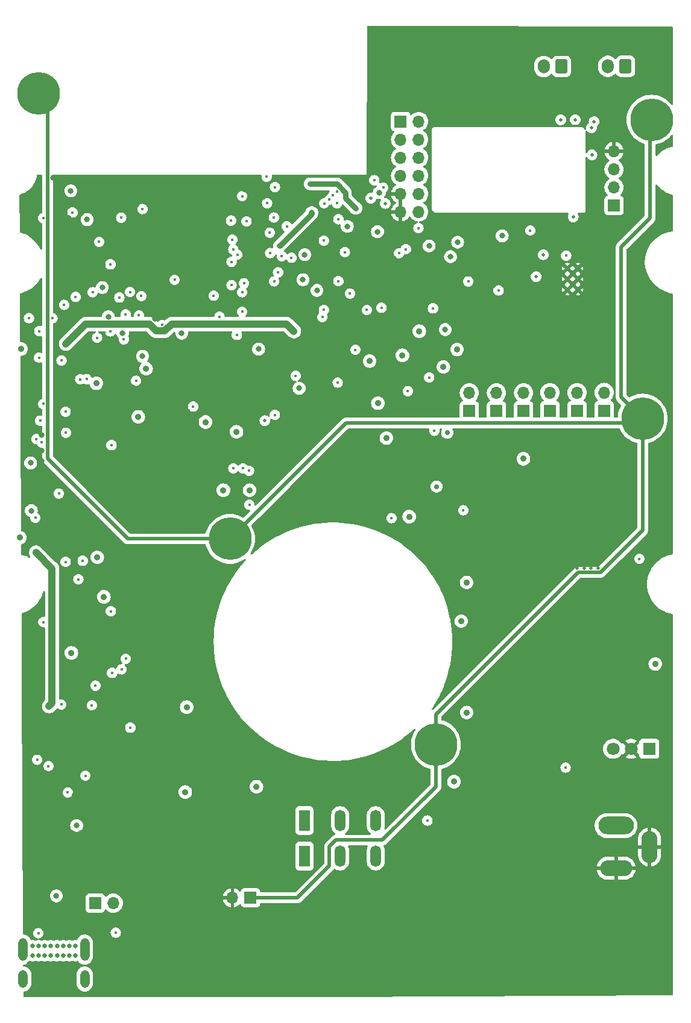
<source format=gbr>
%TF.GenerationSoftware,KiCad,Pcbnew,8.0.7*%
%TF.CreationDate,2025-07-24T13:25:46+02:00*%
%TF.ProjectId,Soundwalk,536f756e-6477-4616-9c6b-2e6b69636164,rev?*%
%TF.SameCoordinates,Original*%
%TF.FileFunction,Copper,L3,Inr*%
%TF.FilePolarity,Positive*%
%FSLAX46Y46*%
G04 Gerber Fmt 4.6, Leading zero omitted, Abs format (unit mm)*
G04 Created by KiCad (PCBNEW 8.0.7) date 2025-07-24 13:25:46*
%MOMM*%
%LPD*%
G01*
G04 APERTURE LIST*
G04 Aperture macros list*
%AMRoundRect*
0 Rectangle with rounded corners*
0 $1 Rounding radius*
0 $2 $3 $4 $5 $6 $7 $8 $9 X,Y pos of 4 corners*
0 Add a 4 corners polygon primitive as box body*
4,1,4,$2,$3,$4,$5,$6,$7,$8,$9,$2,$3,0*
0 Add four circle primitives for the rounded corners*
1,1,$1+$1,$2,$3*
1,1,$1+$1,$4,$5*
1,1,$1+$1,$6,$7*
1,1,$1+$1,$8,$9*
0 Add four rect primitives between the rounded corners*
20,1,$1+$1,$2,$3,$4,$5,0*
20,1,$1+$1,$4,$5,$6,$7,0*
20,1,$1+$1,$6,$7,$8,$9,0*
20,1,$1+$1,$8,$9,$2,$3,0*%
G04 Aperture macros list end*
%TA.AperFunction,ComponentPad*%
%ADD10R,1.700000X1.700000*%
%TD*%
%TA.AperFunction,ComponentPad*%
%ADD11O,1.700000X1.700000*%
%TD*%
%TA.AperFunction,ComponentPad*%
%ADD12RoundRect,0.250000X0.600000X0.750000X-0.600000X0.750000X-0.600000X-0.750000X0.600000X-0.750000X0*%
%TD*%
%TA.AperFunction,ComponentPad*%
%ADD13O,1.700000X2.000000*%
%TD*%
%TA.AperFunction,ComponentPad*%
%ADD14C,0.800000*%
%TD*%
%TA.AperFunction,ComponentPad*%
%ADD15C,6.000000*%
%TD*%
%TA.AperFunction,ComponentPad*%
%ADD16O,5.000000X2.500000*%
%TD*%
%TA.AperFunction,ComponentPad*%
%ADD17O,4.500000X2.250000*%
%TD*%
%TA.AperFunction,ComponentPad*%
%ADD18O,2.250000X4.500000*%
%TD*%
%TA.AperFunction,ComponentPad*%
%ADD19C,0.648000*%
%TD*%
%TA.AperFunction,ComponentPad*%
%ADD20O,1.300000X3.200000*%
%TD*%
%TA.AperFunction,ComponentPad*%
%ADD21O,1.300000X2.500000*%
%TD*%
%TA.AperFunction,ComponentPad*%
%ADD22C,1.800000*%
%TD*%
%TA.AperFunction,ComponentPad*%
%ADD23R,1.800000X1.800000*%
%TD*%
%TA.AperFunction,HeatsinkPad*%
%ADD24C,0.600000*%
%TD*%
%TA.AperFunction,HeatsinkPad*%
%ADD25C,0.500000*%
%TD*%
%TA.AperFunction,ComponentPad*%
%ADD26R,1.500000X3.000000*%
%TD*%
%TA.AperFunction,ComponentPad*%
%ADD27O,1.500000X3.000000*%
%TD*%
%TA.AperFunction,ViaPad*%
%ADD28C,0.450000*%
%TD*%
%TA.AperFunction,ViaPad*%
%ADD29C,0.800000*%
%TD*%
%TA.AperFunction,ViaPad*%
%ADD30C,0.900000*%
%TD*%
%TA.AperFunction,ViaPad*%
%ADD31C,0.500000*%
%TD*%
%TA.AperFunction,ViaPad*%
%ADD32C,0.700000*%
%TD*%
%TA.AperFunction,Conductor*%
%ADD33C,1.000000*%
%TD*%
%TA.AperFunction,Conductor*%
%ADD34C,0.750000*%
%TD*%
%TA.AperFunction,Conductor*%
%ADD35C,0.500000*%
%TD*%
G04 APERTURE END LIST*
D10*
%TO.N,Net-(JP6-A)*%
%TO.C,JP7*%
X258089000Y-74803000D03*
D11*
%TO.N,+5V*%
X258089000Y-72263000D03*
%TD*%
D10*
%TO.N,Net-(JP3-A)*%
%TO.C,JP5*%
X254381000Y-74841000D03*
D11*
%TO.N,+5V*%
X254381000Y-72301000D03*
%TD*%
D10*
%TO.N,VBUS*%
%TO.C,JP2*%
X194225000Y-144000000D03*
D11*
%TO.N,+5V*%
X196765000Y-144000000D03*
%TD*%
D10*
%TO.N,Net-(JP6-A)*%
%TO.C,JP8*%
X265709000Y-74798000D03*
D11*
%TO.N,+5V*%
X265709000Y-72258000D03*
%TD*%
D12*
%TO.N,Net-(J4-Pin_1)*%
%TO.C,J4*%
X259695000Y-26433000D03*
D13*
%TO.N,Net-(J4-Pin_2)*%
X257195000Y-26433000D03*
%TD*%
D14*
%TO.N,Net-(JP1-A)*%
%TO.C,H5*%
X184000000Y-30250000D03*
X184659010Y-28659010D03*
X184659010Y-31840990D03*
X186250000Y-28000000D03*
D15*
X186250000Y-30250000D03*
D14*
X186250000Y-32500000D03*
X187840990Y-28659010D03*
X187840990Y-31840990D03*
X188500000Y-30250000D03*
%TD*%
%TO.N,Net-(JP1-A)*%
%TO.C,H4*%
X210917657Y-92821057D03*
X211576667Y-91230067D03*
X211576667Y-94412047D03*
X213167657Y-90571057D03*
D15*
X213167657Y-92821057D03*
D14*
X213167657Y-95071057D03*
X214758647Y-91230067D03*
X214758647Y-94412047D03*
X215417657Y-92821057D03*
%TD*%
D16*
%TO.N,+12V*%
%TO.C,J3*%
X267368000Y-133106000D03*
D17*
%TO.N,GND*%
X267368000Y-139106000D03*
D18*
X272068000Y-136106000D03*
%TD*%
D19*
%TO.N,GND*%
%TO.C,U1*%
X185459000Y-150034000D03*
%TO.N,V-BUS*%
X186309000Y-150034000D03*
%TO.N,/ESP32-WROOM-32/USB_CONN_CC1*%
X187159000Y-150034000D03*
%TO.N,/ESP32-WROOM-32/USB_CONN_D+*%
X188009000Y-150034000D03*
%TO.N,/ESP32-WROOM-32/USB_CONN_D-*%
X188859000Y-150034000D03*
%TO.N,unconnected-(U1-SBU1-PadA8)*%
X189709000Y-150034000D03*
%TO.N,V-BUS*%
X190559000Y-150034000D03*
%TO.N,GND*%
X191409000Y-150034000D03*
X191409000Y-151384000D03*
%TO.N,V-BUS*%
X190559000Y-151384000D03*
%TO.N,/ESP32-WROOM-32/USB_CONN_CC2*%
X189709000Y-151384000D03*
%TO.N,/ESP32-WROOM-32/USB_CONN_D+*%
X188859000Y-151384000D03*
%TO.N,/ESP32-WROOM-32/USB_CONN_D-*%
X188009000Y-151384000D03*
%TO.N,unconnected-(U1-SBU2-PadB8)*%
X187159000Y-151384000D03*
%TO.N,V-BUS*%
X186309000Y-151384000D03*
%TO.N,GND*%
X185459000Y-151384000D03*
D20*
%TO.N,N/C*%
X184114000Y-150534000D03*
D21*
X184114000Y-154684000D03*
D20*
X192754000Y-150534000D03*
D21*
X192754000Y-154684000D03*
%TD*%
D22*
%TO.N,+12V*%
%TO.C,U10*%
X266939000Y-122329000D03*
%TO.N,GND*%
X269479000Y-122329000D03*
D23*
%TO.N,Net-(JP3-A)*%
X272019000Y-122329000D03*
%TD*%
D24*
%TO.N,GND*%
%TO.C,U2*%
X205024800Y-49688400D03*
X205024800Y-51088400D03*
X205724800Y-48988400D03*
X205724800Y-50388400D03*
X205724800Y-51788400D03*
X206424800Y-49688400D03*
X206424800Y-51088400D03*
X207124800Y-48988400D03*
X207124800Y-50388400D03*
X207124800Y-51788400D03*
X207824800Y-49688400D03*
X207824800Y-51088400D03*
%TD*%
D14*
%TO.N,Net-(JP1-A)*%
%TO.C,H7*%
X270090810Y-33931410D03*
X270749820Y-32340420D03*
X270749820Y-35522400D03*
X272340810Y-31681410D03*
D15*
X272340810Y-33931410D03*
D14*
X272340810Y-36181410D03*
X273931800Y-32340420D03*
X273931800Y-35522400D03*
X274590810Y-33931410D03*
%TD*%
D10*
%TO.N,Net-(JP1-A)*%
%TO.C,JP1*%
X216032000Y-143256000D03*
D11*
%TO.N,GND*%
X213492000Y-143256000D03*
%TD*%
D14*
%TO.N,Net-(JP1-A)*%
%TO.C,H9*%
X268840810Y-75931410D03*
X269499820Y-74340420D03*
X269499820Y-77522400D03*
X271090810Y-73681410D03*
D15*
X271090810Y-75931410D03*
D14*
X271090810Y-78181410D03*
X272681800Y-74340420D03*
X272681800Y-77522400D03*
X273340810Y-75931410D03*
%TD*%
D10*
%TO.N,Net-(JP6-A)*%
%TO.C,JP6*%
X261899000Y-74803000D03*
D11*
%TO.N,+5V*%
X261899000Y-72263000D03*
%TD*%
D10*
%TO.N,/ESP32-WROOM-32/ESP32-SENSOR-VN*%
%TO.C,J1*%
X237109000Y-34163000D03*
D11*
%TO.N,+3.3V*%
X239649000Y-34163000D03*
%TO.N,/ESP32-WROOM-32/ESP32-AUX-6*%
X237109000Y-36703000D03*
%TO.N,+5V*%
X239649000Y-36703000D03*
%TO.N,/ESP32-WROOM-32/ESP32-AUX-4*%
X237109000Y-39243000D03*
%TO.N,/ESP32-WROOM-32/ESP32-SENSOR-VP*%
X239649000Y-39243000D03*
%TO.N,/ESP32-WROOM-32/ESP32-AUX-5*%
X237109000Y-41783000D03*
%TO.N,/ESP32-WROOM-32/ESP32-AUX-1*%
X239649000Y-41783000D03*
%TO.N,GND*%
X237109000Y-44323000D03*
%TO.N,+12V*%
X239649000Y-44323000D03*
%TO.N,GND*%
X237109000Y-46863000D03*
%TO.N,/ESP32-WROOM-32/ESP32-AUX-2*%
X239649000Y-46863000D03*
%TD*%
D10*
%TO.N,Net-(JP3-A)*%
%TO.C,JP3*%
X250571000Y-74841000D03*
D11*
%TO.N,+5V*%
X250571000Y-72301000D03*
%TD*%
D25*
%TO.N,GND*%
%TO.C,U12*%
X260516000Y-54806000D03*
X260516000Y-56306000D03*
X260516000Y-57806000D03*
X262016000Y-54806000D03*
X262016000Y-56306000D03*
X262016000Y-57806000D03*
%TD*%
D26*
%TO.N,/3-PH/IR2136_VS1*%
%TO.C,J2*%
X223618000Y-132406000D03*
X223618000Y-137406000D03*
D27*
%TO.N,/3-PH/IR2136_VS2*%
X228618000Y-132406000D03*
X228618000Y-137406000D03*
%TO.N,/3-PH/IR2136_VS3*%
X233618000Y-132406000D03*
X233618000Y-137406000D03*
%TD*%
D10*
%TO.N,+5V*%
%TO.C,J5*%
X267081000Y-45974000D03*
D11*
%TO.N,/ESP32-WROOM-32/ESP32-LED-CLK*%
X267081000Y-43434000D03*
%TO.N,/ESP32-WROOM-32/ESP32-GPIO13*%
X267081000Y-40894000D03*
%TO.N,GND*%
X267081000Y-38354000D03*
%TD*%
D12*
%TO.N,+12V*%
%TO.C,J6*%
X268692000Y-26416000D03*
D13*
%TO.N,Net-(J6-Pin_2)*%
X266192000Y-26416000D03*
%TD*%
D10*
%TO.N,Net-(JP3-A)*%
%TO.C,JP4*%
X246761000Y-74841000D03*
D11*
%TO.N,+5V*%
X246761000Y-72301000D03*
%TD*%
D14*
%TO.N,Net-(JP1-A)*%
%TO.C,H1*%
X239820343Y-121723743D03*
X240479353Y-120132753D03*
X240479353Y-123314733D03*
X242070343Y-119473743D03*
D15*
X242070343Y-121723743D03*
D14*
X242070343Y-123973743D03*
X243661333Y-120132753D03*
X243661333Y-123314733D03*
X244320343Y-121723743D03*
%TD*%
D28*
%TO.N,GND*%
X274015000Y-154643137D03*
X274015000Y-152103137D03*
X274015000Y-149563137D03*
X274015000Y-147023137D03*
X274015000Y-144483137D03*
X274015000Y-141943137D03*
X274015000Y-139403137D03*
X274015000Y-136863137D03*
X274015000Y-134323137D03*
X274015000Y-121623137D03*
X274015000Y-119083137D03*
X274015000Y-116543137D03*
X274015000Y-114003137D03*
X274015000Y-63203137D03*
X274015000Y-60663137D03*
X274015000Y-47963137D03*
X274015000Y-45423137D03*
X274015000Y-37803137D03*
X274015000Y-30183137D03*
X274015000Y-27643137D03*
X274015000Y-25103137D03*
X274015000Y-22563137D03*
X271475000Y-154643137D03*
X271475000Y-152103137D03*
X271475000Y-149563137D03*
X271475000Y-147023137D03*
X271475000Y-144483137D03*
X271475000Y-141943137D03*
X271475000Y-139403137D03*
X271475000Y-63203137D03*
X271475000Y-30183137D03*
X271475000Y-27643137D03*
X271475000Y-25103137D03*
X271475000Y-22563137D03*
X268935000Y-154643137D03*
X268935000Y-152103137D03*
X268935000Y-149563137D03*
X268935000Y-147023137D03*
X268935000Y-144483137D03*
X268935000Y-141943137D03*
X268935000Y-136863137D03*
X268935000Y-119083137D03*
X268935000Y-108923137D03*
X268935000Y-106383137D03*
X268935000Y-22563137D03*
X266395000Y-154643137D03*
X266395000Y-152103137D03*
X266395000Y-149563137D03*
X266395000Y-147023137D03*
X266395000Y-144483137D03*
X266395000Y-141943137D03*
X266395000Y-136863137D03*
X266395000Y-111463137D03*
X266395000Y-108923137D03*
X266395000Y-106383137D03*
X266395000Y-63203137D03*
X266395000Y-60663137D03*
X266395000Y-30183137D03*
X266395000Y-22563137D03*
X263855000Y-154643137D03*
X263855000Y-152103137D03*
X263855000Y-149563137D03*
X263855000Y-147023137D03*
X263855000Y-144483137D03*
X263855000Y-141943137D03*
X263855000Y-139403137D03*
X263855000Y-136863137D03*
X263855000Y-134323137D03*
X263855000Y-129243137D03*
X263855000Y-126703137D03*
X263855000Y-124163137D03*
X263855000Y-121623137D03*
X263855000Y-119083137D03*
X263855000Y-116543137D03*
X263855000Y-27643137D03*
X261315000Y-154643137D03*
X261315000Y-152103137D03*
X261315000Y-149563137D03*
X261315000Y-147023137D03*
X261315000Y-144483137D03*
X261315000Y-141943137D03*
X261315000Y-139403137D03*
X261315000Y-136863137D03*
X261315000Y-134323137D03*
X261315000Y-129243137D03*
X261315000Y-111463137D03*
X261315000Y-106383137D03*
X261315000Y-27643137D03*
X258775000Y-154643137D03*
X258775000Y-152103137D03*
X258775000Y-149563137D03*
X258775000Y-147023137D03*
X258775000Y-144483137D03*
X258775000Y-141943137D03*
X258775000Y-139403137D03*
X258775000Y-136863137D03*
X258775000Y-134323137D03*
X258775000Y-124163137D03*
X258775000Y-111463137D03*
X256235000Y-154643137D03*
X256235000Y-152103137D03*
X256235000Y-149563137D03*
X256235000Y-147023137D03*
X256235000Y-144483137D03*
X256235000Y-141943137D03*
X256235000Y-139403137D03*
X256235000Y-136863137D03*
X256235000Y-134323137D03*
X256235000Y-131783137D03*
X256235000Y-68283137D03*
X256235000Y-65743137D03*
X256235000Y-30183137D03*
X253695000Y-154643137D03*
X253695000Y-152103137D03*
X253695000Y-149563137D03*
X253695000Y-147023137D03*
X253695000Y-144483137D03*
X253695000Y-141943137D03*
X253695000Y-96223137D03*
X253695000Y-68283137D03*
X253695000Y-30183137D03*
X253695000Y-27643137D03*
X251155000Y-154643137D03*
X251155000Y-152103137D03*
X251155000Y-149563137D03*
X251155000Y-147023137D03*
X251155000Y-144483137D03*
X251155000Y-68283137D03*
X248615000Y-154643137D03*
X248615000Y-152103137D03*
X248615000Y-149563137D03*
X248615000Y-147023137D03*
X248615000Y-139403137D03*
X248615000Y-136863137D03*
X248615000Y-80983137D03*
X248615000Y-68283137D03*
X246075000Y-154643137D03*
X246075000Y-152103137D03*
X246075000Y-149563137D03*
X246075000Y-141943137D03*
X246075000Y-139403137D03*
X246075000Y-136863137D03*
X246075000Y-134323137D03*
X246075000Y-80983137D03*
X243535000Y-154643137D03*
X243535000Y-152103137D03*
X243535000Y-149563137D03*
X243535000Y-144483137D03*
X243535000Y-139403137D03*
X243535000Y-136863137D03*
X243535000Y-114003137D03*
X243535000Y-91143137D03*
X243535000Y-88603137D03*
X243535000Y-83523137D03*
X243535000Y-80983137D03*
X240995000Y-154643137D03*
X240995000Y-152103137D03*
X240995000Y-149563137D03*
X240995000Y-136863137D03*
X238455000Y-154643137D03*
X238455000Y-152103137D03*
X238455000Y-149563137D03*
X238455000Y-141943137D03*
X238455000Y-136863137D03*
X238455000Y-124163137D03*
X238455000Y-27643137D03*
X238455000Y-22563137D03*
X235915000Y-154643137D03*
X235915000Y-152103137D03*
X235915000Y-149563137D03*
X235915000Y-147023137D03*
X235915000Y-141943137D03*
X235915000Y-139403137D03*
X235915000Y-136863137D03*
X235915000Y-27643137D03*
X235915000Y-22563137D03*
X233375000Y-154643137D03*
X233375000Y-152103137D03*
X233375000Y-149563137D03*
X233375000Y-147023137D03*
X233375000Y-141943137D03*
X233375000Y-22563137D03*
X230835000Y-154643137D03*
X230835000Y-152103137D03*
X230835000Y-149563137D03*
X230835000Y-147023137D03*
X230835000Y-141943137D03*
X230835000Y-139403137D03*
X230835000Y-136863137D03*
X228295000Y-154643137D03*
X228295000Y-152103137D03*
X228295000Y-149563137D03*
X228295000Y-147023137D03*
X228295000Y-141943137D03*
X228295000Y-129243137D03*
X228295000Y-73363137D03*
X228295000Y-65743137D03*
X225755000Y-154643137D03*
X225755000Y-152103137D03*
X225755000Y-149563137D03*
X225755000Y-147023137D03*
X225755000Y-136863137D03*
X225755000Y-134323137D03*
X225755000Y-131783137D03*
X225755000Y-129243137D03*
X223215000Y-154643137D03*
X223215000Y-152103137D03*
X223215000Y-149563137D03*
X223215000Y-147023137D03*
X220675000Y-154643137D03*
X220675000Y-152103137D03*
X220675000Y-149563137D03*
X220675000Y-147023137D03*
X220675000Y-144483137D03*
X220675000Y-134323137D03*
X220675000Y-91143137D03*
X218135000Y-154643137D03*
X218135000Y-152103137D03*
X218135000Y-149563137D03*
X218135000Y-147023137D03*
X218135000Y-144483137D03*
X218135000Y-141943137D03*
X218135000Y-131783137D03*
X218135000Y-121623137D03*
X218135000Y-91143137D03*
X215595000Y-154643137D03*
X215595000Y-152103137D03*
X215595000Y-149563137D03*
X215595000Y-147023137D03*
X215595000Y-139403137D03*
X215595000Y-121623137D03*
X213055000Y-154643137D03*
X213055000Y-152103137D03*
X213055000Y-149563137D03*
X213055000Y-147023137D03*
X213055000Y-139403137D03*
X213055000Y-136863137D03*
X213055000Y-121623137D03*
X213055000Y-119083137D03*
X213055000Y-116543137D03*
X210515000Y-154643137D03*
X210515000Y-152103137D03*
X210515000Y-149563137D03*
X210515000Y-147023137D03*
X210515000Y-144483137D03*
X210515000Y-141943137D03*
X210515000Y-98763137D03*
X210515000Y-96223137D03*
X210515000Y-78443137D03*
X210515000Y-68283137D03*
X210515000Y-50503137D03*
X210515000Y-42883137D03*
X207975000Y-154643137D03*
X207975000Y-152103137D03*
X207975000Y-149563137D03*
X207975000Y-147023137D03*
X207975000Y-144483137D03*
X207975000Y-141943137D03*
X207975000Y-134323137D03*
X207975000Y-131783137D03*
X205435000Y-154643137D03*
X205435000Y-152103137D03*
X205435000Y-149563137D03*
X205435000Y-147023137D03*
X205435000Y-144483137D03*
X205435000Y-141943137D03*
X205435000Y-139403137D03*
X205435000Y-136863137D03*
X205435000Y-134323137D03*
X205435000Y-131783137D03*
X202895000Y-154643137D03*
X202895000Y-152103137D03*
X202895000Y-149563137D03*
X202895000Y-147023137D03*
X202895000Y-144483137D03*
X202895000Y-141943137D03*
X202895000Y-139403137D03*
X202895000Y-136863137D03*
X202895000Y-134323137D03*
X202895000Y-131783137D03*
X202895000Y-129243137D03*
X202895000Y-101303137D03*
X202895000Y-88603137D03*
X202895000Y-42883137D03*
X200355000Y-154643137D03*
X200355000Y-152103137D03*
X200355000Y-149563137D03*
X200355000Y-147023137D03*
X200355000Y-88603137D03*
X197815000Y-154643137D03*
X197815000Y-141943137D03*
X197815000Y-139403137D03*
X197815000Y-136863137D03*
X197815000Y-134323137D03*
X195275000Y-154643137D03*
X195275000Y-141943137D03*
X195275000Y-139403137D03*
X192735000Y-139403137D03*
X192735000Y-136863137D03*
X190195000Y-154643137D03*
X190195000Y-136863137D03*
X190195000Y-50503137D03*
X187655000Y-154643137D03*
X187655000Y-136863137D03*
X185115000Y-47963137D03*
X185115000Y-45423137D03*
D29*
%TO.N,VBUS*%
X188768000Y-143006000D03*
X191618000Y-133106000D03*
D28*
%TO.N,/ESP32-WROOM-32/ESP32-ENABLE*%
X186918000Y-47750000D03*
X191034000Y-46966000D03*
X219468000Y-43406000D03*
X228368000Y-56606000D03*
%TO.N,/ESP32-WROOM-32/ESP32-GPIO0*%
X230750000Y-66250000D03*
X230000000Y-58345776D03*
X193868000Y-58156000D03*
X210868000Y-58656000D03*
%TO.N,/3-PH/IR2136-RCIN*%
X185818000Y-89856000D03*
X186718000Y-79256000D03*
D30*
%TO.N,+12V*%
X238311575Y-89699276D03*
X207068000Y-116472546D03*
D31*
X259588000Y-33933000D03*
D30*
X185928000Y-94742000D03*
X187742982Y-116334503D03*
X183808676Y-66140887D03*
X235118000Y-78656000D03*
X188169000Y-106807000D03*
X246380000Y-98951375D03*
D31*
X263976000Y-38862000D03*
D30*
X254356000Y-81567000D03*
X183618000Y-92656000D03*
X272868000Y-110406000D03*
X239726181Y-63631375D03*
D28*
%TO.N,/3-PH/IR2136-VB1*%
X192468000Y-95906000D03*
X192118000Y-70406000D03*
X191868000Y-98506000D03*
X186944000Y-104521000D03*
%TO.N,/3-PH/IR2136-VB2*%
X207972625Y-74226911D03*
X219448000Y-75406000D03*
X228268000Y-70856000D03*
X199968000Y-70606000D03*
%TO.N,/3-PH/IR2136-VB3*%
X240868000Y-132406000D03*
X213618000Y-82906000D03*
%TO.N,Net-(JP6-A)*%
X245914500Y-88806000D03*
X270637000Y-95631000D03*
D29*
%TO.N,+5V*%
X222118000Y-63656000D03*
X185250000Y-88856000D03*
X243368000Y-63406000D03*
X244118000Y-53156000D03*
X185155162Y-82155128D03*
X190118000Y-65406000D03*
X245118000Y-51137000D03*
X233868000Y-49656000D03*
X234118000Y-44156000D03*
D28*
%TO.N,/ESP32-WROOM-32/ESP32-AUX-5*%
X194268000Y-113456000D03*
D31*
X234950000Y-45681000D03*
D28*
X214118000Y-64156000D03*
X228168000Y-45656000D03*
X211668000Y-61606000D03*
%TO.N,/ESP32-WROOM-32/ESP32-AUX-2*%
X237845600Y-52125000D03*
X220428603Y-53093403D03*
X219354400Y-56638400D03*
%TO.N,/ESP32-WROOM-32/ESP32-AUX-4*%
X197618000Y-58906000D03*
%TO.N,/ESP32-WROOM-32/ESP32-SENSOR-VP*%
X200868000Y-46478400D03*
%TO.N,/ESP32-WROOM-32/ESP32-SENSOR-VN*%
X218359500Y-45656000D03*
X234663375Y-43451375D03*
X228376875Y-47906000D03*
X214868000Y-44656000D03*
%TO.N,/ESP32-WROOM-32/ESP32-AUX-1*%
X221793097Y-53314303D03*
X219897625Y-55363998D03*
%TO.N,/ESP32-WROOM-32/ESP32-AUX-6*%
X197868000Y-47675800D03*
D31*
%TO.N,Net-(J4-Pin_1)*%
X264287000Y-34163000D03*
X256132984Y-55981000D03*
%TO.N,Net-(J4-Pin_2)*%
X257141000Y-52893000D03*
X263906000Y-35052000D03*
D28*
%TO.N,/ESP32-WROOM-32/ESP32-LED-CLK*%
X218298928Y-41944702D03*
D31*
X261620000Y-33909000D03*
D28*
X199118000Y-58126375D03*
%TO.N,/ESP32-WROOM-32/ESP32-GPIO13*%
X239618000Y-49156000D03*
X197918000Y-111156000D03*
X213368000Y-57156000D03*
X203618000Y-62756000D03*
D31*
X261342616Y-47601616D03*
D28*
X226338375Y-50906000D03*
%TO.N,Net-(Q1-B)*%
X189865000Y-59944000D03*
X199161400Y-119354600D03*
%TO.N,/ESP32-WROOM-32/FT231XS-RTS*%
X196596000Y-111658400D03*
X188218000Y-61806000D03*
%TO.N,/ESP32-WROOM-32/FT231XS-DTR*%
X198526400Y-109677200D03*
X191465200Y-58826400D03*
%TO.N,/3-PH/HIN2*%
X186375000Y-63625000D03*
X189500000Y-67750000D03*
D31*
%TO.N,+3.3V*%
X224368000Y-42947125D03*
D29*
X241118000Y-51656000D03*
X206368000Y-63906000D03*
X223397261Y-56406000D03*
X222868000Y-71656000D03*
X230816375Y-46360625D03*
X217168000Y-66156000D03*
X223646367Y-52882879D03*
X193090800Y-47955200D03*
X224637600Y-46964600D03*
X229618000Y-48906000D03*
X200868000Y-67156000D03*
X196075590Y-61606000D03*
X190804800Y-43915389D03*
X220118000Y-51656000D03*
X198069200Y-63881000D03*
X195224400Y-57506000D03*
X251368000Y-50235625D03*
X225368000Y-57906000D03*
D28*
%TO.N,/3-PH/IR2136_HIN1*%
X194767200Y-51079400D03*
X196367400Y-54254400D03*
%TO.N,/3-PH/HIN1*%
X186318000Y-67356000D03*
X184918000Y-61806000D03*
%TO.N,/3-PH/IR2136_HIN3*%
X200709030Y-58704416D03*
X200368000Y-61406000D03*
%TO.N,/3-PH/IR2136-EN*%
X214868000Y-60906000D03*
X214868000Y-58156000D03*
%TO.N,/3-PH/LIN1*%
X205368000Y-56406000D03*
X194481513Y-64554252D03*
X198493000Y-61281000D03*
X213368000Y-53906000D03*
X196368000Y-63656000D03*
X221118000Y-48906000D03*
%TO.N,/3-PH/LIN2*%
X227618000Y-44560999D03*
X213481383Y-50769383D03*
%TO.N,/3-PH/IR2136-LIN3*%
X226368000Y-45676000D03*
X222368000Y-69906000D03*
%TO.N,/3-PH/LIN3*%
X185968000Y-78806000D03*
X186918000Y-73856000D03*
X228168000Y-43981000D03*
X198247285Y-64777711D03*
%TO.N,/3-PH/IR2136-LO1-R*%
X196509981Y-79652122D03*
X196418000Y-103006000D03*
%TO.N,/3-PH/IR2136-HO2-R*%
X260268000Y-124956000D03*
X214968000Y-82906000D03*
%TO.N,/3-PH/IR2136-LO2-R*%
X235839000Y-89906000D03*
X215879011Y-88036019D03*
%TO.N,/3-PH/IR2136-HO3-R*%
X241123660Y-70150340D03*
X238118000Y-72056000D03*
%TO.N,/ESP32-WROOM-32/USB_CONN_CC1*%
X197118000Y-148156000D03*
%TO.N,/ESP32-WROOM-32/ESP32-TXD0*%
X219318000Y-47656000D03*
X193760500Y-116206000D03*
%TO.N,/ESP32-WROOM-32/ESP32-GPIO5*%
X241655600Y-60433989D03*
X260350000Y-53018000D03*
%TO.N,/ESP32-WROOM-32/ESP32-RXD0*%
X189468000Y-116106000D03*
X215468000Y-48206000D03*
%TO.N,/3-PH/3PH-ZC1*%
X246618000Y-56656000D03*
X226118000Y-61656000D03*
X234428453Y-60342429D03*
X215118000Y-56906000D03*
%TO.N,/3-PH/3PH-ZC2*%
X250868000Y-57906000D03*
X232368000Y-60656000D03*
X218738566Y-49794499D03*
X218794764Y-52656001D03*
X213618000Y-52156000D03*
X226338375Y-60656000D03*
%TO.N,/3-PH/IR2136-FAULT*%
X190068000Y-74956000D03*
X189118000Y-86456000D03*
D31*
%TO.N,/3-PH/3PH-ZC3*%
X232918000Y-44958000D03*
D28*
X214183750Y-52876375D03*
X227108375Y-45146375D03*
X236868000Y-52685625D03*
%TO.N,/3-PH/IR2136-ITRIP*%
X190118000Y-77906000D03*
X186497625Y-76211000D03*
%TO.N,/3-PH/IR2136-HO1*%
X190068200Y-96062800D03*
X193015598Y-70367241D03*
%TO.N,/3-PH/IR2136-HO3*%
X215818000Y-83256000D03*
X241842500Y-77631500D03*
%TO.N,/ESP32-WROOM-32/ESP32-12VLED*%
X213304617Y-48092617D03*
X233413162Y-42421946D03*
D32*
%TO.N,Net-(JP3-A)*%
X243649500Y-77914500D03*
X242149425Y-85471000D03*
D28*
%TO.N,/ESP32-WROOM-32/ESP32-AIN2*%
X229285800Y-52535750D03*
X255320800Y-49498000D03*
%TO.N,GND*%
X250381258Y-89822615D03*
D29*
X259118000Y-107306000D03*
D28*
X251581000Y-90584000D03*
D29*
X187110500Y-132518500D03*
X269722600Y-44170600D03*
D31*
X193294000Y-108966000D03*
D29*
X185618000Y-69856000D03*
D31*
X260868000Y-96906000D03*
D29*
X207168000Y-74906000D03*
D31*
X246118000Y-90906000D03*
X248368000Y-90906000D03*
D29*
X270766000Y-50768000D03*
X192250000Y-53500000D03*
D31*
X246868000Y-91656000D03*
D29*
X226000000Y-65606000D03*
D28*
X250368034Y-91396305D03*
D29*
X233070400Y-57937400D03*
D31*
X247618000Y-90906000D03*
D29*
X256016000Y-54768000D03*
D31*
X263868000Y-96906000D03*
D28*
X251597892Y-89782942D03*
D31*
X261868000Y-96906000D03*
D29*
X225500000Y-59811187D03*
X230609147Y-56647147D03*
X256118000Y-53406000D03*
X232664000Y-59258200D03*
D28*
X252721957Y-91383081D03*
D31*
X246118000Y-92406000D03*
D29*
X191368000Y-128756000D03*
X244868000Y-54156000D03*
D31*
X246868000Y-90906000D03*
D29*
X265798000Y-55768000D03*
X214618000Y-68056000D03*
D31*
X260868000Y-95406000D03*
D29*
X200558400Y-42697400D03*
X269766000Y-61018000D03*
D28*
X250394482Y-90616072D03*
D29*
X270418000Y-59306000D03*
X188315600Y-42113200D03*
X194118000Y-132306000D03*
X186668000Y-81906000D03*
X256413000Y-58039000D03*
D31*
X237617000Y-30861000D03*
D29*
X187518000Y-91956000D03*
X246000000Y-84750000D03*
X214118000Y-66051375D03*
X191160400Y-126415800D03*
D31*
X264868000Y-96906000D03*
X246868000Y-92406000D03*
X248368000Y-92406000D03*
D28*
X251478874Y-91356632D03*
D29*
X192768000Y-110706000D03*
D31*
X246118000Y-91656000D03*
D29*
X273118000Y-130406000D03*
X236250000Y-49000000D03*
D31*
X261868000Y-95406000D03*
D29*
X189105374Y-145868499D03*
X186718000Y-80456000D03*
D31*
X264868000Y-95406000D03*
X262868000Y-95406000D03*
D28*
X252735181Y-89782942D03*
D29*
X245750000Y-95000000D03*
D31*
X247618000Y-91656000D03*
D29*
X268068000Y-129706000D03*
X248368000Y-60906000D03*
D31*
X247618000Y-92406000D03*
D29*
X198618000Y-151156000D03*
X236118000Y-53406000D03*
D31*
X262868000Y-96906000D03*
D29*
X199518000Y-71556000D03*
D31*
X207010000Y-139446000D03*
D29*
X202618000Y-61906000D03*
X234768000Y-47500000D03*
X245750000Y-86500000D03*
X185168000Y-145906000D03*
X215618000Y-71656000D03*
X221718000Y-74506000D03*
D31*
X248368000Y-91656000D03*
D29*
X186055000Y-103124000D03*
X230868000Y-54906000D03*
X185718000Y-143656000D03*
X253238000Y-66065400D03*
X238147055Y-60116365D03*
X239064800Y-138887200D03*
X215118000Y-43656000D03*
X185250000Y-141750000D03*
X194818000Y-44956000D03*
X190550800Y-47752000D03*
D31*
X263868000Y-95406000D03*
D29*
X185039000Y-152527000D03*
X194118000Y-148156000D03*
X186672625Y-78185625D03*
X252000000Y-81250000D03*
X243000000Y-50500000D03*
X247726200Y-64820800D03*
X247750000Y-93750000D03*
X194818000Y-136256000D03*
D31*
X253619000Y-64206000D03*
D29*
X191500000Y-141750000D03*
D28*
X252750000Y-90500000D03*
D29*
X190868000Y-148156000D03*
X206268000Y-66006000D03*
D30*
%TO.N,/3-PH/IR2136_VS1*%
X190881000Y-108839000D03*
X216868000Y-127656000D03*
X201368000Y-68906000D03*
X243118000Y-68656000D03*
X194368000Y-70956000D03*
X206868000Y-128406000D03*
X195439875Y-100962752D03*
D31*
X218042624Y-76218260D03*
D30*
X214059206Y-77769801D03*
X194510500Y-95413500D03*
%TO.N,/3-PH/IR2136_VS2*%
X200278572Y-75671825D03*
X246392876Y-117233876D03*
X232751757Y-67833995D03*
X244602000Y-126948500D03*
X209718000Y-76406000D03*
X245032859Y-66215400D03*
X245618000Y-104394000D03*
%TO.N,/3-PH/IR2136_VS3*%
X215900000Y-85979000D03*
X237368000Y-67031375D03*
X233918000Y-73756000D03*
X212225638Y-85987638D03*
D28*
%TO.N,Net-(U6-3V3OUT)*%
X190368000Y-128456000D03*
X192848000Y-126106000D03*
%TO.N,Net-(U6-CBUS2)*%
X186068000Y-123856000D03*
X187668000Y-124756000D03*
%TO.N,V-BUS*%
X186250000Y-148250000D03*
%TD*%
D33*
%TO.N,+12V*%
X188169000Y-96983000D02*
X188169000Y-106807000D01*
X188169000Y-115908485D02*
X187742982Y-116334503D01*
X188169000Y-106807000D02*
X188169000Y-115908485D01*
X185928000Y-94742000D02*
X188169000Y-96983000D01*
%TO.N,+5V*%
X190118000Y-65406000D02*
X192893000Y-62631000D01*
X221093000Y-62631000D02*
X222118000Y-63656000D01*
X192893000Y-62631000D02*
X201843000Y-62631000D01*
X201843000Y-62631000D02*
X202823000Y-63611000D01*
X203972153Y-63611000D02*
X204952153Y-62631000D01*
X202823000Y-63611000D02*
X203972153Y-63611000D01*
X204952153Y-62631000D02*
X221093000Y-62631000D01*
D34*
%TO.N,+3.3V*%
X224637600Y-47136400D02*
X220118000Y-51656000D01*
X229381750Y-44162374D02*
X228166501Y-42947125D01*
X228166501Y-42947125D02*
X224368000Y-42947125D01*
X230816375Y-46360625D02*
X229381750Y-44926000D01*
X229381750Y-44926000D02*
X229381750Y-44162374D01*
X224637600Y-46964600D02*
X224637600Y-47136400D01*
D35*
%TO.N,Net-(JP1-A)*%
X227118000Y-136034680D02*
X227996680Y-135156000D01*
X271090810Y-75931410D02*
X268090810Y-72931410D01*
X185931800Y-30272400D02*
X187523000Y-31863600D01*
X227118000Y-138777320D02*
X227118000Y-136034680D01*
X262020446Y-97531000D02*
X265155600Y-97531000D01*
X242070343Y-121723743D02*
X242070343Y-117481103D01*
X242070343Y-127652057D02*
X242070343Y-121723743D01*
X222639320Y-143256000D02*
X227118000Y-138777320D01*
X198815257Y-92821057D02*
X213167657Y-92821057D01*
X229433114Y-76555600D02*
X270466620Y-76555600D01*
X265155600Y-97531000D02*
X271090810Y-91595790D01*
X187523000Y-81528800D02*
X198815257Y-92821057D01*
X272148276Y-34123944D02*
X272340810Y-33931410D01*
X242070343Y-117481103D02*
X262020446Y-97531000D01*
X271090810Y-91595790D02*
X271090810Y-75931410D01*
X268090810Y-51795390D02*
X272148276Y-47737924D01*
X272148276Y-47737924D02*
X272148276Y-34123944D01*
X213167657Y-92821057D02*
X229433114Y-76555600D01*
X268090810Y-72931410D02*
X268090810Y-51795390D01*
X216032000Y-143256000D02*
X222639320Y-143256000D01*
X187523000Y-31863600D02*
X187523000Y-81528800D01*
X234566400Y-135156000D02*
X242070343Y-127652057D01*
X270466620Y-76555600D02*
X271090810Y-75931410D01*
X227996680Y-135156000D02*
X234566400Y-135156000D01*
%TD*%
%TA.AperFunction,Conductor*%
%TO.N,GND*%
G36*
X273103979Y-43060550D02*
G01*
X273123090Y-43081373D01*
X273138310Y-43102322D01*
X273138314Y-43102327D01*
X273221176Y-43194354D01*
X273369792Y-43359408D01*
X273626878Y-43590890D01*
X273751205Y-43681219D01*
X273838779Y-43744846D01*
X273846684Y-43751411D01*
X273846810Y-43751264D01*
X273849372Y-43753439D01*
X273849375Y-43753441D01*
X273849380Y-43753446D01*
X274129982Y-43966754D01*
X274432002Y-44148474D01*
X274432006Y-44148475D01*
X274432010Y-44148478D01*
X274751888Y-44296470D01*
X274751892Y-44296470D01*
X274751899Y-44296474D01*
X275085922Y-44409019D01*
X275238657Y-44442638D01*
X275299897Y-44476274D01*
X275333231Y-44537679D01*
X275336000Y-44563739D01*
X275336000Y-49504794D01*
X275316315Y-49571833D01*
X275263511Y-49617588D01*
X275223442Y-49628265D01*
X275112031Y-49638589D01*
X275112027Y-49638589D01*
X275112024Y-49638590D01*
X274995057Y-49660455D01*
X274721138Y-49711659D01*
X274721138Y-49711660D01*
X274338680Y-49820478D01*
X273967881Y-49964126D01*
X273611922Y-50141373D01*
X273273833Y-50350709D01*
X272956509Y-50590340D01*
X272956500Y-50590347D01*
X272662638Y-50858238D01*
X272394747Y-51152100D01*
X272394740Y-51152109D01*
X272155109Y-51469433D01*
X271945773Y-51807522D01*
X271768526Y-52163481D01*
X271624878Y-52534280D01*
X271516060Y-52916738D01*
X271516059Y-52916738D01*
X271442988Y-53307631D01*
X271442988Y-53307632D01*
X271415354Y-53605868D01*
X271407724Y-53688214D01*
X271406300Y-53703578D01*
X271406300Y-54101221D01*
X271442988Y-54497167D01*
X271442988Y-54497168D01*
X271469325Y-54638055D01*
X271516058Y-54888054D01*
X271516060Y-54888061D01*
X271612140Y-55225751D01*
X271624879Y-55270522D01*
X271768526Y-55641318D01*
X271945773Y-55997278D01*
X272155108Y-56335365D01*
X272208446Y-56405996D01*
X272394740Y-56652690D01*
X272394747Y-56652699D01*
X272662638Y-56946561D01*
X272956500Y-57214452D01*
X272956509Y-57214459D01*
X273064737Y-57296189D01*
X273273835Y-57454092D01*
X273293063Y-57465997D01*
X273304432Y-57473951D01*
X273488477Y-57618685D01*
X273616244Y-57700795D01*
X273829140Y-57837615D01*
X274189076Y-58023175D01*
X274189081Y-58023177D01*
X274189083Y-58023178D01*
X274376244Y-58098106D01*
X274565021Y-58173681D01*
X274953570Y-58287769D01*
X274953578Y-58287770D01*
X274953580Y-58287771D01*
X274965929Y-58290151D01*
X275235467Y-58342100D01*
X275297570Y-58374116D01*
X275332505Y-58434625D01*
X275336000Y-58463859D01*
X275336000Y-94878277D01*
X275316315Y-94945316D01*
X275263511Y-94991071D01*
X275235467Y-95000036D01*
X274967781Y-95051628D01*
X274967764Y-95051632D01*
X274579231Y-95165715D01*
X274579219Y-95165719D01*
X274203283Y-95316221D01*
X274203279Y-95316223D01*
X273843343Y-95501783D01*
X273502683Y-95720711D01*
X273502676Y-95720716D01*
X273502672Y-95720719D01*
X273274267Y-95900339D01*
X273184359Y-95971043D01*
X273184357Y-95971044D01*
X272891283Y-96250490D01*
X272891281Y-96250492D01*
X272626094Y-96556534D01*
X272626083Y-96556547D01*
X272391206Y-96886385D01*
X272391200Y-96886393D01*
X272188725Y-97237091D01*
X272188717Y-97237107D01*
X272020494Y-97605462D01*
X272020492Y-97605466D01*
X271888053Y-97988125D01*
X271888050Y-97988136D01*
X271792579Y-98381673D01*
X271734948Y-98782501D01*
X271715680Y-99187000D01*
X271734948Y-99591498D01*
X271792579Y-99992326D01*
X271888050Y-100385863D01*
X271888053Y-100385874D01*
X272020492Y-100768533D01*
X272020494Y-100768537D01*
X272188717Y-101136892D01*
X272188725Y-101136908D01*
X272391200Y-101487606D01*
X272391206Y-101487614D01*
X272626083Y-101817452D01*
X272626092Y-101817462D01*
X272626093Y-101817464D01*
X272891280Y-102123507D01*
X273184358Y-102402956D01*
X273502672Y-102653281D01*
X273843340Y-102872215D01*
X274203276Y-103057775D01*
X274203281Y-103057777D01*
X274203283Y-103057778D01*
X274308754Y-103100002D01*
X274579221Y-103208281D01*
X274967770Y-103322369D01*
X274967778Y-103322370D01*
X274967780Y-103322371D01*
X274976720Y-103324094D01*
X275235468Y-103373963D01*
X275297570Y-103405979D01*
X275332505Y-103466488D01*
X275336000Y-103495722D01*
X275336000Y-156848561D01*
X275316315Y-156915600D01*
X275263511Y-156961355D01*
X275212563Y-156972560D01*
X228133855Y-157186246D01*
X228133278Y-157186247D01*
X184247445Y-157181256D01*
X184180408Y-157161564D01*
X184134659Y-157108755D01*
X184123460Y-157057838D01*
X184123060Y-156972560D01*
X184121097Y-156554202D01*
X184140467Y-156487074D01*
X184193056Y-156441072D01*
X184225698Y-156431150D01*
X184247352Y-156427720D01*
X184383409Y-156406171D01*
X184555639Y-156350211D01*
X184716994Y-156267996D01*
X184863501Y-156161553D01*
X184991553Y-156033501D01*
X185097996Y-155886994D01*
X185180211Y-155725639D01*
X185236171Y-155553409D01*
X185250765Y-155461259D01*
X185264500Y-155374551D01*
X185264500Y-153993448D01*
X191603500Y-153993448D01*
X191603500Y-155374551D01*
X191631829Y-155553410D01*
X191687787Y-155725636D01*
X191687788Y-155725639D01*
X191770006Y-155886997D01*
X191876441Y-156033494D01*
X191876445Y-156033499D01*
X192004500Y-156161554D01*
X192004505Y-156161558D01*
X192132287Y-156254396D01*
X192151006Y-156267996D01*
X192256484Y-156321740D01*
X192312360Y-156350211D01*
X192312363Y-156350212D01*
X192398476Y-156378191D01*
X192484591Y-156406171D01*
X192567429Y-156419291D01*
X192663449Y-156434500D01*
X192663454Y-156434500D01*
X192844551Y-156434500D01*
X192931259Y-156420765D01*
X193023409Y-156406171D01*
X193195639Y-156350211D01*
X193356994Y-156267996D01*
X193503501Y-156161553D01*
X193631553Y-156033501D01*
X193737996Y-155886994D01*
X193820211Y-155725639D01*
X193876171Y-155553409D01*
X193890765Y-155461259D01*
X193904500Y-155374551D01*
X193904500Y-153993448D01*
X193888019Y-153889397D01*
X193876171Y-153814591D01*
X193820211Y-153642361D01*
X193820211Y-153642360D01*
X193791740Y-153586484D01*
X193737996Y-153481006D01*
X193724396Y-153462287D01*
X193631558Y-153334505D01*
X193631554Y-153334500D01*
X193503499Y-153206445D01*
X193503494Y-153206441D01*
X193356997Y-153100006D01*
X193356996Y-153100005D01*
X193356994Y-153100004D01*
X193305300Y-153073664D01*
X193195639Y-153017788D01*
X193195636Y-153017787D01*
X193023410Y-152961829D01*
X192844551Y-152933500D01*
X192844546Y-152933500D01*
X192663454Y-152933500D01*
X192663449Y-152933500D01*
X192484589Y-152961829D01*
X192312363Y-153017787D01*
X192312360Y-153017788D01*
X192151002Y-153100006D01*
X192004505Y-153206441D01*
X192004500Y-153206445D01*
X191876445Y-153334500D01*
X191876441Y-153334505D01*
X191770006Y-153481002D01*
X191687788Y-153642360D01*
X191687787Y-153642363D01*
X191631829Y-153814589D01*
X191603500Y-153993448D01*
X185264500Y-153993448D01*
X185248019Y-153889397D01*
X185236171Y-153814591D01*
X185180211Y-153642361D01*
X185180211Y-153642360D01*
X185151740Y-153586484D01*
X185097996Y-153481006D01*
X185084396Y-153462287D01*
X184991558Y-153334505D01*
X184991554Y-153334500D01*
X184863499Y-153206445D01*
X184863494Y-153206441D01*
X184716997Y-153100006D01*
X184716996Y-153100005D01*
X184716994Y-153100004D01*
X184665300Y-153073664D01*
X184555639Y-153017788D01*
X184555636Y-153017787D01*
X184383410Y-152961829D01*
X184208142Y-152934068D01*
X184145008Y-152904138D01*
X184108077Y-152844826D01*
X184103542Y-152812180D01*
X184103283Y-152757023D01*
X184122653Y-152689895D01*
X184175241Y-152643893D01*
X184207883Y-152633971D01*
X184383409Y-152606171D01*
X184555639Y-152550211D01*
X184716994Y-152467996D01*
X184863501Y-152361553D01*
X184991553Y-152233501D01*
X185009718Y-152208499D01*
X185017973Y-152197137D01*
X185073302Y-152154471D01*
X185142916Y-152148492D01*
X185168726Y-152156742D01*
X185202967Y-152171987D01*
X185372394Y-152208000D01*
X185545606Y-152208000D01*
X185715030Y-152171987D01*
X185832950Y-152119487D01*
X185902200Y-152110203D01*
X185933821Y-152119488D01*
X186052806Y-152172464D01*
X186052809Y-152172464D01*
X186052812Y-152172466D01*
X186222342Y-152208500D01*
X186395658Y-152208500D01*
X186565188Y-152172466D01*
X186565191Y-152172464D01*
X186565193Y-152172464D01*
X186683564Y-152119761D01*
X186752814Y-152110476D01*
X186784436Y-152119761D01*
X186902806Y-152172464D01*
X186902809Y-152172464D01*
X186902812Y-152172466D01*
X187072342Y-152208500D01*
X187245658Y-152208500D01*
X187415188Y-152172466D01*
X187415191Y-152172464D01*
X187415193Y-152172464D01*
X187533564Y-152119761D01*
X187602814Y-152110476D01*
X187634436Y-152119761D01*
X187752806Y-152172464D01*
X187752809Y-152172464D01*
X187752812Y-152172466D01*
X187922342Y-152208500D01*
X188095658Y-152208500D01*
X188265188Y-152172466D01*
X188265191Y-152172464D01*
X188265193Y-152172464D01*
X188383564Y-152119761D01*
X188452814Y-152110476D01*
X188484436Y-152119761D01*
X188602806Y-152172464D01*
X188602809Y-152172464D01*
X188602812Y-152172466D01*
X188772342Y-152208500D01*
X188945658Y-152208500D01*
X189115188Y-152172466D01*
X189115191Y-152172464D01*
X189115193Y-152172464D01*
X189233564Y-152119761D01*
X189302814Y-152110476D01*
X189334436Y-152119761D01*
X189452806Y-152172464D01*
X189452809Y-152172464D01*
X189452812Y-152172466D01*
X189622342Y-152208500D01*
X189795658Y-152208500D01*
X189965188Y-152172466D01*
X189965191Y-152172464D01*
X189965193Y-152172464D01*
X190083564Y-152119761D01*
X190152814Y-152110476D01*
X190184436Y-152119761D01*
X190302806Y-152172464D01*
X190302809Y-152172464D01*
X190302812Y-152172466D01*
X190472342Y-152208500D01*
X190645658Y-152208500D01*
X190815188Y-152172466D01*
X190934180Y-152119486D01*
X191003427Y-152110201D01*
X191035049Y-152119486D01*
X191152969Y-152171987D01*
X191152968Y-152171987D01*
X191322394Y-152208000D01*
X191495606Y-152208000D01*
X191665032Y-152171987D01*
X191699269Y-152156743D01*
X191768519Y-152147456D01*
X191831796Y-152177083D01*
X191850024Y-152197133D01*
X191876447Y-152233501D01*
X191876449Y-152233503D01*
X192004500Y-152361554D01*
X192004505Y-152361558D01*
X192132287Y-152454396D01*
X192151006Y-152467996D01*
X192256484Y-152521740D01*
X192312360Y-152550211D01*
X192312363Y-152550212D01*
X192398476Y-152578191D01*
X192484591Y-152606171D01*
X192567429Y-152619291D01*
X192663449Y-152634500D01*
X192663454Y-152634500D01*
X192844551Y-152634500D01*
X192931259Y-152620765D01*
X193023409Y-152606171D01*
X193195639Y-152550211D01*
X193356994Y-152467996D01*
X193503501Y-152361553D01*
X193631553Y-152233501D01*
X193737996Y-152086994D01*
X193820211Y-151925639D01*
X193876171Y-151753409D01*
X193903003Y-151584000D01*
X193904500Y-151574551D01*
X193904500Y-149493448D01*
X193888019Y-149389397D01*
X193876171Y-149314591D01*
X193842188Y-149210000D01*
X193820212Y-149142363D01*
X193820211Y-149142360D01*
X193776298Y-149056178D01*
X193737996Y-148981006D01*
X193655738Y-148867787D01*
X193631558Y-148834505D01*
X193631554Y-148834500D01*
X193503499Y-148706445D01*
X193503494Y-148706441D01*
X193356997Y-148600006D01*
X193356996Y-148600005D01*
X193356994Y-148600004D01*
X193291777Y-148566774D01*
X193195639Y-148517788D01*
X193195636Y-148517787D01*
X193023410Y-148461829D01*
X192844551Y-148433500D01*
X192844546Y-148433500D01*
X192663454Y-148433500D01*
X192663449Y-148433500D01*
X192484589Y-148461829D01*
X192312363Y-148517787D01*
X192312360Y-148517788D01*
X192151002Y-148600006D01*
X192004505Y-148706441D01*
X192004500Y-148706445D01*
X191876445Y-148834500D01*
X191876441Y-148834505D01*
X191770006Y-148981002D01*
X191687785Y-149142366D01*
X191685952Y-149146794D01*
X191642110Y-149201197D01*
X191575815Y-149223260D01*
X191545611Y-149220629D01*
X191495605Y-149210000D01*
X191322394Y-149210000D01*
X191152967Y-149246012D01*
X191152966Y-149246012D01*
X191035049Y-149298513D01*
X190965799Y-149307797D01*
X190934178Y-149298512D01*
X190815193Y-149245535D01*
X190815185Y-149245533D01*
X190645658Y-149209500D01*
X190472342Y-149209500D01*
X190302814Y-149245533D01*
X190184436Y-149298239D01*
X190115186Y-149307523D01*
X190083564Y-149298239D01*
X189965188Y-149245534D01*
X189965186Y-149245533D01*
X189965185Y-149245533D01*
X189795658Y-149209500D01*
X189622342Y-149209500D01*
X189452814Y-149245533D01*
X189334436Y-149298239D01*
X189265186Y-149307523D01*
X189233564Y-149298239D01*
X189115188Y-149245534D01*
X189115186Y-149245533D01*
X189115185Y-149245533D01*
X188945658Y-149209500D01*
X188772342Y-149209500D01*
X188602814Y-149245533D01*
X188484436Y-149298239D01*
X188415186Y-149307523D01*
X188383564Y-149298239D01*
X188265188Y-149245534D01*
X188265186Y-149245533D01*
X188265185Y-149245533D01*
X188095658Y-149209500D01*
X187922342Y-149209500D01*
X187752814Y-149245533D01*
X187634436Y-149298239D01*
X187565186Y-149307523D01*
X187533564Y-149298239D01*
X187415188Y-149245534D01*
X187415186Y-149245533D01*
X187415185Y-149245533D01*
X187245658Y-149209500D01*
X187072342Y-149209500D01*
X186902814Y-149245533D01*
X186784436Y-149298239D01*
X186715186Y-149307523D01*
X186683564Y-149298239D01*
X186565188Y-149245534D01*
X186565186Y-149245533D01*
X186565185Y-149245533D01*
X186389302Y-149208149D01*
X186389774Y-149205924D01*
X186334812Y-149183301D01*
X186294836Y-149125998D01*
X186292187Y-149056178D01*
X186327706Y-148996010D01*
X186390115Y-148964596D01*
X186398510Y-148963357D01*
X186412461Y-148961786D01*
X186566775Y-148907789D01*
X186705204Y-148820808D01*
X186820808Y-148705204D01*
X186907789Y-148566775D01*
X186961786Y-148412461D01*
X186967583Y-148361011D01*
X186980091Y-148250003D01*
X186980091Y-148249996D01*
X186969500Y-148155996D01*
X196387909Y-148155996D01*
X196387909Y-148156003D01*
X196406212Y-148318455D01*
X196460210Y-148472774D01*
X196488495Y-148517789D01*
X196547192Y-148611204D01*
X196662796Y-148726808D01*
X196801225Y-148813789D01*
X196955539Y-148867786D01*
X196955542Y-148867786D01*
X196955544Y-148867787D01*
X197117996Y-148886091D01*
X197118000Y-148886091D01*
X197118004Y-148886091D01*
X197280455Y-148867787D01*
X197280456Y-148867786D01*
X197280461Y-148867786D01*
X197434775Y-148813789D01*
X197573204Y-148726808D01*
X197688808Y-148611204D01*
X197775789Y-148472775D01*
X197829786Y-148318461D01*
X197830730Y-148310082D01*
X197848091Y-148156003D01*
X197848091Y-148155996D01*
X197829787Y-147993544D01*
X197829786Y-147993542D01*
X197829786Y-147993539D01*
X197775789Y-147839225D01*
X197688808Y-147700796D01*
X197573204Y-147585192D01*
X197434774Y-147498210D01*
X197280455Y-147444212D01*
X197118004Y-147425909D01*
X197117996Y-147425909D01*
X196955544Y-147444212D01*
X196801225Y-147498210D01*
X196662795Y-147585192D01*
X196547192Y-147700795D01*
X196460210Y-147839225D01*
X196406212Y-147993544D01*
X196387909Y-148155996D01*
X186969500Y-148155996D01*
X186961787Y-148087544D01*
X186961786Y-148087542D01*
X186961786Y-148087539D01*
X186907789Y-147933225D01*
X186820808Y-147794796D01*
X186705204Y-147679192D01*
X186566774Y-147592210D01*
X186412455Y-147538212D01*
X186250004Y-147519909D01*
X186249996Y-147519909D01*
X186087544Y-147538212D01*
X185933225Y-147592210D01*
X185794795Y-147679192D01*
X185679192Y-147794795D01*
X185592210Y-147933225D01*
X185538212Y-148087544D01*
X185519909Y-148249996D01*
X185519909Y-148250003D01*
X185538212Y-148412455D01*
X185592210Y-148566774D01*
X185679192Y-148705204D01*
X185794796Y-148820808D01*
X185933225Y-148907789D01*
X186087539Y-148961786D01*
X186087543Y-148961786D01*
X186087545Y-148961787D01*
X186144080Y-148968156D01*
X186177713Y-148971946D01*
X186242127Y-148999012D01*
X186281683Y-149056606D01*
X186283822Y-149126443D01*
X186247864Y-149186350D01*
X186189612Y-149216456D01*
X186052812Y-149245533D01*
X186052810Y-149245534D01*
X185933821Y-149298512D01*
X185864571Y-149307796D01*
X185832952Y-149298512D01*
X185715034Y-149246013D01*
X185715031Y-149246012D01*
X185545606Y-149210000D01*
X185372393Y-149210000D01*
X185322387Y-149220629D01*
X185252720Y-149215313D01*
X185196987Y-149173176D01*
X185182043Y-149146783D01*
X185180214Y-149142367D01*
X185172100Y-149126443D01*
X185097996Y-148981006D01*
X185015738Y-148867787D01*
X184991558Y-148834505D01*
X184991554Y-148834500D01*
X184863499Y-148706445D01*
X184863494Y-148706441D01*
X184716997Y-148600006D01*
X184716996Y-148600005D01*
X184716994Y-148600004D01*
X184651777Y-148566774D01*
X184555639Y-148517788D01*
X184555636Y-148517787D01*
X184383410Y-148461829D01*
X184204549Y-148433499D01*
X184199696Y-148433118D01*
X184199818Y-148431561D01*
X184139382Y-148413815D01*
X184093627Y-148361011D01*
X184082422Y-148310082D01*
X184057538Y-143006000D01*
X187862540Y-143006000D01*
X187882326Y-143194256D01*
X187882327Y-143194259D01*
X187940818Y-143374277D01*
X187940821Y-143374284D01*
X188035467Y-143538216D01*
X188141610Y-143656099D01*
X188162129Y-143678888D01*
X188315265Y-143790148D01*
X188315270Y-143790151D01*
X188488192Y-143867142D01*
X188488197Y-143867144D01*
X188673354Y-143906500D01*
X188673355Y-143906500D01*
X188862644Y-143906500D01*
X188862646Y-143906500D01*
X189047803Y-143867144D01*
X189220730Y-143790151D01*
X189373871Y-143678888D01*
X189500533Y-143538216D01*
X189595179Y-143374284D01*
X189653674Y-143194256D01*
X189663356Y-143102135D01*
X192874500Y-143102135D01*
X192874500Y-144897870D01*
X192874501Y-144897876D01*
X192880908Y-144957483D01*
X192931202Y-145092328D01*
X192931206Y-145092335D01*
X193017452Y-145207544D01*
X193017455Y-145207547D01*
X193132664Y-145293793D01*
X193132671Y-145293797D01*
X193267517Y-145344091D01*
X193267516Y-145344091D01*
X193274444Y-145344835D01*
X193327127Y-145350500D01*
X195122872Y-145350499D01*
X195182483Y-145344091D01*
X195317331Y-145293796D01*
X195432546Y-145207546D01*
X195518796Y-145092331D01*
X195567810Y-144960916D01*
X195609681Y-144904984D01*
X195675145Y-144880566D01*
X195743418Y-144895417D01*
X195771673Y-144916569D01*
X195893599Y-145038495D01*
X195990384Y-145106265D01*
X196087165Y-145174032D01*
X196087167Y-145174033D01*
X196087170Y-145174035D01*
X196301337Y-145273903D01*
X196529592Y-145335063D01*
X196706034Y-145350500D01*
X196764999Y-145355659D01*
X196765000Y-145355659D01*
X196765001Y-145355659D01*
X196823966Y-145350500D01*
X197000408Y-145335063D01*
X197228663Y-145273903D01*
X197442830Y-145174035D01*
X197636401Y-145038495D01*
X197803495Y-144871401D01*
X197939035Y-144677830D01*
X198038903Y-144463663D01*
X198100063Y-144235408D01*
X198120659Y-144000000D01*
X198100063Y-143764592D01*
X198046049Y-143563007D01*
X198038905Y-143536344D01*
X198038904Y-143536343D01*
X198038903Y-143536337D01*
X197939035Y-143322171D01*
X197938794Y-143321826D01*
X197803494Y-143128597D01*
X197636402Y-142961506D01*
X197636395Y-142961501D01*
X197442834Y-142825967D01*
X197442830Y-142825965D01*
X197371079Y-142792507D01*
X197228663Y-142726097D01*
X197228659Y-142726096D01*
X197228655Y-142726094D01*
X197000413Y-142664938D01*
X197000403Y-142664936D01*
X196765001Y-142644341D01*
X196764999Y-142644341D01*
X196529596Y-142664936D01*
X196529586Y-142664938D01*
X196301344Y-142726094D01*
X196301335Y-142726098D01*
X196087171Y-142825964D01*
X196087169Y-142825965D01*
X195893600Y-142961503D01*
X195771673Y-143083430D01*
X195710350Y-143116914D01*
X195640658Y-143111930D01*
X195584725Y-143070058D01*
X195567810Y-143039081D01*
X195518797Y-142907671D01*
X195518793Y-142907664D01*
X195432547Y-142792455D01*
X195432544Y-142792452D01*
X195317335Y-142706206D01*
X195317328Y-142706202D01*
X195182482Y-142655908D01*
X195182483Y-142655908D01*
X195122883Y-142649501D01*
X195122881Y-142649500D01*
X195122873Y-142649500D01*
X195122864Y-142649500D01*
X193327129Y-142649500D01*
X193327123Y-142649501D01*
X193267516Y-142655908D01*
X193132671Y-142706202D01*
X193132664Y-142706206D01*
X193017455Y-142792452D01*
X193017452Y-142792455D01*
X192931206Y-142907664D01*
X192931202Y-142907671D01*
X192880908Y-143042517D01*
X192874501Y-143102116D01*
X192874500Y-143102135D01*
X189663356Y-143102135D01*
X189673460Y-143006000D01*
X189653674Y-142817744D01*
X189595179Y-142637716D01*
X189500533Y-142473784D01*
X189373871Y-142333112D01*
X189373870Y-142333111D01*
X189220734Y-142221851D01*
X189220729Y-142221848D01*
X189047807Y-142144857D01*
X189047802Y-142144855D01*
X188902001Y-142113865D01*
X188862646Y-142105500D01*
X188673354Y-142105500D01*
X188640897Y-142112398D01*
X188488197Y-142144855D01*
X188488192Y-142144857D01*
X188315270Y-142221848D01*
X188315265Y-142221851D01*
X188162129Y-142333111D01*
X188035466Y-142473785D01*
X187940821Y-142637715D01*
X187940818Y-142637722D01*
X187891316Y-142790075D01*
X187882326Y-142817744D01*
X187862540Y-143006000D01*
X184057538Y-143006000D01*
X184024005Y-135858135D01*
X222367500Y-135858135D01*
X222367500Y-138953870D01*
X222367501Y-138953876D01*
X222373908Y-139013483D01*
X222424202Y-139148328D01*
X222424206Y-139148335D01*
X222510452Y-139263544D01*
X222510455Y-139263547D01*
X222625664Y-139349793D01*
X222625671Y-139349797D01*
X222760517Y-139400091D01*
X222760516Y-139400091D01*
X222767444Y-139400835D01*
X222820127Y-139406500D01*
X224415872Y-139406499D01*
X224475483Y-139400091D01*
X224610331Y-139349796D01*
X224725546Y-139263546D01*
X224811796Y-139148331D01*
X224862091Y-139013483D01*
X224868500Y-138953873D01*
X224868499Y-135858128D01*
X224862091Y-135798517D01*
X224858238Y-135788187D01*
X224811797Y-135663671D01*
X224811793Y-135663664D01*
X224725547Y-135548455D01*
X224725544Y-135548452D01*
X224610335Y-135462206D01*
X224610328Y-135462202D01*
X224475482Y-135411908D01*
X224475483Y-135411908D01*
X224415883Y-135405501D01*
X224415881Y-135405500D01*
X224415873Y-135405500D01*
X224415864Y-135405500D01*
X222820129Y-135405500D01*
X222820123Y-135405501D01*
X222760516Y-135411908D01*
X222625671Y-135462202D01*
X222625664Y-135462206D01*
X222510455Y-135548452D01*
X222510452Y-135548455D01*
X222424206Y-135663664D01*
X222424202Y-135663671D01*
X222373908Y-135798517D01*
X222367501Y-135858116D01*
X222367501Y-135858123D01*
X222367500Y-135858135D01*
X184024005Y-135858135D01*
X184013591Y-133638351D01*
X184011093Y-133106000D01*
X190712540Y-133106000D01*
X190732326Y-133294256D01*
X190732327Y-133294259D01*
X190790818Y-133474277D01*
X190790821Y-133474284D01*
X190885467Y-133638216D01*
X190913984Y-133669887D01*
X191012129Y-133778888D01*
X191165265Y-133890148D01*
X191165270Y-133890151D01*
X191338192Y-133967142D01*
X191338197Y-133967144D01*
X191523354Y-134006500D01*
X191523355Y-134006500D01*
X191712644Y-134006500D01*
X191712646Y-134006500D01*
X191897803Y-133967144D01*
X192070730Y-133890151D01*
X192223871Y-133778888D01*
X192350533Y-133638216D01*
X192445179Y-133474284D01*
X192503674Y-133294256D01*
X192523460Y-133106000D01*
X192503674Y-132917744D01*
X192445179Y-132737716D01*
X192350533Y-132573784D01*
X192223871Y-132433112D01*
X192186559Y-132406003D01*
X192070734Y-132321851D01*
X192070729Y-132321848D01*
X191897807Y-132244857D01*
X191897802Y-132244855D01*
X191752001Y-132213865D01*
X191712646Y-132205500D01*
X191523354Y-132205500D01*
X191490897Y-132212398D01*
X191338197Y-132244855D01*
X191338192Y-132244857D01*
X191165270Y-132321848D01*
X191165265Y-132321851D01*
X191012129Y-132433111D01*
X190885466Y-132573785D01*
X190790821Y-132737715D01*
X190790818Y-132737722D01*
X190782355Y-132763770D01*
X190732326Y-132917744D01*
X190712540Y-133106000D01*
X184011093Y-133106000D01*
X184000547Y-130858135D01*
X222367500Y-130858135D01*
X222367500Y-133953870D01*
X222367501Y-133953876D01*
X222373908Y-134013483D01*
X222424202Y-134148328D01*
X222424206Y-134148335D01*
X222510452Y-134263544D01*
X222510455Y-134263547D01*
X222625664Y-134349793D01*
X222625671Y-134349797D01*
X222760517Y-134400091D01*
X222760516Y-134400091D01*
X222767444Y-134400835D01*
X222820127Y-134406500D01*
X224415872Y-134406499D01*
X224475483Y-134400091D01*
X224610331Y-134349796D01*
X224725546Y-134263546D01*
X224811796Y-134148331D01*
X224862091Y-134013483D01*
X224868500Y-133953873D01*
X224868499Y-130858128D01*
X224862091Y-130798517D01*
X224826157Y-130702174D01*
X224811797Y-130663671D01*
X224811793Y-130663664D01*
X224725547Y-130548455D01*
X224725544Y-130548452D01*
X224610335Y-130462206D01*
X224610328Y-130462202D01*
X224475482Y-130411908D01*
X224475483Y-130411908D01*
X224415883Y-130405501D01*
X224415881Y-130405500D01*
X224415873Y-130405500D01*
X224415864Y-130405500D01*
X222820129Y-130405500D01*
X222820123Y-130405501D01*
X222760516Y-130411908D01*
X222625671Y-130462202D01*
X222625664Y-130462206D01*
X222510455Y-130548452D01*
X222510452Y-130548455D01*
X222424206Y-130663664D01*
X222424202Y-130663671D01*
X222373908Y-130798517D01*
X222369303Y-130841354D01*
X222367501Y-130858123D01*
X222367500Y-130858135D01*
X184000547Y-130858135D01*
X183989278Y-128455996D01*
X189637909Y-128455996D01*
X189637909Y-128456003D01*
X189656212Y-128618455D01*
X189710210Y-128772774D01*
X189710211Y-128772775D01*
X189797192Y-128911204D01*
X189912796Y-129026808D01*
X190051225Y-129113789D01*
X190205539Y-129167786D01*
X190205542Y-129167786D01*
X190205544Y-129167787D01*
X190367996Y-129186091D01*
X190368000Y-129186091D01*
X190368004Y-129186091D01*
X190530455Y-129167787D01*
X190530456Y-129167786D01*
X190530461Y-129167786D01*
X190684775Y-129113789D01*
X190823204Y-129026808D01*
X190938808Y-128911204D01*
X191025789Y-128772775D01*
X191079786Y-128618461D01*
X191080616Y-128611098D01*
X191098091Y-128456003D01*
X191098091Y-128455996D01*
X191092458Y-128406000D01*
X205912901Y-128406000D01*
X205931252Y-128592331D01*
X205931253Y-128592333D01*
X205985604Y-128771502D01*
X206073862Y-128936623D01*
X206073864Y-128936626D01*
X206192642Y-129081357D01*
X206337373Y-129200135D01*
X206337376Y-129200137D01*
X206502497Y-129288395D01*
X206502499Y-129288396D01*
X206681666Y-129342746D01*
X206681668Y-129342747D01*
X206698374Y-129344392D01*
X206868000Y-129361099D01*
X207054331Y-129342747D01*
X207233501Y-129288396D01*
X207398625Y-129200136D01*
X207543357Y-129081357D01*
X207662136Y-128936625D01*
X207750396Y-128771501D01*
X207804747Y-128592331D01*
X207823099Y-128406000D01*
X207804747Y-128219669D01*
X207750396Y-128040499D01*
X207740242Y-128021502D01*
X207662137Y-127875376D01*
X207662135Y-127875373D01*
X207543357Y-127730642D01*
X207452406Y-127656000D01*
X215912901Y-127656000D01*
X215931252Y-127842331D01*
X215931253Y-127842333D01*
X215985604Y-128021502D01*
X216073862Y-128186623D01*
X216073864Y-128186626D01*
X216192642Y-128331357D01*
X216337373Y-128450135D01*
X216337376Y-128450137D01*
X216348351Y-128456003D01*
X216502499Y-128538396D01*
X216681666Y-128592746D01*
X216681668Y-128592747D01*
X216698374Y-128594392D01*
X216868000Y-128611099D01*
X217054331Y-128592747D01*
X217233501Y-128538396D01*
X217398625Y-128450136D01*
X217543357Y-128331357D01*
X217662136Y-128186625D01*
X217750396Y-128021501D01*
X217804747Y-127842331D01*
X217823099Y-127656000D01*
X217804747Y-127469669D01*
X217750396Y-127290499D01*
X217750037Y-127289827D01*
X217662137Y-127125376D01*
X217662135Y-127125373D01*
X217543357Y-126980642D01*
X217398626Y-126861864D01*
X217398623Y-126861862D01*
X217233502Y-126773604D01*
X217054333Y-126719253D01*
X217054331Y-126719252D01*
X216868000Y-126700901D01*
X216681668Y-126719252D01*
X216681666Y-126719253D01*
X216502497Y-126773604D01*
X216337376Y-126861862D01*
X216337373Y-126861864D01*
X216192642Y-126980642D01*
X216073864Y-127125373D01*
X216073862Y-127125376D01*
X215985604Y-127290497D01*
X215931253Y-127469666D01*
X215931252Y-127469668D01*
X215912901Y-127656000D01*
X207452406Y-127656000D01*
X207398626Y-127611864D01*
X207398623Y-127611862D01*
X207233502Y-127523604D01*
X207054333Y-127469253D01*
X207054331Y-127469252D01*
X206868000Y-127450901D01*
X206681668Y-127469252D01*
X206681666Y-127469253D01*
X206502497Y-127523604D01*
X206337376Y-127611862D01*
X206337373Y-127611864D01*
X206192642Y-127730642D01*
X206073864Y-127875373D01*
X206073862Y-127875376D01*
X205985604Y-128040497D01*
X205931253Y-128219666D01*
X205931252Y-128219668D01*
X205912901Y-128406000D01*
X191092458Y-128406000D01*
X191079787Y-128293544D01*
X191079786Y-128293542D01*
X191079786Y-128293539D01*
X191025789Y-128139225D01*
X190938808Y-128000796D01*
X190823204Y-127885192D01*
X190754995Y-127842333D01*
X190684774Y-127798210D01*
X190530455Y-127744212D01*
X190368004Y-127725909D01*
X190367996Y-127725909D01*
X190205544Y-127744212D01*
X190051225Y-127798210D01*
X189912795Y-127885192D01*
X189797192Y-128000795D01*
X189710210Y-128139225D01*
X189656212Y-128293544D01*
X189637909Y-128455996D01*
X183989278Y-128455996D01*
X183978253Y-126105996D01*
X192117909Y-126105996D01*
X192117909Y-126106003D01*
X192136212Y-126268455D01*
X192190210Y-126422774D01*
X192190211Y-126422775D01*
X192277192Y-126561204D01*
X192392796Y-126676808D01*
X192531225Y-126763789D01*
X192685539Y-126817786D01*
X192685542Y-126817786D01*
X192685544Y-126817787D01*
X192847996Y-126836091D01*
X192848000Y-126836091D01*
X192848004Y-126836091D01*
X193010455Y-126817787D01*
X193010456Y-126817786D01*
X193010461Y-126817786D01*
X193164775Y-126763789D01*
X193303204Y-126676808D01*
X193418808Y-126561204D01*
X193505789Y-126422775D01*
X193559786Y-126268461D01*
X193578091Y-126106000D01*
X193565404Y-125993401D01*
X193559787Y-125943544D01*
X193559786Y-125943542D01*
X193559786Y-125943539D01*
X193505789Y-125789225D01*
X193418808Y-125650796D01*
X193303204Y-125535192D01*
X193289859Y-125526807D01*
X193164774Y-125448210D01*
X193010455Y-125394212D01*
X192848004Y-125375909D01*
X192847996Y-125375909D01*
X192685544Y-125394212D01*
X192531225Y-125448210D01*
X192392795Y-125535192D01*
X192277192Y-125650795D01*
X192190210Y-125789225D01*
X192136212Y-125943544D01*
X192117909Y-126105996D01*
X183978253Y-126105996D01*
X183971920Y-124755996D01*
X186937909Y-124755996D01*
X186937909Y-124756003D01*
X186956212Y-124918455D01*
X187010210Y-125072774D01*
X187045530Y-125128985D01*
X187097192Y-125211204D01*
X187212796Y-125326808D01*
X187351225Y-125413789D01*
X187505539Y-125467786D01*
X187505542Y-125467786D01*
X187505544Y-125467787D01*
X187667996Y-125486091D01*
X187668000Y-125486091D01*
X187668004Y-125486091D01*
X187830455Y-125467787D01*
X187830456Y-125467786D01*
X187830461Y-125467786D01*
X187984775Y-125413789D01*
X188123204Y-125326808D01*
X188238808Y-125211204D01*
X188325789Y-125072775D01*
X188379786Y-124918461D01*
X188393861Y-124793544D01*
X188398091Y-124756003D01*
X188398091Y-124755996D01*
X188379787Y-124593544D01*
X188379786Y-124593542D01*
X188379786Y-124593539D01*
X188325789Y-124439225D01*
X188238808Y-124300796D01*
X188123204Y-124185192D01*
X188103441Y-124172774D01*
X187984774Y-124098210D01*
X187830455Y-124044212D01*
X187668004Y-124025909D01*
X187667996Y-124025909D01*
X187505544Y-124044212D01*
X187351225Y-124098210D01*
X187212795Y-124185192D01*
X187097192Y-124300795D01*
X187010210Y-124439225D01*
X186956212Y-124593544D01*
X186937909Y-124755996D01*
X183971920Y-124755996D01*
X183967698Y-123855996D01*
X185337909Y-123855996D01*
X185337909Y-123856003D01*
X185356212Y-124018455D01*
X185410210Y-124172774D01*
X185410211Y-124172775D01*
X185497192Y-124311204D01*
X185612796Y-124426808D01*
X185751225Y-124513789D01*
X185905539Y-124567786D01*
X185905542Y-124567786D01*
X185905544Y-124567787D01*
X186067996Y-124586091D01*
X186068000Y-124586091D01*
X186068004Y-124586091D01*
X186230455Y-124567787D01*
X186230456Y-124567786D01*
X186230461Y-124567786D01*
X186384775Y-124513789D01*
X186523204Y-124426808D01*
X186638808Y-124311204D01*
X186725789Y-124172775D01*
X186779786Y-124018461D01*
X186783694Y-123983778D01*
X186798091Y-123856003D01*
X186798091Y-123855996D01*
X186779787Y-123693544D01*
X186779786Y-123693542D01*
X186779786Y-123693539D01*
X186725789Y-123539225D01*
X186638808Y-123400796D01*
X186523204Y-123285192D01*
X186403012Y-123209670D01*
X186384774Y-123198210D01*
X186230455Y-123144212D01*
X186068004Y-123125909D01*
X186067996Y-123125909D01*
X185905544Y-123144212D01*
X185751225Y-123198210D01*
X185612795Y-123285192D01*
X185497192Y-123400795D01*
X185410210Y-123539225D01*
X185356212Y-123693544D01*
X185337909Y-123855996D01*
X183967698Y-123855996D01*
X183946580Y-119354596D01*
X198431309Y-119354596D01*
X198431309Y-119354603D01*
X198449612Y-119517055D01*
X198503610Y-119671374D01*
X198531670Y-119716031D01*
X198590592Y-119809804D01*
X198706196Y-119925408D01*
X198844625Y-120012389D01*
X198998939Y-120066386D01*
X198998942Y-120066386D01*
X198998944Y-120066387D01*
X199161396Y-120084691D01*
X199161400Y-120084691D01*
X199161404Y-120084691D01*
X199323855Y-120066387D01*
X199323856Y-120066386D01*
X199323861Y-120066386D01*
X199478175Y-120012389D01*
X199616604Y-119925408D01*
X199732208Y-119809804D01*
X199819189Y-119671375D01*
X199873186Y-119517061D01*
X199873187Y-119517055D01*
X199891491Y-119354603D01*
X199891491Y-119354596D01*
X199873187Y-119192144D01*
X199873186Y-119192142D01*
X199873186Y-119192139D01*
X199819189Y-119037825D01*
X199732208Y-118899396D01*
X199616604Y-118783792D01*
X199550707Y-118742386D01*
X199478174Y-118696810D01*
X199323855Y-118642812D01*
X199161404Y-118624509D01*
X199161396Y-118624509D01*
X198998944Y-118642812D01*
X198844625Y-118696810D01*
X198706195Y-118783792D01*
X198590592Y-118899395D01*
X198503610Y-119037825D01*
X198449612Y-119192144D01*
X198431309Y-119354596D01*
X183946580Y-119354596D01*
X183871558Y-103363105D01*
X183890928Y-103295978D01*
X183943517Y-103249976D01*
X183960610Y-103243554D01*
X184153219Y-103187000D01*
X184198563Y-103173686D01*
X184198568Y-103173684D01*
X184198579Y-103173681D01*
X184574524Y-103023175D01*
X184934460Y-102837615D01*
X185275128Y-102618681D01*
X185593442Y-102368356D01*
X185886520Y-102088907D01*
X186151707Y-101782864D01*
X186160668Y-101770281D01*
X186386593Y-101453014D01*
X186386599Y-101453006D01*
X186386600Y-101453003D01*
X186386603Y-101453000D01*
X186589079Y-101102300D01*
X186757303Y-100733943D01*
X186757305Y-100733936D01*
X186757307Y-100733933D01*
X186889746Y-100351274D01*
X186889746Y-100351271D01*
X186889750Y-100351262D01*
X186923995Y-100210101D01*
X186958930Y-100149593D01*
X187021033Y-100117577D01*
X187090586Y-100124218D01*
X187145507Y-100167409D01*
X187168360Y-100233436D01*
X187168500Y-100239336D01*
X187168500Y-103677447D01*
X187148815Y-103744486D01*
X187096011Y-103790241D01*
X187030618Y-103800667D01*
X186944005Y-103790909D01*
X186943996Y-103790909D01*
X186781544Y-103809212D01*
X186627225Y-103863210D01*
X186488795Y-103950192D01*
X186373192Y-104065795D01*
X186286210Y-104204225D01*
X186232212Y-104358544D01*
X186213909Y-104520996D01*
X186213909Y-104521003D01*
X186232212Y-104683455D01*
X186286210Y-104837774D01*
X186294790Y-104851429D01*
X186373192Y-104976204D01*
X186488796Y-105091808D01*
X186627225Y-105178789D01*
X186781539Y-105232786D01*
X186781542Y-105232786D01*
X186781544Y-105232787D01*
X186943996Y-105251091D01*
X186944000Y-105251091D01*
X186944003Y-105251091D01*
X187030616Y-105241332D01*
X187099438Y-105253386D01*
X187150818Y-105300735D01*
X187168500Y-105364552D01*
X187168500Y-115442702D01*
X187148815Y-115509741D01*
X187132181Y-115530383D01*
X186965845Y-115696718D01*
X186965842Y-115696722D01*
X186856354Y-115860582D01*
X186856349Y-115860592D01*
X186780931Y-116042666D01*
X186780929Y-116042674D01*
X186742482Y-116235958D01*
X186742482Y-116433047D01*
X186780929Y-116626331D01*
X186780931Y-116626339D01*
X186856349Y-116808413D01*
X186856354Y-116808423D01*
X186965842Y-116972283D01*
X186965845Y-116972287D01*
X187105197Y-117111639D01*
X187105201Y-117111642D01*
X187269061Y-117221130D01*
X187269065Y-117221132D01*
X187269068Y-117221134D01*
X187451146Y-117296554D01*
X187644437Y-117335002D01*
X187644440Y-117335003D01*
X187644442Y-117335003D01*
X187841524Y-117335003D01*
X187841525Y-117335002D01*
X188034818Y-117296554D01*
X188216896Y-117221134D01*
X188380763Y-117111642D01*
X188826515Y-116665888D01*
X188887838Y-116632404D01*
X188957529Y-116637388D01*
X189001877Y-116665889D01*
X189012796Y-116676808D01*
X189151225Y-116763789D01*
X189305539Y-116817786D01*
X189305542Y-116817786D01*
X189305544Y-116817787D01*
X189467996Y-116836091D01*
X189468000Y-116836091D01*
X189468004Y-116836091D01*
X189630455Y-116817787D01*
X189630456Y-116817786D01*
X189630461Y-116817786D01*
X189784775Y-116763789D01*
X189923204Y-116676808D01*
X190038808Y-116561204D01*
X190125789Y-116422775D01*
X190179786Y-116268461D01*
X190183448Y-116235963D01*
X190186824Y-116205996D01*
X193030409Y-116205996D01*
X193030409Y-116206003D01*
X193048712Y-116368455D01*
X193102710Y-116522774D01*
X193137542Y-116578208D01*
X193189692Y-116661204D01*
X193305296Y-116776808D01*
X193443725Y-116863789D01*
X193598039Y-116917786D01*
X193598042Y-116917786D01*
X193598044Y-116917787D01*
X193760496Y-116936091D01*
X193760500Y-116936091D01*
X193760504Y-116936091D01*
X193922955Y-116917787D01*
X193922956Y-116917786D01*
X193922961Y-116917786D01*
X194077275Y-116863789D01*
X194215704Y-116776808D01*
X194331308Y-116661204D01*
X194418289Y-116522775D01*
X194435865Y-116472546D01*
X206112901Y-116472546D01*
X206131252Y-116658877D01*
X206131253Y-116658879D01*
X206185604Y-116838048D01*
X206273862Y-117003169D01*
X206273864Y-117003172D01*
X206392642Y-117147903D01*
X206537373Y-117266681D01*
X206537376Y-117266683D01*
X206665195Y-117335003D01*
X206702499Y-117354942D01*
X206874710Y-117407182D01*
X206881666Y-117409292D01*
X206881668Y-117409293D01*
X206898374Y-117410938D01*
X207068000Y-117427645D01*
X207254331Y-117409293D01*
X207433501Y-117354942D01*
X207598625Y-117266682D01*
X207743357Y-117147903D01*
X207862136Y-117003171D01*
X207950396Y-116838047D01*
X208004747Y-116658877D01*
X208023099Y-116472546D01*
X208004747Y-116286215D01*
X207950396Y-116107045D01*
X207949839Y-116106003D01*
X207862137Y-115941922D01*
X207862135Y-115941919D01*
X207743357Y-115797188D01*
X207598626Y-115678410D01*
X207598623Y-115678408D01*
X207433502Y-115590150D01*
X207254333Y-115535799D01*
X207254331Y-115535798D01*
X207068000Y-115517447D01*
X206881668Y-115535798D01*
X206881666Y-115535799D01*
X206702497Y-115590150D01*
X206537376Y-115678408D01*
X206537373Y-115678410D01*
X206392642Y-115797188D01*
X206273864Y-115941919D01*
X206273862Y-115941922D01*
X206185604Y-116107043D01*
X206131253Y-116286212D01*
X206131252Y-116286214D01*
X206112901Y-116472546D01*
X194435865Y-116472546D01*
X194472286Y-116368461D01*
X194472287Y-116368455D01*
X194490591Y-116206003D01*
X194490591Y-116205996D01*
X194472287Y-116043544D01*
X194472286Y-116043542D01*
X194472286Y-116043539D01*
X194418289Y-115889225D01*
X194331308Y-115750796D01*
X194215704Y-115635192D01*
X194201573Y-115626313D01*
X194077274Y-115548210D01*
X193922955Y-115494212D01*
X193760504Y-115475909D01*
X193760496Y-115475909D01*
X193598044Y-115494212D01*
X193443725Y-115548210D01*
X193305295Y-115635192D01*
X193189692Y-115750795D01*
X193102710Y-115889225D01*
X193048712Y-116043544D01*
X193030409Y-116205996D01*
X190186824Y-116205996D01*
X190198091Y-116106003D01*
X190198091Y-116105996D01*
X190179787Y-115943544D01*
X190179786Y-115943542D01*
X190179786Y-115943539D01*
X190125789Y-115789225D01*
X190038808Y-115650796D01*
X189923204Y-115535192D01*
X189857985Y-115494212D01*
X189784774Y-115448210D01*
X189630455Y-115394212D01*
X189468004Y-115375909D01*
X189467996Y-115375909D01*
X189307383Y-115394005D01*
X189238561Y-115381950D01*
X189187182Y-115334601D01*
X189169500Y-115270785D01*
X189169500Y-113455996D01*
X193537909Y-113455996D01*
X193537909Y-113456003D01*
X193556212Y-113618455D01*
X193610210Y-113772774D01*
X193610211Y-113772775D01*
X193697192Y-113911204D01*
X193812796Y-114026808D01*
X193951225Y-114113789D01*
X194105539Y-114167786D01*
X194105542Y-114167786D01*
X194105544Y-114167787D01*
X194267996Y-114186091D01*
X194268000Y-114186091D01*
X194268004Y-114186091D01*
X194430455Y-114167787D01*
X194430456Y-114167786D01*
X194430461Y-114167786D01*
X194584775Y-114113789D01*
X194723204Y-114026808D01*
X194838808Y-113911204D01*
X194925789Y-113772775D01*
X194979786Y-113618461D01*
X194982906Y-113590772D01*
X194998091Y-113456003D01*
X194998091Y-113455996D01*
X194979787Y-113293544D01*
X194979786Y-113293542D01*
X194979786Y-113293539D01*
X194925789Y-113139225D01*
X194838808Y-113000796D01*
X194723204Y-112885192D01*
X194641182Y-112833654D01*
X194584774Y-112798210D01*
X194430455Y-112744212D01*
X194268004Y-112725909D01*
X194267996Y-112725909D01*
X194105544Y-112744212D01*
X193951225Y-112798210D01*
X193812795Y-112885192D01*
X193697192Y-113000795D01*
X193610210Y-113139225D01*
X193556212Y-113293544D01*
X193537909Y-113455996D01*
X189169500Y-113455996D01*
X189169500Y-111658396D01*
X195865909Y-111658396D01*
X195865909Y-111658403D01*
X195884212Y-111820855D01*
X195938210Y-111975174D01*
X195993733Y-112063537D01*
X196025192Y-112113604D01*
X196140796Y-112229208D01*
X196279225Y-112316189D01*
X196433539Y-112370186D01*
X196433542Y-112370186D01*
X196433544Y-112370187D01*
X196595996Y-112388491D01*
X196596000Y-112388491D01*
X196596004Y-112388491D01*
X196758455Y-112370187D01*
X196758456Y-112370186D01*
X196758461Y-112370186D01*
X196912775Y-112316189D01*
X197051204Y-112229208D01*
X197166808Y-112113604D01*
X197253789Y-111975175D01*
X197307786Y-111820861D01*
X197307787Y-111820855D01*
X197310085Y-111814289D01*
X197312053Y-111814977D01*
X197341212Y-111762834D01*
X197402869Y-111729968D01*
X197472507Y-111735655D01*
X197493977Y-111746400D01*
X197601225Y-111813789D01*
X197755539Y-111867786D01*
X197755542Y-111867786D01*
X197755544Y-111867787D01*
X197917996Y-111886091D01*
X197918000Y-111886091D01*
X197918004Y-111886091D01*
X198080455Y-111867787D01*
X198080456Y-111867786D01*
X198080461Y-111867786D01*
X198234775Y-111813789D01*
X198373204Y-111726808D01*
X198488808Y-111611204D01*
X198575789Y-111472775D01*
X198629786Y-111318461D01*
X198633174Y-111288395D01*
X198648091Y-111156003D01*
X198648091Y-111155996D01*
X198629787Y-110993544D01*
X198629786Y-110993542D01*
X198629786Y-110993539D01*
X198575789Y-110839225D01*
X198488808Y-110700796D01*
X198403838Y-110615826D01*
X198370353Y-110554503D01*
X198375337Y-110484811D01*
X198417209Y-110428878D01*
X198482673Y-110404461D01*
X198505400Y-110404924D01*
X198526400Y-110407291D01*
X198526404Y-110407291D01*
X198688855Y-110388987D01*
X198688856Y-110388986D01*
X198688861Y-110388986D01*
X198843175Y-110334989D01*
X198981604Y-110248008D01*
X199097208Y-110132404D01*
X199184189Y-109993975D01*
X199238186Y-109839661D01*
X199243320Y-109794098D01*
X199256491Y-109677203D01*
X199256491Y-109677196D01*
X199238187Y-109514744D01*
X199238186Y-109514742D01*
X199238186Y-109514739D01*
X199184189Y-109360425D01*
X199097208Y-109221996D01*
X198981604Y-109106392D01*
X198852597Y-109025331D01*
X198843174Y-109019410D01*
X198688855Y-108965412D01*
X198526404Y-108947109D01*
X198526396Y-108947109D01*
X198363944Y-108965412D01*
X198209625Y-109019410D01*
X198071195Y-109106392D01*
X197955592Y-109221995D01*
X197868610Y-109360425D01*
X197814612Y-109514744D01*
X197796309Y-109677196D01*
X197796309Y-109677203D01*
X197814612Y-109839655D01*
X197868610Y-109993974D01*
X197955592Y-110132404D01*
X198040561Y-110217373D01*
X198074046Y-110278696D01*
X198069062Y-110348388D01*
X198027190Y-110404321D01*
X197961726Y-110428738D01*
X197938998Y-110428274D01*
X197918006Y-110425909D01*
X197917996Y-110425909D01*
X197755544Y-110444212D01*
X197601225Y-110498210D01*
X197462795Y-110585192D01*
X197347192Y-110700795D01*
X197260210Y-110839225D01*
X197229039Y-110928309D01*
X197206214Y-110993539D01*
X197206213Y-110993541D01*
X197203915Y-111000111D01*
X197201952Y-110999424D01*
X197172761Y-111051591D01*
X197111093Y-111084438D01*
X197041457Y-111078731D01*
X197020022Y-111067999D01*
X196912774Y-111000610D01*
X196758455Y-110946612D01*
X196596004Y-110928309D01*
X196595996Y-110928309D01*
X196433544Y-110946612D01*
X196279225Y-111000610D01*
X196140795Y-111087592D01*
X196025192Y-111203195D01*
X195938210Y-111341625D01*
X195884212Y-111495944D01*
X195865909Y-111658396D01*
X189169500Y-111658396D01*
X189169500Y-108839000D01*
X189925901Y-108839000D01*
X189944252Y-109025331D01*
X189944253Y-109025333D01*
X189998604Y-109204502D01*
X190086862Y-109369623D01*
X190086864Y-109369626D01*
X190205642Y-109514357D01*
X190350373Y-109633135D01*
X190350376Y-109633137D01*
X190463112Y-109693395D01*
X190515499Y-109721396D01*
X190694666Y-109775746D01*
X190694668Y-109775747D01*
X190711374Y-109777392D01*
X190881000Y-109794099D01*
X191067331Y-109775747D01*
X191246501Y-109721396D01*
X191411625Y-109633136D01*
X191556357Y-109514357D01*
X191675136Y-109369625D01*
X191763396Y-109204501D01*
X191817747Y-109025331D01*
X191836099Y-108839000D01*
X191817747Y-108652669D01*
X191763396Y-108473499D01*
X191675136Y-108308375D01*
X191675135Y-108308373D01*
X191556357Y-108163642D01*
X191411626Y-108044864D01*
X191411623Y-108044862D01*
X191246502Y-107956604D01*
X191067333Y-107902253D01*
X191067331Y-107902252D01*
X190881000Y-107883901D01*
X190694668Y-107902252D01*
X190694666Y-107902253D01*
X190515497Y-107956604D01*
X190350376Y-108044862D01*
X190350373Y-108044864D01*
X190205642Y-108163642D01*
X190086864Y-108308373D01*
X190086862Y-108308376D01*
X189998604Y-108473497D01*
X189944253Y-108652666D01*
X189944252Y-108652668D01*
X189925901Y-108839000D01*
X189169500Y-108839000D01*
X189169500Y-103005996D01*
X195687909Y-103005996D01*
X195687909Y-103006003D01*
X195706212Y-103168455D01*
X195760210Y-103322774D01*
X195807675Y-103398314D01*
X195847192Y-103461204D01*
X195962796Y-103576808D01*
X196101225Y-103663789D01*
X196255539Y-103717786D01*
X196255542Y-103717786D01*
X196255544Y-103717787D01*
X196417996Y-103736091D01*
X196418000Y-103736091D01*
X196418004Y-103736091D01*
X196580455Y-103717787D01*
X196580456Y-103717786D01*
X196580461Y-103717786D01*
X196734775Y-103663789D01*
X196873204Y-103576808D01*
X196988808Y-103461204D01*
X197075789Y-103322775D01*
X197129786Y-103168461D01*
X197135639Y-103116513D01*
X197148091Y-103006003D01*
X197148091Y-103005996D01*
X197129787Y-102843544D01*
X197129786Y-102843542D01*
X197129786Y-102843539D01*
X197075789Y-102689225D01*
X196988808Y-102550796D01*
X196873204Y-102435192D01*
X196821901Y-102402956D01*
X196734774Y-102348210D01*
X196580455Y-102294212D01*
X196418004Y-102275909D01*
X196417996Y-102275909D01*
X196255544Y-102294212D01*
X196101225Y-102348210D01*
X195962795Y-102435192D01*
X195847192Y-102550795D01*
X195760210Y-102689225D01*
X195706212Y-102843544D01*
X195687909Y-103005996D01*
X189169500Y-103005996D01*
X189169500Y-100962752D01*
X194484776Y-100962752D01*
X194503127Y-101149083D01*
X194503128Y-101149085D01*
X194557479Y-101328254D01*
X194645737Y-101493375D01*
X194645739Y-101493378D01*
X194764517Y-101638109D01*
X194909248Y-101756887D01*
X194909251Y-101756889D01*
X195022582Y-101817465D01*
X195074374Y-101845148D01*
X195253541Y-101899498D01*
X195253543Y-101899499D01*
X195270249Y-101901144D01*
X195439875Y-101917851D01*
X195626206Y-101899499D01*
X195805376Y-101845148D01*
X195970500Y-101756888D01*
X196115232Y-101638109D01*
X196234011Y-101493377D01*
X196322271Y-101328253D01*
X196376622Y-101149083D01*
X196394974Y-100962752D01*
X196376622Y-100776421D01*
X196322271Y-100597251D01*
X196264528Y-100489221D01*
X196234012Y-100432128D01*
X196234010Y-100432125D01*
X196115232Y-100287394D01*
X195970501Y-100168616D01*
X195970498Y-100168614D01*
X195805377Y-100080356D01*
X195626208Y-100026005D01*
X195626206Y-100026004D01*
X195439875Y-100007653D01*
X195253543Y-100026004D01*
X195253541Y-100026005D01*
X195074372Y-100080356D01*
X194909251Y-100168614D01*
X194909248Y-100168616D01*
X194764517Y-100287394D01*
X194645739Y-100432125D01*
X194645737Y-100432128D01*
X194557479Y-100597249D01*
X194503128Y-100776418D01*
X194503127Y-100776420D01*
X194484776Y-100962752D01*
X189169500Y-100962752D01*
X189169500Y-98505996D01*
X191137909Y-98505996D01*
X191137909Y-98506003D01*
X191156212Y-98668455D01*
X191210210Y-98822774D01*
X191210211Y-98822775D01*
X191297192Y-98961204D01*
X191412796Y-99076808D01*
X191551225Y-99163789D01*
X191705539Y-99217786D01*
X191705542Y-99217786D01*
X191705544Y-99217787D01*
X191867996Y-99236091D01*
X191868000Y-99236091D01*
X191868004Y-99236091D01*
X192030455Y-99217787D01*
X192030456Y-99217786D01*
X192030461Y-99217786D01*
X192184775Y-99163789D01*
X192323204Y-99076808D01*
X192438808Y-98961204D01*
X192525789Y-98822775D01*
X192579786Y-98668461D01*
X192585334Y-98619222D01*
X192598091Y-98506003D01*
X192598091Y-98505996D01*
X192579787Y-98343544D01*
X192579786Y-98343542D01*
X192579786Y-98343539D01*
X192525789Y-98189225D01*
X192438808Y-98050796D01*
X192323204Y-97935192D01*
X192184774Y-97848210D01*
X192030455Y-97794212D01*
X191868004Y-97775909D01*
X191867996Y-97775909D01*
X191705544Y-97794212D01*
X191551225Y-97848210D01*
X191412795Y-97935192D01*
X191297192Y-98050795D01*
X191210210Y-98189225D01*
X191156212Y-98343544D01*
X191137909Y-98505996D01*
X189169500Y-98505996D01*
X189169500Y-97087675D01*
X189169501Y-97087654D01*
X189169501Y-96884457D01*
X189169500Y-96884455D01*
X189154559Y-96809342D01*
X189131052Y-96691165D01*
X189055632Y-96509086D01*
X189055631Y-96509085D01*
X189055628Y-96509079D01*
X188946140Y-96345219D01*
X188946137Y-96345215D01*
X188663718Y-96062796D01*
X189338109Y-96062796D01*
X189338109Y-96062803D01*
X189356412Y-96225255D01*
X189410410Y-96379574D01*
X189410411Y-96379575D01*
X189497392Y-96518004D01*
X189612996Y-96633608D01*
X189751425Y-96720589D01*
X189905739Y-96774586D01*
X189905742Y-96774586D01*
X189905744Y-96774587D01*
X190068196Y-96792891D01*
X190068200Y-96792891D01*
X190068204Y-96792891D01*
X190230655Y-96774587D01*
X190230656Y-96774586D01*
X190230661Y-96774586D01*
X190384975Y-96720589D01*
X190523404Y-96633608D01*
X190639008Y-96518004D01*
X190725989Y-96379575D01*
X190779986Y-96225261D01*
X190780266Y-96222775D01*
X190798291Y-96062803D01*
X190798291Y-96062796D01*
X190780624Y-95905996D01*
X191737909Y-95905996D01*
X191737909Y-95906003D01*
X191756212Y-96068455D01*
X191810210Y-96222774D01*
X191863233Y-96307159D01*
X191897192Y-96361204D01*
X192012796Y-96476808D01*
X192151225Y-96563789D01*
X192305539Y-96617786D01*
X192305542Y-96617786D01*
X192305544Y-96617787D01*
X192467996Y-96636091D01*
X192468000Y-96636091D01*
X192468004Y-96636091D01*
X192630455Y-96617787D01*
X192630456Y-96617786D01*
X192630461Y-96617786D01*
X192784775Y-96563789D01*
X192923204Y-96476808D01*
X193038808Y-96361204D01*
X193125789Y-96222775D01*
X193179786Y-96068461D01*
X193180424Y-96062800D01*
X193198091Y-95906003D01*
X193198091Y-95905996D01*
X193179787Y-95743544D01*
X193179786Y-95743542D01*
X193179786Y-95743539D01*
X193125789Y-95589225D01*
X193038808Y-95450796D01*
X193001512Y-95413500D01*
X193555401Y-95413500D01*
X193573752Y-95599831D01*
X193573753Y-95599833D01*
X193628104Y-95779002D01*
X193716362Y-95944123D01*
X193716364Y-95944126D01*
X193835142Y-96088857D01*
X193979873Y-96207635D01*
X193979876Y-96207637D01*
X194144997Y-96295895D01*
X194144999Y-96295896D01*
X194299574Y-96342786D01*
X194324166Y-96350246D01*
X194324168Y-96350247D01*
X194340874Y-96351892D01*
X194510500Y-96368599D01*
X194696831Y-96350247D01*
X194876001Y-96295896D01*
X195041125Y-96207636D01*
X195185857Y-96088857D01*
X195304636Y-95944125D01*
X195392896Y-95779001D01*
X195447247Y-95599831D01*
X195465599Y-95413500D01*
X195447247Y-95227169D01*
X195392896Y-95047999D01*
X195385326Y-95033836D01*
X195304637Y-94882876D01*
X195304635Y-94882873D01*
X195185857Y-94738142D01*
X195041126Y-94619364D01*
X195041123Y-94619362D01*
X194876002Y-94531104D01*
X194696833Y-94476753D01*
X194696831Y-94476752D01*
X194510500Y-94458401D01*
X194324168Y-94476752D01*
X194324166Y-94476753D01*
X194144997Y-94531104D01*
X193979876Y-94619362D01*
X193979873Y-94619364D01*
X193835142Y-94738142D01*
X193716364Y-94882873D01*
X193716362Y-94882876D01*
X193628104Y-95047997D01*
X193573753Y-95227166D01*
X193573752Y-95227168D01*
X193555401Y-95413500D01*
X193001512Y-95413500D01*
X192923204Y-95335192D01*
X192889835Y-95314225D01*
X192784774Y-95248210D01*
X192630455Y-95194212D01*
X192468004Y-95175909D01*
X192467996Y-95175909D01*
X192305544Y-95194212D01*
X192151225Y-95248210D01*
X192012795Y-95335192D01*
X191897192Y-95450795D01*
X191810210Y-95589225D01*
X191756212Y-95743544D01*
X191737909Y-95905996D01*
X190780624Y-95905996D01*
X190779987Y-95900344D01*
X190779986Y-95900342D01*
X190779986Y-95900339D01*
X190725989Y-95746025D01*
X190639008Y-95607596D01*
X190523404Y-95491992D01*
X190436619Y-95437461D01*
X190384974Y-95405010D01*
X190230655Y-95351012D01*
X190068204Y-95332709D01*
X190068196Y-95332709D01*
X189905744Y-95351012D01*
X189751425Y-95405010D01*
X189612995Y-95491992D01*
X189497392Y-95607595D01*
X189410410Y-95746025D01*
X189356412Y-95900344D01*
X189338109Y-96062796D01*
X188663718Y-96062796D01*
X186565784Y-93964863D01*
X186565780Y-93964860D01*
X186401920Y-93855372D01*
X186401910Y-93855367D01*
X186219836Y-93779949D01*
X186219828Y-93779947D01*
X186026543Y-93741500D01*
X186026540Y-93741500D01*
X185829460Y-93741500D01*
X185829457Y-93741500D01*
X185636171Y-93779947D01*
X185636163Y-93779949D01*
X185454089Y-93855367D01*
X185454079Y-93855372D01*
X185290219Y-93964860D01*
X185290215Y-93964863D01*
X185150863Y-94104215D01*
X185150860Y-94104219D01*
X185041372Y-94268079D01*
X185041367Y-94268089D01*
X184965949Y-94450163D01*
X184965947Y-94450171D01*
X184927500Y-94643455D01*
X184927500Y-94840544D01*
X184965947Y-95033828D01*
X184965949Y-95033836D01*
X185041367Y-95215910D01*
X185041372Y-95215920D01*
X185087067Y-95284307D01*
X185107945Y-95350985D01*
X185089460Y-95418365D01*
X185037481Y-95465055D01*
X184968511Y-95476231D01*
X184927145Y-95463414D01*
X184876803Y-95437461D01*
X184574524Y-95281625D01*
X184574523Y-95281624D01*
X184574520Y-95281623D01*
X184574516Y-95281621D01*
X184198583Y-95131120D01*
X183921065Y-95049633D01*
X183862287Y-95011858D01*
X183833262Y-94948303D01*
X183832002Y-94931257D01*
X183826126Y-93678677D01*
X183845495Y-93611550D01*
X183898084Y-93565548D01*
X183914109Y-93559445D01*
X183983501Y-93538396D01*
X184148625Y-93450136D01*
X184293357Y-93331357D01*
X184412136Y-93186625D01*
X184500396Y-93021501D01*
X184554747Y-92842331D01*
X184573099Y-92656000D01*
X184554747Y-92469669D01*
X184500396Y-92290499D01*
X184412136Y-92125375D01*
X184412135Y-92125373D01*
X184293357Y-91980642D01*
X184148626Y-91861864D01*
X184148623Y-91861862D01*
X183983502Y-91773604D01*
X183904524Y-91749646D01*
X183846086Y-91711349D01*
X183817629Y-91647536D01*
X183816522Y-91631589D01*
X183803501Y-88856000D01*
X184344540Y-88856000D01*
X184364326Y-89044256D01*
X184364327Y-89044259D01*
X184422818Y-89224277D01*
X184422821Y-89224284D01*
X184517467Y-89388216D01*
X184606698Y-89487317D01*
X184644129Y-89528888D01*
X184797265Y-89640148D01*
X184797270Y-89640151D01*
X184970197Y-89717144D01*
X184990401Y-89721438D01*
X185051881Y-89754629D01*
X185085658Y-89815792D01*
X185087437Y-89849037D01*
X185087909Y-89849037D01*
X185087909Y-89856003D01*
X185106212Y-90018455D01*
X185160210Y-90172774D01*
X185196106Y-90229901D01*
X185247192Y-90311204D01*
X185362796Y-90426808D01*
X185501225Y-90513789D01*
X185655539Y-90567786D01*
X185655542Y-90567786D01*
X185655544Y-90567787D01*
X185817996Y-90586091D01*
X185818000Y-90586091D01*
X185818004Y-90586091D01*
X185980455Y-90567787D01*
X185980456Y-90567786D01*
X185980461Y-90567786D01*
X186134775Y-90513789D01*
X186273204Y-90426808D01*
X186388808Y-90311204D01*
X186475789Y-90172775D01*
X186529786Y-90018461D01*
X186542457Y-89906003D01*
X186548091Y-89856003D01*
X186548091Y-89855996D01*
X186529787Y-89693544D01*
X186529786Y-89693542D01*
X186529786Y-89693539D01*
X186475789Y-89539225D01*
X186388808Y-89400796D01*
X186273204Y-89285192D01*
X186273198Y-89285187D01*
X186175799Y-89223987D01*
X186129508Y-89171653D01*
X186118860Y-89102599D01*
X186123840Y-89080675D01*
X186135674Y-89044256D01*
X186155460Y-88856000D01*
X186135674Y-88667744D01*
X186077179Y-88487716D01*
X185982533Y-88323784D01*
X185855871Y-88183112D01*
X185807834Y-88148211D01*
X185702734Y-88071851D01*
X185702729Y-88071848D01*
X185529807Y-87994857D01*
X185529802Y-87994855D01*
X185384001Y-87963865D01*
X185344646Y-87955500D01*
X185155354Y-87955500D01*
X185122897Y-87962398D01*
X184970197Y-87994855D01*
X184970192Y-87994857D01*
X184797270Y-88071848D01*
X184797265Y-88071851D01*
X184644129Y-88183111D01*
X184517466Y-88323785D01*
X184422821Y-88487715D01*
X184422818Y-88487722D01*
X184372189Y-88643544D01*
X184364326Y-88667744D01*
X184344540Y-88856000D01*
X183803501Y-88856000D01*
X183792242Y-86455996D01*
X188387909Y-86455996D01*
X188387909Y-86456003D01*
X188406212Y-86618455D01*
X188460210Y-86772774D01*
X188465865Y-86781774D01*
X188547192Y-86911204D01*
X188662796Y-87026808D01*
X188801225Y-87113789D01*
X188955539Y-87167786D01*
X188955542Y-87167786D01*
X188955544Y-87167787D01*
X189117996Y-87186091D01*
X189118000Y-87186091D01*
X189118004Y-87186091D01*
X189280455Y-87167787D01*
X189280456Y-87167786D01*
X189280461Y-87167786D01*
X189434775Y-87113789D01*
X189573204Y-87026808D01*
X189688808Y-86911204D01*
X189775789Y-86772775D01*
X189829786Y-86618461D01*
X189848091Y-86456000D01*
X189836501Y-86353140D01*
X189829787Y-86293544D01*
X189829786Y-86293542D01*
X189829786Y-86293539D01*
X189775789Y-86139225D01*
X189688808Y-86000796D01*
X189573204Y-85885192D01*
X189467598Y-85818835D01*
X189434774Y-85798210D01*
X189280455Y-85744212D01*
X189118004Y-85725909D01*
X189117996Y-85725909D01*
X188955544Y-85744212D01*
X188801225Y-85798210D01*
X188662795Y-85885192D01*
X188547192Y-86000795D01*
X188460210Y-86139225D01*
X188406212Y-86293544D01*
X188387909Y-86455996D01*
X183792242Y-86455996D01*
X183772065Y-82155128D01*
X184249702Y-82155128D01*
X184269488Y-82343384D01*
X184269489Y-82343387D01*
X184327980Y-82523405D01*
X184327983Y-82523412D01*
X184422629Y-82687344D01*
X184473232Y-82743544D01*
X184549291Y-82828016D01*
X184702427Y-82939276D01*
X184702432Y-82939279D01*
X184875354Y-83016270D01*
X184875359Y-83016272D01*
X185060516Y-83055628D01*
X185060517Y-83055628D01*
X185249806Y-83055628D01*
X185249808Y-83055628D01*
X185434965Y-83016272D01*
X185607892Y-82939279D01*
X185761033Y-82828016D01*
X185887695Y-82687344D01*
X185982341Y-82523412D01*
X186040836Y-82343384D01*
X186060622Y-82155128D01*
X186040836Y-81966872D01*
X185982341Y-81786844D01*
X185887695Y-81622912D01*
X185761033Y-81482240D01*
X185761032Y-81482239D01*
X185607896Y-81370979D01*
X185607891Y-81370976D01*
X185434969Y-81293985D01*
X185434964Y-81293983D01*
X185289163Y-81262993D01*
X185249808Y-81254628D01*
X185060516Y-81254628D01*
X185028059Y-81261526D01*
X184875359Y-81293983D01*
X184875354Y-81293985D01*
X184702432Y-81370976D01*
X184702427Y-81370979D01*
X184549291Y-81482239D01*
X184422628Y-81622913D01*
X184327983Y-81786843D01*
X184327980Y-81786850D01*
X184269489Y-81966868D01*
X184269488Y-81966872D01*
X184249702Y-82155128D01*
X183772065Y-82155128D01*
X183701996Y-67219456D01*
X183721365Y-67152331D01*
X183773954Y-67106329D01*
X183813837Y-67095477D01*
X183995007Y-67077634D01*
X184174177Y-67023283D01*
X184339301Y-66935023D01*
X184484033Y-66816244D01*
X184602812Y-66671512D01*
X184691072Y-66506388D01*
X184745423Y-66327218D01*
X184763775Y-66140887D01*
X184745423Y-65954556D01*
X184691072Y-65775386D01*
X184649617Y-65697828D01*
X184602813Y-65610263D01*
X184602811Y-65610260D01*
X184484033Y-65465529D01*
X184339302Y-65346751D01*
X184339299Y-65346749D01*
X184174178Y-65258491D01*
X183995009Y-65204140D01*
X183995007Y-65204139D01*
X183803721Y-65185300D01*
X183738934Y-65159139D01*
X183698575Y-65102105D01*
X183691877Y-65062487D01*
X183676599Y-61805996D01*
X184187909Y-61805996D01*
X184187909Y-61806003D01*
X184206212Y-61968455D01*
X184260210Y-62122774D01*
X184260211Y-62122775D01*
X184347192Y-62261204D01*
X184462796Y-62376808D01*
X184601225Y-62463789D01*
X184755539Y-62517786D01*
X184755542Y-62517786D01*
X184755544Y-62517787D01*
X184917996Y-62536091D01*
X184918000Y-62536091D01*
X184918004Y-62536091D01*
X185080455Y-62517787D01*
X185080456Y-62517786D01*
X185080461Y-62517786D01*
X185234775Y-62463789D01*
X185373204Y-62376808D01*
X185488808Y-62261204D01*
X185575789Y-62122775D01*
X185629786Y-61968461D01*
X185642698Y-61853863D01*
X185648091Y-61806003D01*
X185648091Y-61805996D01*
X185629787Y-61643544D01*
X185629786Y-61643542D01*
X185629786Y-61643539D01*
X185575789Y-61489225D01*
X185488808Y-61350796D01*
X185373204Y-61235192D01*
X185318463Y-61200796D01*
X185234774Y-61148210D01*
X185080455Y-61094212D01*
X184918004Y-61075909D01*
X184917996Y-61075909D01*
X184755544Y-61094212D01*
X184601225Y-61148210D01*
X184462795Y-61235192D01*
X184347192Y-61350795D01*
X184260210Y-61489225D01*
X184206212Y-61643544D01*
X184187909Y-61805996D01*
X183676599Y-61805996D01*
X183660712Y-58419508D01*
X183680082Y-58352381D01*
X183732671Y-58306379D01*
X183761237Y-58297172D01*
X183810030Y-58287769D01*
X184198579Y-58173681D01*
X184574524Y-58023175D01*
X184934460Y-57837615D01*
X185275128Y-57618681D01*
X185593442Y-57368356D01*
X185886520Y-57088907D01*
X186151707Y-56782864D01*
X186151712Y-56782856D01*
X186151717Y-56782851D01*
X186386593Y-56453014D01*
X186386599Y-56453006D01*
X186386600Y-56453003D01*
X186386603Y-56453000D01*
X186541113Y-56185380D01*
X186591680Y-56137164D01*
X186660287Y-56123941D01*
X186725152Y-56149909D01*
X186765680Y-56206824D01*
X186772500Y-56247380D01*
X186772500Y-62820696D01*
X186752815Y-62887735D01*
X186700011Y-62933490D01*
X186630853Y-62943434D01*
X186607546Y-62937738D01*
X186537455Y-62913212D01*
X186375004Y-62894909D01*
X186374996Y-62894909D01*
X186212544Y-62913212D01*
X186058225Y-62967210D01*
X185919795Y-63054192D01*
X185804192Y-63169795D01*
X185717210Y-63308225D01*
X185663212Y-63462544D01*
X185644909Y-63624996D01*
X185644909Y-63625003D01*
X185663212Y-63787455D01*
X185717210Y-63941774D01*
X185751833Y-63996876D01*
X185804192Y-64080204D01*
X185919796Y-64195808D01*
X186058225Y-64282789D01*
X186212539Y-64336786D01*
X186212542Y-64336786D01*
X186212544Y-64336787D01*
X186374996Y-64355091D01*
X186375000Y-64355091D01*
X186375004Y-64355091D01*
X186537457Y-64336787D01*
X186537459Y-64336786D01*
X186537461Y-64336786D01*
X186607546Y-64312261D01*
X186677323Y-64308699D01*
X186737951Y-64343428D01*
X186770179Y-64405421D01*
X186772500Y-64429303D01*
X186772500Y-66571640D01*
X186752815Y-66638679D01*
X186700011Y-66684434D01*
X186630853Y-66694378D01*
X186607547Y-66688682D01*
X186480455Y-66644212D01*
X186480457Y-66644212D01*
X186318004Y-66625909D01*
X186317996Y-66625909D01*
X186155544Y-66644212D01*
X186001225Y-66698210D01*
X185862795Y-66785192D01*
X185747192Y-66900795D01*
X185660210Y-67039225D01*
X185606212Y-67193544D01*
X185587909Y-67355996D01*
X185587909Y-67356003D01*
X185606212Y-67518455D01*
X185660210Y-67672774D01*
X185689415Y-67719253D01*
X185747192Y-67811204D01*
X185862796Y-67926808D01*
X186001225Y-68013789D01*
X186155539Y-68067786D01*
X186155542Y-68067786D01*
X186155544Y-68067787D01*
X186317996Y-68086091D01*
X186318000Y-68086091D01*
X186318004Y-68086091D01*
X186480457Y-68067787D01*
X186480459Y-68067786D01*
X186480461Y-68067786D01*
X186607545Y-68023316D01*
X186677324Y-68019755D01*
X186737951Y-68054483D01*
X186770179Y-68116477D01*
X186772500Y-68140358D01*
X186772500Y-73050296D01*
X186752815Y-73117335D01*
X186700011Y-73163090D01*
X186689457Y-73167337D01*
X186674983Y-73172402D01*
X186601224Y-73198211D01*
X186462795Y-73285192D01*
X186347192Y-73400795D01*
X186260210Y-73539225D01*
X186206212Y-73693544D01*
X186187909Y-73855996D01*
X186187909Y-73856003D01*
X186206212Y-74018455D01*
X186260210Y-74172774D01*
X186294227Y-74226911D01*
X186347192Y-74311204D01*
X186462796Y-74426808D01*
X186470036Y-74431357D01*
X186601226Y-74513790D01*
X186654599Y-74532465D01*
X186689454Y-74544661D01*
X186746230Y-74585382D01*
X186771978Y-74650335D01*
X186772500Y-74661703D01*
X186772500Y-75373123D01*
X186752815Y-75440162D01*
X186700011Y-75485917D01*
X186634617Y-75496343D01*
X186497629Y-75480909D01*
X186497621Y-75480909D01*
X186335169Y-75499212D01*
X186180850Y-75553210D01*
X186042420Y-75640192D01*
X185926817Y-75755795D01*
X185839835Y-75894225D01*
X185785837Y-76048544D01*
X185767534Y-76210996D01*
X185767534Y-76211003D01*
X185785837Y-76373455D01*
X185839835Y-76527774D01*
X185890604Y-76608571D01*
X185926817Y-76666204D01*
X186042421Y-76781808D01*
X186180850Y-76868789D01*
X186335164Y-76922786D01*
X186335167Y-76922786D01*
X186335169Y-76922787D01*
X186497621Y-76941091D01*
X186497625Y-76941091D01*
X186497628Y-76941091D01*
X186634616Y-76925656D01*
X186703438Y-76937710D01*
X186754818Y-76985059D01*
X186772500Y-77048876D01*
X186772500Y-78292301D01*
X186752815Y-78359340D01*
X186700011Y-78405095D01*
X186630853Y-78415039D01*
X186567297Y-78386014D01*
X186543507Y-78358274D01*
X186538809Y-78350798D01*
X186538807Y-78350795D01*
X186423204Y-78235192D01*
X186284774Y-78148210D01*
X186130455Y-78094212D01*
X185968004Y-78075909D01*
X185967996Y-78075909D01*
X185805544Y-78094212D01*
X185651225Y-78148210D01*
X185512795Y-78235192D01*
X185397192Y-78350795D01*
X185310210Y-78489225D01*
X185256212Y-78643544D01*
X185237909Y-78805996D01*
X185237909Y-78806003D01*
X185256212Y-78968455D01*
X185310210Y-79122774D01*
X185356798Y-79196918D01*
X185397192Y-79261204D01*
X185512796Y-79376808D01*
X185651225Y-79463789D01*
X185805539Y-79517786D01*
X185805542Y-79517786D01*
X185805544Y-79517787D01*
X185967997Y-79536091D01*
X185968629Y-79536091D01*
X185969022Y-79536206D01*
X185974920Y-79536871D01*
X185974803Y-79537904D01*
X186035668Y-79555776D01*
X186073621Y-79594117D01*
X186147192Y-79711204D01*
X186262796Y-79826808D01*
X186401225Y-79913789D01*
X186555539Y-79967786D01*
X186555542Y-79967786D01*
X186555544Y-79967787D01*
X186662383Y-79979825D01*
X186726797Y-80006891D01*
X186766353Y-80064486D01*
X186772500Y-80103045D01*
X186772500Y-81602718D01*
X186772500Y-81602720D01*
X186772499Y-81602720D01*
X186801340Y-81747707D01*
X186801343Y-81747717D01*
X186857914Y-81884292D01*
X186890125Y-81932499D01*
X186890126Y-81932502D01*
X186940046Y-82007214D01*
X186940052Y-82007221D01*
X198336841Y-93404009D01*
X198336843Y-93404011D01*
X198366315Y-93423702D01*
X198410527Y-93453243D01*
X198459762Y-93486141D01*
X198459763Y-93486141D01*
X198459764Y-93486142D01*
X198459766Y-93486143D01*
X198585912Y-93538394D01*
X198596344Y-93542715D01*
X198596348Y-93542715D01*
X198596349Y-93542716D01*
X198741336Y-93571557D01*
X198741339Y-93571557D01*
X198741340Y-93571557D01*
X198889174Y-93571557D01*
X209649619Y-93571557D01*
X209716658Y-93591242D01*
X209762413Y-93644046D01*
X209769394Y-93663463D01*
X209820816Y-93855372D01*
X209833917Y-93904263D01*
X209965403Y-94246796D01*
X210131977Y-94573713D01*
X210331804Y-94881421D01*
X210562024Y-95165719D01*
X210562708Y-95166563D01*
X210822151Y-95426006D01*
X210873003Y-95467185D01*
X211107292Y-95656909D01*
X211317565Y-95793461D01*
X211415005Y-95856739D01*
X211741921Y-96023312D01*
X212084458Y-96154799D01*
X212438863Y-96249762D01*
X212801253Y-96307159D01*
X213147391Y-96325298D01*
X213167656Y-96326361D01*
X213167657Y-96326361D01*
X213167658Y-96326361D01*
X213186860Y-96325354D01*
X213534061Y-96307159D01*
X213896451Y-96249762D01*
X214250856Y-96154799D01*
X214593393Y-96023312D01*
X214920309Y-95856739D01*
X215190378Y-95681354D01*
X215257322Y-95661351D01*
X215324454Y-95680717D01*
X215370460Y-95733302D01*
X215380732Y-95802412D01*
X215352011Y-95866106D01*
X215348713Y-95869796D01*
X215077412Y-96161515D01*
X215077402Y-96161526D01*
X214555254Y-96780418D01*
X214555245Y-96780428D01*
X214063599Y-97423833D01*
X213603623Y-98090224D01*
X213603615Y-98090236D01*
X213462253Y-98317819D01*
X213176364Y-98778081D01*
X213176362Y-98778084D01*
X212782833Y-99485787D01*
X212423960Y-100211667D01*
X212100584Y-100954017D01*
X211813444Y-101711145D01*
X211813434Y-101711174D01*
X211563217Y-102481262D01*
X211350489Y-103262572D01*
X211175756Y-104053253D01*
X211039436Y-104851404D01*
X211039430Y-104851446D01*
X210941827Y-105655274D01*
X210883174Y-106462874D01*
X210883173Y-106462896D01*
X210863608Y-107272400D01*
X210883173Y-108081903D01*
X210883174Y-108081925D01*
X210941827Y-108889525D01*
X210982197Y-109221996D01*
X211039432Y-109693371D01*
X211039435Y-109693391D01*
X211039436Y-109693395D01*
X211175756Y-110491546D01*
X211274114Y-110936623D01*
X211350489Y-111282228D01*
X211408678Y-111495944D01*
X211563217Y-112063537D01*
X211813434Y-112833625D01*
X211813444Y-112833654D01*
X212100584Y-113590782D01*
X212423960Y-114333132D01*
X212782833Y-115059012D01*
X213176362Y-115766715D01*
X213176364Y-115766718D01*
X213252459Y-115889225D01*
X213603615Y-116454564D01*
X214063603Y-117120972D01*
X214227151Y-117335003D01*
X214555245Y-117764371D01*
X214555249Y-117764375D01*
X214555251Y-117764378D01*
X214677463Y-117909233D01*
X215077402Y-118383273D01*
X215077412Y-118383284D01*
X215628866Y-118976240D01*
X215628874Y-118976248D01*
X216208306Y-119541844D01*
X216208327Y-119541863D01*
X216814394Y-120078791D01*
X216814399Y-120078795D01*
X216814416Y-120078810D01*
X217445754Y-120585860D01*
X217445764Y-120585867D01*
X217445774Y-120585875D01*
X218100833Y-121061804D01*
X218100874Y-121061832D01*
X218327127Y-121210061D01*
X218778181Y-121505568D01*
X218778197Y-121505577D01*
X218778209Y-121505585D01*
X219476121Y-121916056D01*
X219476136Y-121916065D01*
X219476141Y-121916067D01*
X219476157Y-121916077D01*
X220193152Y-122292385D01*
X220193166Y-122292391D01*
X220193167Y-122292392D01*
X220927474Y-122633606D01*
X220927492Y-122633614D01*
X221047690Y-122682553D01*
X221677456Y-122938964D01*
X222441299Y-123207725D01*
X223217235Y-123439268D01*
X224003451Y-123633053D01*
X224798112Y-123788627D01*
X225599361Y-123905626D01*
X226405327Y-123983778D01*
X226467542Y-123986787D01*
X227214115Y-124022900D01*
X227214127Y-124022900D01*
X228023885Y-124022900D01*
X228717130Y-123989366D01*
X228832673Y-123983778D01*
X229638639Y-123905626D01*
X230439888Y-123788627D01*
X231234549Y-123633053D01*
X232020765Y-123439268D01*
X232796701Y-123207725D01*
X233560544Y-122938964D01*
X234310510Y-122633613D01*
X235044848Y-122292385D01*
X235761843Y-121916077D01*
X236459819Y-121505568D01*
X237137148Y-121061817D01*
X237792246Y-120585860D01*
X238423584Y-120078810D01*
X239014075Y-119555681D01*
X239077308Y-119525959D01*
X239146571Y-119535143D01*
X239199875Y-119580315D01*
X239220295Y-119647134D01*
X239201348Y-119714386D01*
X239200297Y-119716031D01*
X239034663Y-119971086D01*
X238868089Y-120298003D01*
X238736603Y-120640536D01*
X238641637Y-120994952D01*
X238641637Y-120994954D01*
X238584241Y-121357337D01*
X238565039Y-121723742D01*
X238565039Y-121723743D01*
X238584241Y-122090148D01*
X238622071Y-122328999D01*
X238641638Y-122452537D01*
X238690157Y-122633613D01*
X238736603Y-122806949D01*
X238868089Y-123149482D01*
X239034663Y-123476399D01*
X239234490Y-123784107D01*
X239332896Y-123905628D01*
X239465394Y-124069249D01*
X239724837Y-124328692D01*
X239724841Y-124328695D01*
X240009978Y-124559595D01*
X240317686Y-124759422D01*
X240317691Y-124759425D01*
X240644607Y-124925998D01*
X240987144Y-125057485D01*
X241227938Y-125122005D01*
X241287597Y-125158369D01*
X241318126Y-125221216D01*
X241319843Y-125241779D01*
X241319843Y-127289827D01*
X241300158Y-127356866D01*
X241283524Y-127377508D01*
X235022680Y-133638351D01*
X234961357Y-133671836D01*
X234891665Y-133666852D01*
X234835732Y-133624980D01*
X234811315Y-133559516D01*
X234817068Y-133512351D01*
X234829188Y-133475052D01*
X234837709Y-133448826D01*
X234862190Y-133294259D01*
X234868500Y-133254422D01*
X234868500Y-131557577D01*
X234837709Y-131363173D01*
X234776882Y-131175970D01*
X234687523Y-131000594D01*
X234571828Y-130841354D01*
X234432646Y-130702172D01*
X234273405Y-130586476D01*
X234098029Y-130497117D01*
X233910826Y-130436290D01*
X233716422Y-130405500D01*
X233716417Y-130405500D01*
X233519583Y-130405500D01*
X233519578Y-130405500D01*
X233325173Y-130436290D01*
X233137970Y-130497117D01*
X232962594Y-130586476D01*
X232871741Y-130652485D01*
X232803354Y-130702172D01*
X232803352Y-130702174D01*
X232803351Y-130702174D01*
X232664174Y-130841351D01*
X232664174Y-130841352D01*
X232664172Y-130841354D01*
X232651980Y-130858135D01*
X232548476Y-131000594D01*
X232459117Y-131175970D01*
X232398290Y-131363173D01*
X232367500Y-131557577D01*
X232367500Y-133254422D01*
X232398290Y-133448826D01*
X232459117Y-133636029D01*
X232531908Y-133778888D01*
X232548476Y-133811405D01*
X232664172Y-133970646D01*
X232803354Y-134109828D01*
X232856349Y-134148331D01*
X232901564Y-134181182D01*
X232944229Y-134236513D01*
X232950208Y-134306126D01*
X232917602Y-134367921D01*
X232856763Y-134402278D01*
X232828678Y-134405500D01*
X229407322Y-134405500D01*
X229340283Y-134385815D01*
X229294528Y-134333011D01*
X229284584Y-134263853D01*
X229313609Y-134200297D01*
X229334436Y-134181182D01*
X229432646Y-134109828D01*
X229571828Y-133970646D01*
X229687524Y-133811405D01*
X229776884Y-133636025D01*
X229837709Y-133448826D01*
X229862190Y-133294259D01*
X229868500Y-133254422D01*
X229868500Y-131557577D01*
X229837709Y-131363173D01*
X229776882Y-131175970D01*
X229687523Y-131000594D01*
X229571828Y-130841354D01*
X229432646Y-130702172D01*
X229273405Y-130586476D01*
X229098029Y-130497117D01*
X228910826Y-130436290D01*
X228716422Y-130405500D01*
X228716417Y-130405500D01*
X228519583Y-130405500D01*
X228519578Y-130405500D01*
X228325173Y-130436290D01*
X228137970Y-130497117D01*
X227962594Y-130586476D01*
X227871741Y-130652485D01*
X227803354Y-130702172D01*
X227803352Y-130702174D01*
X227803351Y-130702174D01*
X227664174Y-130841351D01*
X227664174Y-130841352D01*
X227664172Y-130841354D01*
X227651980Y-130858135D01*
X227548476Y-131000594D01*
X227459117Y-131175970D01*
X227398290Y-131363173D01*
X227367500Y-131557577D01*
X227367500Y-133254422D01*
X227398290Y-133448826D01*
X227459117Y-133636029D01*
X227531908Y-133778888D01*
X227548476Y-133811405D01*
X227664172Y-133970646D01*
X227803354Y-134109828D01*
X227919160Y-134193967D01*
X227961826Y-134249296D01*
X227967805Y-134318909D01*
X227935199Y-134380704D01*
X227874361Y-134415061D01*
X227870468Y-134415901D01*
X227777771Y-134434340D01*
X227777762Y-134434343D01*
X227641191Y-134490912D01*
X227641178Y-134490919D01*
X227518264Y-134573048D01*
X227518260Y-134573051D01*
X226535050Y-135556260D01*
X226535044Y-135556268D01*
X226485812Y-135629948D01*
X226485813Y-135629949D01*
X226452921Y-135679176D01*
X226452914Y-135679188D01*
X226396342Y-135815766D01*
X226396340Y-135815772D01*
X226367500Y-135960759D01*
X226367500Y-138415090D01*
X226347815Y-138482129D01*
X226331181Y-138502771D01*
X222364771Y-142469181D01*
X222303448Y-142502666D01*
X222277090Y-142505500D01*
X217506499Y-142505500D01*
X217439460Y-142485815D01*
X217393705Y-142433011D01*
X217382499Y-142381500D01*
X217382499Y-142358129D01*
X217382498Y-142358123D01*
X217376091Y-142298516D01*
X217325797Y-142163671D01*
X217325793Y-142163664D01*
X217239547Y-142048455D01*
X217239544Y-142048452D01*
X217124335Y-141962206D01*
X217124328Y-141962202D01*
X216989482Y-141911908D01*
X216989483Y-141911908D01*
X216929883Y-141905501D01*
X216929881Y-141905500D01*
X216929873Y-141905500D01*
X216929864Y-141905500D01*
X215134129Y-141905500D01*
X215134123Y-141905501D01*
X215074516Y-141911908D01*
X214939671Y-141962202D01*
X214939664Y-141962206D01*
X214824455Y-142048452D01*
X214824452Y-142048455D01*
X214738206Y-142163664D01*
X214738202Y-142163671D01*
X214688997Y-142295598D01*
X214647126Y-142351532D01*
X214581661Y-142375949D01*
X214513388Y-142361097D01*
X214485134Y-142339946D01*
X214363082Y-142217894D01*
X214169578Y-142082399D01*
X213955492Y-141982570D01*
X213955486Y-141982567D01*
X213742000Y-141925364D01*
X213742000Y-142822988D01*
X213684993Y-142790075D01*
X213557826Y-142756000D01*
X213426174Y-142756000D01*
X213299007Y-142790075D01*
X213242000Y-142822988D01*
X213242000Y-141925364D01*
X213241999Y-141925364D01*
X213028513Y-141982567D01*
X213028507Y-141982570D01*
X212814422Y-142082399D01*
X212814420Y-142082400D01*
X212620926Y-142217886D01*
X212620920Y-142217891D01*
X212453891Y-142384920D01*
X212453886Y-142384926D01*
X212318400Y-142578420D01*
X212318399Y-142578422D01*
X212218570Y-142792507D01*
X212218567Y-142792513D01*
X212161364Y-143005999D01*
X212161364Y-143006000D01*
X213058988Y-143006000D01*
X213026075Y-143063007D01*
X212992000Y-143190174D01*
X212992000Y-143321826D01*
X213026075Y-143448993D01*
X213058988Y-143506000D01*
X212161364Y-143506000D01*
X212218567Y-143719486D01*
X212218570Y-143719492D01*
X212318399Y-143933578D01*
X212453894Y-144127082D01*
X212620917Y-144294105D01*
X212814421Y-144429600D01*
X213028507Y-144529429D01*
X213028516Y-144529433D01*
X213242000Y-144586634D01*
X213242000Y-143689012D01*
X213299007Y-143721925D01*
X213426174Y-143756000D01*
X213557826Y-143756000D01*
X213684993Y-143721925D01*
X213742000Y-143689012D01*
X213742000Y-144586633D01*
X213955483Y-144529433D01*
X213955492Y-144529429D01*
X214169578Y-144429600D01*
X214363078Y-144294108D01*
X214485133Y-144172053D01*
X214546456Y-144138568D01*
X214616148Y-144143552D01*
X214672082Y-144185423D01*
X214688997Y-144216401D01*
X214738202Y-144348328D01*
X214738206Y-144348335D01*
X214824452Y-144463544D01*
X214824455Y-144463547D01*
X214939664Y-144549793D01*
X214939671Y-144549797D01*
X215074517Y-144600091D01*
X215074516Y-144600091D01*
X215081444Y-144600835D01*
X215134127Y-144606500D01*
X216929872Y-144606499D01*
X216989483Y-144600091D01*
X217124331Y-144549796D01*
X217239546Y-144463546D01*
X217325796Y-144348331D01*
X217376091Y-144213483D01*
X217382500Y-144153873D01*
X217382500Y-144130500D01*
X217402185Y-144063461D01*
X217454989Y-144017706D01*
X217506500Y-144006500D01*
X222713240Y-144006500D01*
X222810782Y-143987096D01*
X222858233Y-143977658D01*
X222994815Y-143921084D01*
X223044049Y-143888186D01*
X223117736Y-143838952D01*
X227700952Y-139255736D01*
X227728396Y-139214660D01*
X227782006Y-139169855D01*
X227851331Y-139161146D01*
X227904384Y-139183232D01*
X227947645Y-139214662D01*
X227962595Y-139225524D01*
X228037218Y-139263546D01*
X228137970Y-139314882D01*
X228137972Y-139314882D01*
X228137975Y-139314884D01*
X228238317Y-139347487D01*
X228325173Y-139375709D01*
X228519578Y-139406500D01*
X228519583Y-139406500D01*
X228716422Y-139406500D01*
X228910826Y-139375709D01*
X229098025Y-139314884D01*
X229273405Y-139225524D01*
X229432646Y-139109828D01*
X229571828Y-138970646D01*
X229687524Y-138811405D01*
X229776884Y-138636025D01*
X229837709Y-138448826D01*
X229862925Y-138289619D01*
X229868500Y-138254422D01*
X229868500Y-136557577D01*
X229837709Y-136363173D01*
X229776882Y-136175970D01*
X229731445Y-136086795D01*
X229718549Y-136018125D01*
X229744826Y-135953385D01*
X229801932Y-135913128D01*
X229841930Y-135906500D01*
X232394070Y-135906500D01*
X232461109Y-135926185D01*
X232506864Y-135978989D01*
X232516808Y-136048147D01*
X232504555Y-136086795D01*
X232459117Y-136175970D01*
X232398290Y-136363173D01*
X232367500Y-136557577D01*
X232367500Y-138254422D01*
X232398290Y-138448826D01*
X232459117Y-138636029D01*
X232542152Y-138798993D01*
X232548476Y-138811405D01*
X232664172Y-138970646D01*
X232803354Y-139109828D01*
X232962595Y-139225524D01*
X233021888Y-139255735D01*
X233137970Y-139314882D01*
X233137972Y-139314882D01*
X233137975Y-139314884D01*
X233238317Y-139347487D01*
X233325173Y-139375709D01*
X233519578Y-139406500D01*
X233519583Y-139406500D01*
X233716422Y-139406500D01*
X233910826Y-139375709D01*
X234098025Y-139314884D01*
X234273405Y-139225524D01*
X234432646Y-139109828D01*
X234571828Y-138970646D01*
X234655124Y-138856000D01*
X264637340Y-138856000D01*
X265934988Y-138856000D01*
X265902075Y-138913007D01*
X265868000Y-139040174D01*
X265868000Y-139171826D01*
X265902075Y-139298993D01*
X265934988Y-139356000D01*
X264637340Y-139356000D01*
X264658013Y-139486523D01*
X264737051Y-139729781D01*
X264737052Y-139729784D01*
X264853175Y-139957686D01*
X265003521Y-140164619D01*
X265184380Y-140345478D01*
X265391313Y-140495824D01*
X265619215Y-140611947D01*
X265619218Y-140611948D01*
X265862476Y-140690986D01*
X266115111Y-140731000D01*
X267118000Y-140731000D01*
X267118000Y-139606000D01*
X267618000Y-139606000D01*
X267618000Y-140731000D01*
X268620889Y-140731000D01*
X268873523Y-140690986D01*
X269116781Y-140611948D01*
X269116784Y-140611947D01*
X269344686Y-140495824D01*
X269551619Y-140345478D01*
X269732478Y-140164619D01*
X269882824Y-139957686D01*
X269998947Y-139729784D01*
X269998948Y-139729781D01*
X270077986Y-139486523D01*
X270098660Y-139356000D01*
X268801012Y-139356000D01*
X268833925Y-139298993D01*
X268868000Y-139171826D01*
X268868000Y-139040174D01*
X268833925Y-138913007D01*
X268801012Y-138856000D01*
X270098660Y-138856000D01*
X270077986Y-138725476D01*
X269998948Y-138482218D01*
X269998947Y-138482215D01*
X269882824Y-138254313D01*
X269732478Y-138047380D01*
X269551619Y-137866521D01*
X269344686Y-137716175D01*
X269116784Y-137600052D01*
X269116781Y-137600051D01*
X268873523Y-137521013D01*
X268620889Y-137481000D01*
X267618000Y-137481000D01*
X267618000Y-138606000D01*
X267118000Y-138606000D01*
X267118000Y-137481000D01*
X266115111Y-137481000D01*
X265862476Y-137521013D01*
X265619218Y-137600051D01*
X265619215Y-137600052D01*
X265391313Y-137716175D01*
X265184380Y-137866521D01*
X265003521Y-138047380D01*
X264853175Y-138254313D01*
X264737052Y-138482215D01*
X264737051Y-138482218D01*
X264658013Y-138725476D01*
X264637340Y-138856000D01*
X234655124Y-138856000D01*
X234687524Y-138811405D01*
X234776884Y-138636025D01*
X234837709Y-138448826D01*
X234862925Y-138289619D01*
X234868500Y-138254422D01*
X234868500Y-136557577D01*
X234837709Y-136363173D01*
X234776882Y-136175970D01*
X234713599Y-136051771D01*
X234700703Y-135983102D01*
X234726979Y-135918361D01*
X234780076Y-135880930D01*
X234779686Y-135879989D01*
X234783871Y-135878255D01*
X234784086Y-135878104D01*
X234784762Y-135877886D01*
X234785311Y-135877658D01*
X234785313Y-135877658D01*
X234921895Y-135821084D01*
X234971129Y-135788186D01*
X235044816Y-135738952D01*
X238377772Y-132405996D01*
X240137909Y-132405996D01*
X240137909Y-132406003D01*
X240156212Y-132568455D01*
X240210210Y-132722774D01*
X240210211Y-132722775D01*
X240297192Y-132861204D01*
X240412796Y-132976808D01*
X240551225Y-133063789D01*
X240705539Y-133117786D01*
X240705542Y-133117786D01*
X240705544Y-133117787D01*
X240867996Y-133136091D01*
X240868000Y-133136091D01*
X240868004Y-133136091D01*
X241030455Y-133117787D01*
X241030456Y-133117786D01*
X241030461Y-133117786D01*
X241184775Y-133063789D01*
X241300207Y-132991258D01*
X264367500Y-132991258D01*
X264367500Y-133220741D01*
X264387854Y-133375339D01*
X264397452Y-133448238D01*
X264444809Y-133624980D01*
X264456842Y-133669887D01*
X264544650Y-133881876D01*
X264544657Y-133881890D01*
X264659392Y-134080617D01*
X264799081Y-134262661D01*
X264799089Y-134262670D01*
X264961330Y-134424911D01*
X264961338Y-134424918D01*
X265143382Y-134564607D01*
X265143385Y-134564608D01*
X265143388Y-134564611D01*
X265342112Y-134679344D01*
X265342117Y-134679346D01*
X265342123Y-134679349D01*
X265406226Y-134705901D01*
X265554113Y-134767158D01*
X265775762Y-134826548D01*
X266003266Y-134856500D01*
X266003273Y-134856500D01*
X268732727Y-134856500D01*
X268732734Y-134856500D01*
X268758483Y-134853110D01*
X270443000Y-134853110D01*
X270443000Y-135856000D01*
X271568000Y-135856000D01*
X271568000Y-136356000D01*
X270443000Y-136356000D01*
X270443000Y-137358889D01*
X270483013Y-137611523D01*
X270562051Y-137854781D01*
X270562052Y-137854784D01*
X270678175Y-138082686D01*
X270828521Y-138289619D01*
X271009380Y-138470478D01*
X271216313Y-138620824D01*
X271444215Y-138736947D01*
X271444218Y-138736948D01*
X271687475Y-138815986D01*
X271818000Y-138836659D01*
X271818000Y-137539012D01*
X271875007Y-137571925D01*
X272002174Y-137606000D01*
X272133826Y-137606000D01*
X272260993Y-137571925D01*
X272318000Y-137539012D01*
X272318000Y-138836658D01*
X272448522Y-138815986D01*
X272448525Y-138815986D01*
X272691781Y-138736948D01*
X272691784Y-138736947D01*
X272919686Y-138620824D01*
X273126619Y-138470478D01*
X273307478Y-138289619D01*
X273457824Y-138082686D01*
X273573947Y-137854784D01*
X273573948Y-137854781D01*
X273652986Y-137611523D01*
X273693000Y-137358889D01*
X273693000Y-136356000D01*
X272568000Y-136356000D01*
X272568000Y-135856000D01*
X273693000Y-135856000D01*
X273693000Y-134853110D01*
X273652986Y-134600476D01*
X273573948Y-134357218D01*
X273573947Y-134357215D01*
X273457824Y-134129313D01*
X273307478Y-133922380D01*
X273126619Y-133741521D01*
X272919686Y-133591175D01*
X272691784Y-133475052D01*
X272691781Y-133475051D01*
X272448523Y-133396013D01*
X272318000Y-133375339D01*
X272318000Y-134672988D01*
X272260993Y-134640075D01*
X272133826Y-134606000D01*
X272002174Y-134606000D01*
X271875007Y-134640075D01*
X271818000Y-134672988D01*
X271818000Y-133375339D01*
X271687476Y-133396013D01*
X271444218Y-133475051D01*
X271444215Y-133475052D01*
X271216313Y-133591175D01*
X271009380Y-133741521D01*
X270828521Y-133922380D01*
X270678175Y-134129313D01*
X270562052Y-134357215D01*
X270562051Y-134357218D01*
X270483013Y-134600476D01*
X270443000Y-134853110D01*
X268758483Y-134853110D01*
X268960238Y-134826548D01*
X269181887Y-134767158D01*
X269393888Y-134679344D01*
X269592612Y-134564611D01*
X269774661Y-134424919D01*
X269774665Y-134424914D01*
X269774670Y-134424911D01*
X269936911Y-134262670D01*
X269936914Y-134262665D01*
X269936919Y-134262661D01*
X270076611Y-134080612D01*
X270191344Y-133881888D01*
X270279158Y-133669887D01*
X270338548Y-133448238D01*
X270368500Y-133220734D01*
X270368500Y-132991266D01*
X270338548Y-132763762D01*
X270279158Y-132542113D01*
X270191344Y-132330112D01*
X270076611Y-132131388D01*
X270076608Y-132131385D01*
X270076607Y-132131382D01*
X269936918Y-131949338D01*
X269936911Y-131949330D01*
X269774670Y-131787089D01*
X269774661Y-131787081D01*
X269592617Y-131647392D01*
X269393890Y-131532657D01*
X269393876Y-131532650D01*
X269181887Y-131444842D01*
X268960238Y-131385452D01*
X268922215Y-131380446D01*
X268732741Y-131355500D01*
X268732734Y-131355500D01*
X266003266Y-131355500D01*
X266003258Y-131355500D01*
X265786715Y-131384009D01*
X265775762Y-131385452D01*
X265682076Y-131410554D01*
X265554112Y-131444842D01*
X265342123Y-131532650D01*
X265342109Y-131532657D01*
X265143382Y-131647392D01*
X264961338Y-131787081D01*
X264799081Y-131949338D01*
X264659392Y-132131382D01*
X264544657Y-132330109D01*
X264544650Y-132330123D01*
X264456842Y-132542112D01*
X264397453Y-132763759D01*
X264397451Y-132763770D01*
X264367500Y-132991258D01*
X241300207Y-132991258D01*
X241323204Y-132976808D01*
X241438808Y-132861204D01*
X241525789Y-132722775D01*
X241579786Y-132568461D01*
X241582755Y-132542112D01*
X241598091Y-132406003D01*
X241598091Y-132405996D01*
X241579787Y-132243544D01*
X241579786Y-132243542D01*
X241579786Y-132243539D01*
X241525789Y-132089225D01*
X241438808Y-131950796D01*
X241323204Y-131835192D01*
X241246636Y-131787081D01*
X241184774Y-131748210D01*
X241030455Y-131694212D01*
X240868004Y-131675909D01*
X240867996Y-131675909D01*
X240705544Y-131694212D01*
X240551225Y-131748210D01*
X240412795Y-131835192D01*
X240297192Y-131950795D01*
X240210210Y-132089225D01*
X240156212Y-132243544D01*
X240137909Y-132405996D01*
X238377772Y-132405996D01*
X242653295Y-128130473D01*
X242702529Y-128056786D01*
X242735427Y-128007552D01*
X242792001Y-127870970D01*
X242817215Y-127744214D01*
X242820843Y-127725977D01*
X242820843Y-126948500D01*
X243646901Y-126948500D01*
X243665252Y-127134831D01*
X243665253Y-127134833D01*
X243719604Y-127314002D01*
X243807862Y-127479123D01*
X243807864Y-127479126D01*
X243926642Y-127623857D01*
X244071373Y-127742635D01*
X244071376Y-127742637D01*
X244175347Y-127798210D01*
X244236499Y-127830896D01*
X244368618Y-127870974D01*
X244415666Y-127885246D01*
X244415668Y-127885247D01*
X244432374Y-127886892D01*
X244602000Y-127903599D01*
X244788331Y-127885247D01*
X244967501Y-127830896D01*
X245132625Y-127742636D01*
X245277357Y-127623857D01*
X245396136Y-127479125D01*
X245484396Y-127314001D01*
X245538747Y-127134831D01*
X245557099Y-126948500D01*
X245538747Y-126762169D01*
X245484396Y-126582999D01*
X245484395Y-126582997D01*
X245396137Y-126417876D01*
X245396135Y-126417873D01*
X245277357Y-126273142D01*
X245132626Y-126154364D01*
X245132623Y-126154362D01*
X244967502Y-126066104D01*
X244788333Y-126011753D01*
X244788331Y-126011752D01*
X244602000Y-125993401D01*
X244415668Y-126011752D01*
X244415666Y-126011753D01*
X244236497Y-126066104D01*
X244071376Y-126154362D01*
X244071373Y-126154364D01*
X243926642Y-126273142D01*
X243807864Y-126417873D01*
X243807862Y-126417876D01*
X243719604Y-126582997D01*
X243665253Y-126762166D01*
X243665252Y-126762168D01*
X243646901Y-126948500D01*
X242820843Y-126948500D01*
X242820843Y-125241779D01*
X242840528Y-125174740D01*
X242893332Y-125128985D01*
X242912742Y-125122006D01*
X243153542Y-125057485D01*
X243417931Y-124955996D01*
X259537909Y-124955996D01*
X259537909Y-124956003D01*
X259556212Y-125118455D01*
X259610210Y-125272774D01*
X259644162Y-125326808D01*
X259697192Y-125411204D01*
X259812796Y-125526808D01*
X259951225Y-125613789D01*
X260105539Y-125667786D01*
X260105542Y-125667786D01*
X260105544Y-125667787D01*
X260267996Y-125686091D01*
X260268000Y-125686091D01*
X260268004Y-125686091D01*
X260430455Y-125667787D01*
X260430456Y-125667786D01*
X260430461Y-125667786D01*
X260584775Y-125613789D01*
X260723204Y-125526808D01*
X260838808Y-125411204D01*
X260925789Y-125272775D01*
X260979786Y-125118461D01*
X260984934Y-125072774D01*
X260998091Y-124956003D01*
X260998091Y-124955996D01*
X260979787Y-124793544D01*
X260979786Y-124793542D01*
X260979786Y-124793539D01*
X260925789Y-124639225D01*
X260838808Y-124500796D01*
X260723204Y-124385192D01*
X260633279Y-124328688D01*
X260584774Y-124298210D01*
X260430455Y-124244212D01*
X260268004Y-124225909D01*
X260267996Y-124225909D01*
X260105544Y-124244212D01*
X259951225Y-124298210D01*
X259812795Y-124385192D01*
X259697192Y-124500795D01*
X259610210Y-124639225D01*
X259556212Y-124793544D01*
X259537909Y-124955996D01*
X243417931Y-124955996D01*
X243496079Y-124925998D01*
X243822995Y-124759425D01*
X244130709Y-124559594D01*
X244415849Y-124328692D01*
X244675292Y-124069249D01*
X244906194Y-123784109D01*
X245106025Y-123476395D01*
X245272598Y-123149479D01*
X245404085Y-122806942D01*
X245499048Y-122452537D01*
X245518615Y-122328993D01*
X265533700Y-122328993D01*
X265533700Y-122329006D01*
X265552864Y-122560297D01*
X265552866Y-122560308D01*
X265609842Y-122785300D01*
X265703075Y-122997848D01*
X265830016Y-123192147D01*
X265830019Y-123192151D01*
X265830021Y-123192153D01*
X265987216Y-123362913D01*
X265987219Y-123362915D01*
X265987222Y-123362918D01*
X266170365Y-123505464D01*
X266170371Y-123505468D01*
X266170374Y-123505470D01*
X266232748Y-123539225D01*
X266373652Y-123615479D01*
X266374497Y-123615936D01*
X266488487Y-123655068D01*
X266594015Y-123691297D01*
X266594017Y-123691297D01*
X266594019Y-123691298D01*
X266822951Y-123729500D01*
X266822952Y-123729500D01*
X267055048Y-123729500D01*
X267055049Y-123729500D01*
X267283981Y-123691298D01*
X267503503Y-123615936D01*
X267707626Y-123505470D01*
X267708170Y-123505047D01*
X267769129Y-123457600D01*
X267890784Y-123362913D01*
X268047979Y-123192153D01*
X268105489Y-123104126D01*
X268158635Y-123058770D01*
X268227866Y-123049346D01*
X268291202Y-123078848D01*
X268313107Y-123104126D01*
X268327812Y-123126633D01*
X268996037Y-122458408D01*
X269013075Y-122521993D01*
X269078901Y-122636007D01*
X269171993Y-122729099D01*
X269286007Y-122794925D01*
X269349590Y-122811962D01*
X268680201Y-123481351D01*
X268710649Y-123505050D01*
X268914697Y-123615476D01*
X268914706Y-123615479D01*
X269134139Y-123690811D01*
X269362993Y-123729000D01*
X269595007Y-123729000D01*
X269823860Y-123690811D01*
X270043293Y-123615479D01*
X270043301Y-123615476D01*
X270247355Y-123505047D01*
X270277797Y-123481351D01*
X270277798Y-123481350D01*
X269608410Y-122811962D01*
X269671993Y-122794925D01*
X269786007Y-122729099D01*
X269879099Y-122636007D01*
X269944925Y-122521993D01*
X269961962Y-122458409D01*
X270582181Y-123078628D01*
X270615666Y-123139951D01*
X270618500Y-123166308D01*
X270618500Y-123276869D01*
X270618501Y-123276876D01*
X270624908Y-123336483D01*
X270675202Y-123471328D01*
X270675206Y-123471335D01*
X270761452Y-123586544D01*
X270761455Y-123586547D01*
X270876664Y-123672793D01*
X270876671Y-123672797D01*
X271011517Y-123723091D01*
X271011516Y-123723091D01*
X271018444Y-123723835D01*
X271071127Y-123729500D01*
X272966872Y-123729499D01*
X273026483Y-123723091D01*
X273161331Y-123672796D01*
X273276546Y-123586546D01*
X273362796Y-123471331D01*
X273413091Y-123336483D01*
X273419500Y-123276873D01*
X273419499Y-121381128D01*
X273413091Y-121321517D01*
X273403233Y-121295087D01*
X273362797Y-121186671D01*
X273362793Y-121186664D01*
X273276547Y-121071455D01*
X273276544Y-121071452D01*
X273161335Y-120985206D01*
X273161328Y-120985202D01*
X273026482Y-120934908D01*
X273026483Y-120934908D01*
X272966883Y-120928501D01*
X272966881Y-120928500D01*
X272966873Y-120928500D01*
X272966864Y-120928500D01*
X271071129Y-120928500D01*
X271071123Y-120928501D01*
X271011516Y-120934908D01*
X270876671Y-120985202D01*
X270876664Y-120985206D01*
X270761455Y-121071452D01*
X270761452Y-121071455D01*
X270675206Y-121186664D01*
X270675202Y-121186671D01*
X270624908Y-121321517D01*
X270618501Y-121381116D01*
X270618501Y-121381123D01*
X270618500Y-121381135D01*
X270618500Y-121491691D01*
X270598815Y-121558730D01*
X270582181Y-121579372D01*
X269961962Y-122199590D01*
X269944925Y-122136007D01*
X269879099Y-122021993D01*
X269786007Y-121928901D01*
X269671993Y-121863075D01*
X269608409Y-121846037D01*
X270277797Y-121176647D01*
X270277797Y-121176645D01*
X270247360Y-121152955D01*
X270247354Y-121152951D01*
X270043302Y-121042523D01*
X270043293Y-121042520D01*
X269823860Y-120967188D01*
X269595007Y-120929000D01*
X269362993Y-120929000D01*
X269134139Y-120967188D01*
X268914706Y-121042520D01*
X268914697Y-121042523D01*
X268710650Y-121152949D01*
X268680200Y-121176647D01*
X269349591Y-121846037D01*
X269286007Y-121863075D01*
X269171993Y-121928901D01*
X269078901Y-122021993D01*
X269013075Y-122136007D01*
X268996037Y-122199590D01*
X268327812Y-121531365D01*
X268313107Y-121553873D01*
X268259960Y-121599229D01*
X268190729Y-121608653D01*
X268127393Y-121579151D01*
X268105489Y-121553873D01*
X268047981Y-121465850D01*
X268047980Y-121465849D01*
X268047979Y-121465847D01*
X267890784Y-121295087D01*
X267890779Y-121295083D01*
X267890777Y-121295081D01*
X267707634Y-121152535D01*
X267707628Y-121152531D01*
X267503504Y-121042064D01*
X267503495Y-121042061D01*
X267283984Y-120966702D01*
X267093450Y-120934908D01*
X267055049Y-120928500D01*
X266822951Y-120928500D01*
X266784550Y-120934908D01*
X266594015Y-120966702D01*
X266374504Y-121042061D01*
X266374495Y-121042064D01*
X266170371Y-121152531D01*
X266170365Y-121152535D01*
X265987222Y-121295081D01*
X265987219Y-121295084D01*
X265987216Y-121295086D01*
X265987216Y-121295087D01*
X265962886Y-121321517D01*
X265830016Y-121465852D01*
X265703075Y-121660151D01*
X265609842Y-121872699D01*
X265552866Y-122097691D01*
X265552864Y-122097702D01*
X265533700Y-122328993D01*
X245518615Y-122328993D01*
X245556445Y-122090147D01*
X245575647Y-121723743D01*
X245556445Y-121357339D01*
X245499048Y-120994949D01*
X245404085Y-120640544D01*
X245272598Y-120298007D01*
X245106025Y-119971091D01*
X245076358Y-119925407D01*
X244906195Y-119663378D01*
X244675295Y-119378241D01*
X244675292Y-119378237D01*
X244415849Y-119118794D01*
X244315861Y-119037825D01*
X244130707Y-118887890D01*
X243822999Y-118688063D01*
X243496082Y-118521489D01*
X243153549Y-118390003D01*
X242912749Y-118325480D01*
X242853089Y-118289114D01*
X242822560Y-118226267D01*
X242820843Y-118205705D01*
X242820843Y-117843332D01*
X242840528Y-117776293D01*
X242857162Y-117755651D01*
X243378937Y-117233876D01*
X245437777Y-117233876D01*
X245456128Y-117420207D01*
X245456129Y-117420209D01*
X245510480Y-117599378D01*
X245598738Y-117764499D01*
X245598740Y-117764502D01*
X245717518Y-117909233D01*
X245862249Y-118028011D01*
X245862252Y-118028013D01*
X246027373Y-118116271D01*
X246027375Y-118116272D01*
X246206542Y-118170622D01*
X246206544Y-118170623D01*
X246223250Y-118172268D01*
X246392876Y-118188975D01*
X246579207Y-118170623D01*
X246758377Y-118116272D01*
X246923501Y-118028012D01*
X247068233Y-117909233D01*
X247187012Y-117764501D01*
X247275272Y-117599377D01*
X247329623Y-117420207D01*
X247347975Y-117233876D01*
X247329623Y-117047545D01*
X247275272Y-116868375D01*
X247259062Y-116838048D01*
X247187013Y-116703252D01*
X247187011Y-116703249D01*
X247068233Y-116558518D01*
X246923502Y-116439740D01*
X246923499Y-116439738D01*
X246758378Y-116351480D01*
X246579209Y-116297129D01*
X246579207Y-116297128D01*
X246392876Y-116278777D01*
X246206544Y-116297128D01*
X246206542Y-116297129D01*
X246027373Y-116351480D01*
X245862252Y-116439738D01*
X245862249Y-116439740D01*
X245717518Y-116558518D01*
X245598740Y-116703249D01*
X245598738Y-116703252D01*
X245510480Y-116868373D01*
X245456129Y-117047542D01*
X245456128Y-117047544D01*
X245437777Y-117233876D01*
X243378937Y-117233876D01*
X250206813Y-110406000D01*
X271912901Y-110406000D01*
X271931252Y-110592331D01*
X271931253Y-110592333D01*
X271985604Y-110771502D01*
X272073862Y-110936623D01*
X272073864Y-110936626D01*
X272192642Y-111081357D01*
X272337373Y-111200135D01*
X272337376Y-111200137D01*
X272490959Y-111282228D01*
X272502499Y-111288396D01*
X272681666Y-111342746D01*
X272681668Y-111342747D01*
X272698374Y-111344392D01*
X272868000Y-111361099D01*
X273054331Y-111342747D01*
X273233501Y-111288396D01*
X273398625Y-111200136D01*
X273543357Y-111081357D01*
X273662136Y-110936625D01*
X273750396Y-110771501D01*
X273804747Y-110592331D01*
X273823099Y-110406000D01*
X273804747Y-110219669D01*
X273750396Y-110040499D01*
X273662136Y-109875375D01*
X273662135Y-109875373D01*
X273543357Y-109730642D01*
X273398626Y-109611864D01*
X273398623Y-109611862D01*
X273233502Y-109523604D01*
X273054333Y-109469253D01*
X273054331Y-109469252D01*
X272868000Y-109450901D01*
X272681668Y-109469252D01*
X272681666Y-109469253D01*
X272502497Y-109523604D01*
X272337376Y-109611862D01*
X272337373Y-109611864D01*
X272192642Y-109730642D01*
X272073864Y-109875373D01*
X272073862Y-109875376D01*
X271985604Y-110040497D01*
X271931253Y-110219666D01*
X271931252Y-110219668D01*
X271912901Y-110406000D01*
X250206813Y-110406000D01*
X262294994Y-98317819D01*
X262356317Y-98284334D01*
X262382675Y-98281500D01*
X265229520Y-98281500D01*
X265327062Y-98262096D01*
X265374513Y-98252658D01*
X265511095Y-98196084D01*
X265569231Y-98157239D01*
X265569231Y-98157238D01*
X265569233Y-98157238D01*
X265606253Y-98132502D01*
X265634016Y-98113952D01*
X268116972Y-95630996D01*
X269906909Y-95630996D01*
X269906909Y-95631003D01*
X269925212Y-95793455D01*
X269979210Y-95947774D01*
X270055043Y-96068461D01*
X270066192Y-96086204D01*
X270181796Y-96201808D01*
X270320225Y-96288789D01*
X270474539Y-96342786D01*
X270474542Y-96342786D01*
X270474544Y-96342787D01*
X270636996Y-96361091D01*
X270637000Y-96361091D01*
X270637004Y-96361091D01*
X270799455Y-96342787D01*
X270799456Y-96342786D01*
X270799461Y-96342786D01*
X270953775Y-96288789D01*
X271092204Y-96201808D01*
X271207808Y-96086204D01*
X271294789Y-95947775D01*
X271348786Y-95793461D01*
X271350415Y-95779002D01*
X271367091Y-95631003D01*
X271367091Y-95630996D01*
X271348787Y-95468544D01*
X271348786Y-95468542D01*
X271348786Y-95468539D01*
X271294789Y-95314225D01*
X271207808Y-95175796D01*
X271092204Y-95060192D01*
X271011777Y-95009656D01*
X270953774Y-94973210D01*
X270799455Y-94919212D01*
X270637004Y-94900909D01*
X270636996Y-94900909D01*
X270474544Y-94919212D01*
X270320225Y-94973210D01*
X270181795Y-95060192D01*
X270066192Y-95175795D01*
X269979210Y-95314225D01*
X269925212Y-95468544D01*
X269906909Y-95630996D01*
X268116972Y-95630996D01*
X271673761Y-92074206D01*
X271755894Y-91951285D01*
X271812468Y-91814703D01*
X271822895Y-91762283D01*
X271841310Y-91669708D01*
X271841310Y-79449446D01*
X271860995Y-79382407D01*
X271913799Y-79336652D01*
X271933209Y-79329673D01*
X272174009Y-79265152D01*
X272516546Y-79133665D01*
X272843462Y-78967092D01*
X273151176Y-78767261D01*
X273436316Y-78536359D01*
X273695759Y-78276916D01*
X273926661Y-77991776D01*
X274126492Y-77684062D01*
X274293065Y-77357146D01*
X274424552Y-77014609D01*
X274519515Y-76660204D01*
X274576912Y-76297814D01*
X274596114Y-75931410D01*
X274576912Y-75565006D01*
X274519515Y-75202616D01*
X274424552Y-74848211D01*
X274419554Y-74835192D01*
X274386165Y-74748210D01*
X274293065Y-74505674D01*
X274126492Y-74178758D01*
X274052260Y-74064450D01*
X273926662Y-73871045D01*
X273734264Y-73633454D01*
X273695759Y-73585904D01*
X273436316Y-73326461D01*
X273246062Y-73172396D01*
X273151174Y-73095557D01*
X272843466Y-72895730D01*
X272516549Y-72729156D01*
X272174016Y-72597670D01*
X272174009Y-72597668D01*
X271819604Y-72502705D01*
X271819600Y-72502704D01*
X271819599Y-72502704D01*
X271457215Y-72445308D01*
X271090811Y-72426106D01*
X271090809Y-72426106D01*
X270724404Y-72445308D01*
X270362021Y-72502704D01*
X270362019Y-72502704D01*
X270007603Y-72597670D01*
X269665070Y-72729156D01*
X269338155Y-72895728D01*
X269287980Y-72928313D01*
X269221035Y-72948316D01*
X269153903Y-72928950D01*
X269132765Y-72911998D01*
X269021668Y-72800901D01*
X268877629Y-72656861D01*
X268844144Y-72595538D01*
X268841310Y-72569180D01*
X268841310Y-52157619D01*
X268860995Y-52090580D01*
X268877629Y-52069938D01*
X272731224Y-48216343D01*
X272731227Y-48216340D01*
X272813360Y-48093419D01*
X272869934Y-47956837D01*
X272878761Y-47912461D01*
X272893522Y-47838255D01*
X272898776Y-47811844D01*
X272898776Y-43154263D01*
X272918461Y-43087224D01*
X272971265Y-43041469D01*
X273040423Y-43031525D01*
X273103979Y-43060550D01*
G37*
%TD.AperFunction*%
%TA.AperFunction,Conductor*%
G36*
X241080007Y-77325785D02*
G01*
X241125762Y-77378589D01*
X241135706Y-77447747D01*
X241132164Y-77462234D01*
X241132262Y-77462257D01*
X241130712Y-77469042D01*
X241112409Y-77631496D01*
X241112409Y-77631503D01*
X241130712Y-77793955D01*
X241184710Y-77948274D01*
X241260225Y-78068455D01*
X241271692Y-78086704D01*
X241387296Y-78202308D01*
X241525725Y-78289289D01*
X241680039Y-78343286D01*
X241680042Y-78343286D01*
X241680044Y-78343287D01*
X241842496Y-78361591D01*
X241842500Y-78361591D01*
X241842504Y-78361591D01*
X242004955Y-78343287D01*
X242004956Y-78343286D01*
X242004961Y-78343286D01*
X242159275Y-78289289D01*
X242297704Y-78202308D01*
X242413308Y-78086704D01*
X242500289Y-77948275D01*
X242554286Y-77793961D01*
X242556580Y-77773604D01*
X242572591Y-77631503D01*
X242572591Y-77631496D01*
X242554287Y-77469042D01*
X242552738Y-77462257D01*
X242554522Y-77461849D01*
X242551426Y-77401286D01*
X242586150Y-77340656D01*
X242648141Y-77308423D01*
X242672032Y-77306100D01*
X242803913Y-77306100D01*
X242870952Y-77325785D01*
X242916707Y-77378589D01*
X242926651Y-77447747D01*
X242911300Y-77492100D01*
X242868250Y-77566664D01*
X242868247Y-77566670D01*
X242813004Y-77736692D01*
X242813003Y-77736694D01*
X242794315Y-77914500D01*
X242813003Y-78092305D01*
X242813004Y-78092307D01*
X242868247Y-78262329D01*
X242868250Y-78262335D01*
X242957641Y-78417165D01*
X242982846Y-78445158D01*
X243077264Y-78550021D01*
X243077267Y-78550023D01*
X243077270Y-78550026D01*
X243221907Y-78655112D01*
X243385233Y-78727829D01*
X243560109Y-78765000D01*
X243560110Y-78765000D01*
X243738889Y-78765000D01*
X243738891Y-78765000D01*
X243913767Y-78727829D01*
X244077093Y-78655112D01*
X244221730Y-78550026D01*
X244234040Y-78536355D01*
X244247648Y-78521241D01*
X244341359Y-78417165D01*
X244430750Y-78262335D01*
X244485997Y-78092303D01*
X244504685Y-77914500D01*
X244485997Y-77736697D01*
X244438080Y-77589225D01*
X244430752Y-77566670D01*
X244430749Y-77566664D01*
X244387700Y-77492100D01*
X244371227Y-77424199D01*
X244394080Y-77358173D01*
X244449001Y-77314982D01*
X244495087Y-77306100D01*
X267786558Y-77306100D01*
X267853597Y-77325785D01*
X267897043Y-77373805D01*
X268055130Y-77684066D01*
X268254957Y-77991774D01*
X268363144Y-78125373D01*
X268485861Y-78276916D01*
X268745304Y-78536359D01*
X268779177Y-78563789D01*
X269030445Y-78767262D01*
X269296954Y-78940334D01*
X269338158Y-78967092D01*
X269665074Y-79133665D01*
X270007611Y-79265152D01*
X270248405Y-79329672D01*
X270308064Y-79366036D01*
X270338593Y-79428883D01*
X270340310Y-79449446D01*
X270340310Y-91233560D01*
X270320625Y-91300599D01*
X270303991Y-91321241D01*
X264881051Y-96744181D01*
X264819728Y-96777666D01*
X264793370Y-96780500D01*
X261946526Y-96780500D01*
X261801538Y-96809340D01*
X261801528Y-96809343D01*
X261664957Y-96865912D01*
X261664944Y-96865919D01*
X261542030Y-96948048D01*
X261542026Y-96948051D01*
X241705392Y-116784685D01*
X241644069Y-116818170D01*
X241574377Y-116813186D01*
X241518444Y-116771314D01*
X241494027Y-116705850D01*
X241508879Y-116637577D01*
X241515652Y-116626577D01*
X241634385Y-116454564D01*
X242061640Y-115766711D01*
X242455163Y-115059019D01*
X242814035Y-114333141D01*
X242886065Y-114167787D01*
X243137415Y-113590782D01*
X243188531Y-113456000D01*
X243424559Y-112833646D01*
X243674784Y-112063532D01*
X243887511Y-111282228D01*
X244062241Y-110491558D01*
X244198568Y-109693371D01*
X244296172Y-108889529D01*
X244354826Y-108081910D01*
X244374392Y-107272400D01*
X244354826Y-106462890D01*
X244296172Y-105655271D01*
X244198568Y-104851429D01*
X244120441Y-104394000D01*
X244662901Y-104394000D01*
X244681252Y-104580331D01*
X244681253Y-104580333D01*
X244735604Y-104759502D01*
X244823862Y-104924623D01*
X244823864Y-104924626D01*
X244942642Y-105069357D01*
X245087373Y-105188135D01*
X245087376Y-105188137D01*
X245186898Y-105241332D01*
X245252499Y-105276396D01*
X245431666Y-105330746D01*
X245431668Y-105330747D01*
X245448374Y-105332392D01*
X245618000Y-105349099D01*
X245804331Y-105330747D01*
X245983501Y-105276396D01*
X246148625Y-105188136D01*
X246293357Y-105069357D01*
X246412136Y-104924625D01*
X246500396Y-104759501D01*
X246554747Y-104580331D01*
X246573099Y-104394000D01*
X246554747Y-104207669D01*
X246500396Y-104028499D01*
X246500395Y-104028497D01*
X246412137Y-103863376D01*
X246412135Y-103863373D01*
X246293357Y-103718642D01*
X246148626Y-103599864D01*
X246148623Y-103599862D01*
X245983502Y-103511604D01*
X245804333Y-103457253D01*
X245804331Y-103457252D01*
X245618000Y-103438901D01*
X245431668Y-103457252D01*
X245431666Y-103457253D01*
X245252497Y-103511604D01*
X245087376Y-103599862D01*
X245087373Y-103599864D01*
X244942642Y-103718642D01*
X244823864Y-103863373D01*
X244823862Y-103863376D01*
X244735604Y-104028497D01*
X244681253Y-104207666D01*
X244681252Y-104207668D01*
X244662901Y-104394000D01*
X244120441Y-104394000D01*
X244081657Y-104166922D01*
X244062243Y-104053253D01*
X244056773Y-104028499D01*
X243887511Y-103262572D01*
X243674784Y-102481268D01*
X243424559Y-101711154D01*
X243137419Y-100954028D01*
X243137415Y-100954017D01*
X242814039Y-100211667D01*
X242455166Y-99485787D01*
X242453060Y-99482000D01*
X242157998Y-98951375D01*
X245424901Y-98951375D01*
X245443252Y-99137706D01*
X245443253Y-99137708D01*
X245497604Y-99316877D01*
X245585862Y-99481998D01*
X245585864Y-99482001D01*
X245704642Y-99626732D01*
X245849373Y-99745510D01*
X245849376Y-99745512D01*
X245866712Y-99754778D01*
X246014499Y-99833771D01*
X246193666Y-99888121D01*
X246193668Y-99888122D01*
X246210374Y-99889767D01*
X246380000Y-99906474D01*
X246566331Y-99888122D01*
X246745501Y-99833771D01*
X246910625Y-99745511D01*
X247055357Y-99626732D01*
X247174136Y-99482000D01*
X247262396Y-99316876D01*
X247316747Y-99137706D01*
X247335099Y-98951375D01*
X247316747Y-98765044D01*
X247262396Y-98585874D01*
X247261727Y-98584622D01*
X247174137Y-98420751D01*
X247174135Y-98420748D01*
X247055357Y-98276017D01*
X246910626Y-98157239D01*
X246910623Y-98157237D01*
X246745502Y-98068979D01*
X246566333Y-98014628D01*
X246566331Y-98014627D01*
X246380000Y-97996276D01*
X246193668Y-98014627D01*
X246193666Y-98014628D01*
X246014497Y-98068979D01*
X245849376Y-98157237D01*
X245849373Y-98157239D01*
X245704642Y-98276017D01*
X245585864Y-98420748D01*
X245585862Y-98420751D01*
X245497604Y-98585872D01*
X245443253Y-98765041D01*
X245443252Y-98765043D01*
X245424901Y-98951375D01*
X242157998Y-98951375D01*
X242061640Y-98778089D01*
X241634385Y-98090236D01*
X241174397Y-97423828D01*
X240798063Y-96931330D01*
X240682754Y-96780428D01*
X240682749Y-96780422D01*
X240344560Y-96379574D01*
X240160597Y-96161526D01*
X240160587Y-96161515D01*
X239609133Y-95568559D01*
X239609125Y-95568551D01*
X239029693Y-95002955D01*
X239029672Y-95002936D01*
X238423605Y-94466008D01*
X238423597Y-94466002D01*
X238423584Y-94465990D01*
X237792246Y-93958940D01*
X237792240Y-93958936D01*
X237792225Y-93958924D01*
X237137166Y-93482995D01*
X237137125Y-93482967D01*
X236655836Y-93167652D01*
X236459819Y-93039232D01*
X236459809Y-93039226D01*
X236459790Y-93039214D01*
X235761878Y-92628743D01*
X235761863Y-92628734D01*
X235761850Y-92628727D01*
X235761843Y-92628723D01*
X235044848Y-92252415D01*
X235044841Y-92252411D01*
X235044832Y-92252407D01*
X234310525Y-91911193D01*
X234310507Y-91911185D01*
X233560556Y-91605841D01*
X233560558Y-91605841D01*
X233560544Y-91605836D01*
X232796701Y-91337075D01*
X232020765Y-91105532D01*
X232020767Y-91105532D01*
X232020762Y-91105531D01*
X231592956Y-91000086D01*
X231234549Y-90911747D01*
X231234544Y-90911746D01*
X231234540Y-90911745D01*
X230439905Y-90756176D01*
X230439895Y-90756174D01*
X230393274Y-90749366D01*
X229638639Y-90639174D01*
X229638631Y-90639173D01*
X229638616Y-90639171D01*
X228832671Y-90561021D01*
X228023885Y-90521900D01*
X228023873Y-90521900D01*
X227214127Y-90521900D01*
X227214115Y-90521900D01*
X226405328Y-90561021D01*
X225599383Y-90639171D01*
X225599365Y-90639173D01*
X225599361Y-90639174D01*
X225152123Y-90704479D01*
X224798104Y-90756174D01*
X224798094Y-90756176D01*
X224003459Y-90911745D01*
X223217237Y-91105531D01*
X222494361Y-91321241D01*
X222441299Y-91337075D01*
X221677456Y-91605836D01*
X221677448Y-91605839D01*
X221677443Y-91605841D01*
X220927492Y-91911185D01*
X220927474Y-91911193D01*
X220193167Y-92252407D01*
X219476136Y-92628734D01*
X219476121Y-92628743D01*
X218778209Y-93039214D01*
X218778176Y-93039235D01*
X218100874Y-93482967D01*
X218100833Y-93482995D01*
X217445774Y-93958924D01*
X217445743Y-93958948D01*
X217087339Y-94246796D01*
X216823866Y-94458401D01*
X216814394Y-94466008D01*
X216223924Y-94989118D01*
X216160691Y-95018840D01*
X216091427Y-95009656D01*
X216038124Y-94964484D01*
X216017704Y-94897665D01*
X216036652Y-94830413D01*
X216037702Y-94828768D01*
X216096555Y-94738143D01*
X216203339Y-94573709D01*
X216369912Y-94246793D01*
X216501399Y-93904256D01*
X216596362Y-93549851D01*
X216653759Y-93187461D01*
X216672961Y-92821057D01*
X216653759Y-92454653D01*
X216596362Y-92092263D01*
X216501399Y-91737858D01*
X216369912Y-91395321D01*
X216203339Y-91068405D01*
X216170753Y-91018227D01*
X216150750Y-90951284D01*
X216170115Y-90884151D01*
X216187063Y-90863017D01*
X217144084Y-89905996D01*
X235108909Y-89905996D01*
X235108909Y-89906003D01*
X235127212Y-90068455D01*
X235181210Y-90222774D01*
X235185689Y-90229902D01*
X235268192Y-90361204D01*
X235383796Y-90476808D01*
X235522225Y-90563789D01*
X235676539Y-90617786D01*
X235676542Y-90617786D01*
X235676544Y-90617787D01*
X235838996Y-90636091D01*
X235839000Y-90636091D01*
X235839004Y-90636091D01*
X236001455Y-90617787D01*
X236001456Y-90617786D01*
X236001461Y-90617786D01*
X236155775Y-90563789D01*
X236294204Y-90476808D01*
X236409808Y-90361204D01*
X236496789Y-90222775D01*
X236550786Y-90068461D01*
X236556420Y-90018461D01*
X236569091Y-89906003D01*
X236569091Y-89905996D01*
X236550787Y-89743544D01*
X236550786Y-89743542D01*
X236550786Y-89743539D01*
X236535298Y-89699276D01*
X237356476Y-89699276D01*
X237374827Y-89885607D01*
X237374828Y-89885609D01*
X237429179Y-90064778D01*
X237517437Y-90229899D01*
X237517439Y-90229902D01*
X237636217Y-90374633D01*
X237780948Y-90493411D01*
X237780951Y-90493413D01*
X237907438Y-90561021D01*
X237946074Y-90581672D01*
X238125241Y-90636022D01*
X238125243Y-90636023D01*
X238141949Y-90637668D01*
X238311575Y-90654375D01*
X238497906Y-90636023D01*
X238677076Y-90581672D01*
X238842200Y-90493412D01*
X238986932Y-90374633D01*
X239105711Y-90229901D01*
X239193971Y-90064777D01*
X239248322Y-89885607D01*
X239266674Y-89699276D01*
X239248322Y-89512945D01*
X239193971Y-89333775D01*
X239168003Y-89285192D01*
X239105712Y-89168652D01*
X239105710Y-89168649D01*
X238986932Y-89023918D01*
X238842201Y-88905140D01*
X238842198Y-88905138D01*
X238677077Y-88816880D01*
X238641198Y-88805996D01*
X245184409Y-88805996D01*
X245184409Y-88806003D01*
X245202712Y-88968455D01*
X245256710Y-89122774D01*
X245335527Y-89248210D01*
X245343692Y-89261204D01*
X245459296Y-89376808D01*
X245597725Y-89463789D01*
X245752039Y-89517786D01*
X245752042Y-89517786D01*
X245752044Y-89517787D01*
X245914496Y-89536091D01*
X245914500Y-89536091D01*
X245914504Y-89536091D01*
X246076955Y-89517787D01*
X246076956Y-89517786D01*
X246076961Y-89517786D01*
X246231275Y-89463789D01*
X246369704Y-89376808D01*
X246485308Y-89261204D01*
X246572289Y-89122775D01*
X246626286Y-88968461D01*
X246633421Y-88905138D01*
X246644591Y-88806003D01*
X246644591Y-88805996D01*
X246626287Y-88643544D01*
X246626286Y-88643542D01*
X246626286Y-88643539D01*
X246572289Y-88489225D01*
X246485308Y-88350796D01*
X246369704Y-88235192D01*
X246231274Y-88148210D01*
X246076955Y-88094212D01*
X245914504Y-88075909D01*
X245914496Y-88075909D01*
X245752044Y-88094212D01*
X245597725Y-88148210D01*
X245459295Y-88235192D01*
X245343692Y-88350795D01*
X245256710Y-88489225D01*
X245202712Y-88643544D01*
X245184409Y-88805996D01*
X238641198Y-88805996D01*
X238497908Y-88762529D01*
X238497906Y-88762528D01*
X238311575Y-88744177D01*
X238125243Y-88762528D01*
X238125241Y-88762529D01*
X237946072Y-88816880D01*
X237780951Y-88905138D01*
X237780948Y-88905140D01*
X237636217Y-89023918D01*
X237517439Y-89168649D01*
X237517437Y-89168652D01*
X237429179Y-89333773D01*
X237374828Y-89512942D01*
X237374827Y-89512944D01*
X237356476Y-89699276D01*
X236535298Y-89699276D01*
X236496789Y-89589225D01*
X236409808Y-89450796D01*
X236294204Y-89335192D01*
X236214622Y-89285187D01*
X236155774Y-89248210D01*
X236001455Y-89194212D01*
X235839004Y-89175909D01*
X235838996Y-89175909D01*
X235676544Y-89194212D01*
X235522225Y-89248210D01*
X235383795Y-89335192D01*
X235268192Y-89450795D01*
X235181210Y-89589225D01*
X235127212Y-89743544D01*
X235108909Y-89905996D01*
X217144084Y-89905996D01*
X221579081Y-85471000D01*
X241294240Y-85471000D01*
X241312928Y-85648805D01*
X241312929Y-85648807D01*
X241368172Y-85818829D01*
X241368175Y-85818835D01*
X241457566Y-85973665D01*
X241481994Y-86000795D01*
X241577189Y-86106521D01*
X241577192Y-86106523D01*
X241577195Y-86106526D01*
X241721832Y-86211612D01*
X241885158Y-86284329D01*
X242060034Y-86321500D01*
X242060035Y-86321500D01*
X242238814Y-86321500D01*
X242238816Y-86321500D01*
X242413692Y-86284329D01*
X242577018Y-86211612D01*
X242721655Y-86106526D01*
X242841284Y-85973665D01*
X242930675Y-85818835D01*
X242985922Y-85648803D01*
X243004610Y-85471000D01*
X242985922Y-85293197D01*
X242930675Y-85123165D01*
X242841284Y-84968335D01*
X242794428Y-84916296D01*
X242721660Y-84835478D01*
X242721657Y-84835476D01*
X242721656Y-84835475D01*
X242721655Y-84835474D01*
X242577018Y-84730388D01*
X242413692Y-84657671D01*
X242413690Y-84657670D01*
X242286019Y-84630533D01*
X242238816Y-84620500D01*
X242060034Y-84620500D01*
X242029379Y-84627015D01*
X241885158Y-84657670D01*
X241885153Y-84657672D01*
X241721833Y-84730387D01*
X241577193Y-84835475D01*
X241457565Y-84968336D01*
X241368175Y-85123164D01*
X241368172Y-85123170D01*
X241312929Y-85293192D01*
X241312928Y-85293194D01*
X241294240Y-85471000D01*
X221579081Y-85471000D01*
X225483082Y-81567000D01*
X253400901Y-81567000D01*
X253419252Y-81753331D01*
X253419253Y-81753333D01*
X253473604Y-81932502D01*
X253561862Y-82097623D01*
X253561864Y-82097626D01*
X253680642Y-82242357D01*
X253825373Y-82361135D01*
X253825376Y-82361137D01*
X253990497Y-82449395D01*
X253990499Y-82449396D01*
X254105720Y-82484348D01*
X254169666Y-82503746D01*
X254169668Y-82503747D01*
X254186374Y-82505392D01*
X254356000Y-82522099D01*
X254542331Y-82503747D01*
X254721501Y-82449396D01*
X254886625Y-82361136D01*
X255031357Y-82242357D01*
X255150136Y-82097625D01*
X255238396Y-81932501D01*
X255292747Y-81753331D01*
X255311099Y-81567000D01*
X255292747Y-81380669D01*
X255238396Y-81201499D01*
X255150136Y-81036375D01*
X255150135Y-81036373D01*
X255031357Y-80891642D01*
X254886626Y-80772864D01*
X254886623Y-80772862D01*
X254721502Y-80684604D01*
X254542333Y-80630253D01*
X254542331Y-80630252D01*
X254356000Y-80611901D01*
X254169668Y-80630252D01*
X254169666Y-80630253D01*
X253990497Y-80684604D01*
X253825376Y-80772862D01*
X253825373Y-80772864D01*
X253680642Y-80891642D01*
X253561864Y-81036373D01*
X253561862Y-81036376D01*
X253473604Y-81201497D01*
X253419253Y-81380666D01*
X253419252Y-81380668D01*
X253400901Y-81567000D01*
X225483082Y-81567000D01*
X228394082Y-78656000D01*
X234162901Y-78656000D01*
X234181252Y-78842331D01*
X234181253Y-78842333D01*
X234235604Y-79021502D01*
X234323862Y-79186623D01*
X234323864Y-79186626D01*
X234442642Y-79331357D01*
X234587373Y-79450135D01*
X234587376Y-79450137D01*
X234752497Y-79538395D01*
X234752499Y-79538396D01*
X234865831Y-79572775D01*
X234931666Y-79592746D01*
X234931668Y-79592747D01*
X234945599Y-79594119D01*
X235118000Y-79611099D01*
X235304331Y-79592747D01*
X235483501Y-79538396D01*
X235648625Y-79450136D01*
X235793357Y-79331357D01*
X235912136Y-79186625D01*
X236000396Y-79021501D01*
X236054747Y-78842331D01*
X236073099Y-78656000D01*
X236054747Y-78469669D01*
X236000396Y-78290499D01*
X235964197Y-78222775D01*
X235912137Y-78125376D01*
X235912135Y-78125373D01*
X235793357Y-77980642D01*
X235648626Y-77861864D01*
X235648623Y-77861862D01*
X235483502Y-77773604D01*
X235304333Y-77719253D01*
X235304331Y-77719252D01*
X235118000Y-77700901D01*
X234931668Y-77719252D01*
X234931666Y-77719253D01*
X234752497Y-77773604D01*
X234587376Y-77861862D01*
X234587373Y-77861864D01*
X234442642Y-77980642D01*
X234323864Y-78125373D01*
X234323862Y-78125376D01*
X234235604Y-78290497D01*
X234181253Y-78469666D01*
X234181252Y-78469668D01*
X234162901Y-78656000D01*
X228394082Y-78656000D01*
X229707663Y-77342419D01*
X229768986Y-77308934D01*
X229795344Y-77306100D01*
X241012968Y-77306100D01*
X241080007Y-77325785D01*
G37*
%TD.AperFunction*%
%TA.AperFunction,Conductor*%
G36*
X237359000Y-46429988D02*
G01*
X237301993Y-46397075D01*
X237174826Y-46363000D01*
X237043174Y-46363000D01*
X236916007Y-46397075D01*
X236859000Y-46429988D01*
X236859000Y-44756012D01*
X236916007Y-44788925D01*
X237043174Y-44823000D01*
X237174826Y-44823000D01*
X237301993Y-44788925D01*
X237359000Y-44756012D01*
X237359000Y-46429988D01*
G37*
%TD.AperFunction*%
%TA.AperFunction,Conductor*%
G36*
X275212271Y-20827729D02*
G01*
X275279268Y-20847561D01*
X275324907Y-20900465D01*
X275336000Y-20951729D01*
X275336000Y-31717645D01*
X275316315Y-31784684D01*
X275263511Y-31830439D01*
X275194353Y-31840383D01*
X275130797Y-31811358D01*
X275115634Y-31795681D01*
X274945762Y-31585908D01*
X274945759Y-31585904D01*
X274686316Y-31326461D01*
X274401176Y-31095559D01*
X274401174Y-31095557D01*
X274093466Y-30895730D01*
X273766549Y-30729156D01*
X273424016Y-30597670D01*
X273424009Y-30597668D01*
X273069604Y-30502705D01*
X273069600Y-30502704D01*
X273069599Y-30502704D01*
X272707215Y-30445308D01*
X272340811Y-30426106D01*
X272340809Y-30426106D01*
X271974404Y-30445308D01*
X271612021Y-30502704D01*
X271612019Y-30502704D01*
X271257603Y-30597670D01*
X270915070Y-30729156D01*
X270588153Y-30895730D01*
X270280445Y-31095557D01*
X269995308Y-31326457D01*
X269995300Y-31326464D01*
X269735864Y-31585900D01*
X269735857Y-31585908D01*
X269504957Y-31871045D01*
X269305130Y-32178753D01*
X269138556Y-32505670D01*
X269007070Y-32848203D01*
X268912104Y-33202619D01*
X268912104Y-33202621D01*
X268854708Y-33565004D01*
X268835506Y-33931409D01*
X268835506Y-33931410D01*
X268854708Y-34297815D01*
X268904701Y-34613456D01*
X268912105Y-34660204D01*
X269001111Y-34992379D01*
X269007070Y-35014616D01*
X269138556Y-35357149D01*
X269305130Y-35684066D01*
X269504957Y-35991774D01*
X269565986Y-36067138D01*
X269735861Y-36276916D01*
X269995304Y-36536359D01*
X269995308Y-36536362D01*
X270280445Y-36767262D01*
X270543988Y-36938408D01*
X270588158Y-36967092D01*
X270915074Y-37133665D01*
X271122338Y-37213226D01*
X271257605Y-37265150D01*
X271257607Y-37265150D01*
X271257611Y-37265152D01*
X271305870Y-37278083D01*
X271365530Y-37314447D01*
X271396059Y-37377294D01*
X271397776Y-37397857D01*
X271397776Y-47375693D01*
X271378091Y-47442732D01*
X271361457Y-47463374D01*
X267507860Y-51316970D01*
X267507854Y-51316978D01*
X267458622Y-51390658D01*
X267458623Y-51390659D01*
X267425731Y-51439886D01*
X267425724Y-51439898D01*
X267369152Y-51576476D01*
X267369150Y-51576482D01*
X267340310Y-51721469D01*
X267340310Y-51721472D01*
X267340310Y-73005328D01*
X267340310Y-73005330D01*
X267340309Y-73005330D01*
X267369150Y-73150317D01*
X267369153Y-73150327D01*
X267422692Y-73279580D01*
X267425726Y-73286905D01*
X267432134Y-73296495D01*
X267452995Y-73327717D01*
X267507859Y-73409828D01*
X267507862Y-73409831D01*
X268071398Y-73973365D01*
X268104883Y-74034688D01*
X268099899Y-74104379D01*
X268087713Y-74128580D01*
X268055128Y-74178755D01*
X267888556Y-74505670D01*
X267757070Y-74848203D01*
X267662104Y-75202619D01*
X267662104Y-75202621D01*
X267615129Y-75499212D01*
X267604708Y-75565006D01*
X267598363Y-75686091D01*
X267598284Y-75687589D01*
X267575118Y-75753507D01*
X267519992Y-75796436D01*
X267474454Y-75805100D01*
X267183500Y-75805100D01*
X267116461Y-75785415D01*
X267070706Y-75732611D01*
X267059500Y-75681100D01*
X267059499Y-73900129D01*
X267059498Y-73900123D01*
X267059497Y-73900116D01*
X267054299Y-73851757D01*
X267053091Y-73840516D01*
X267002797Y-73705671D01*
X267002793Y-73705664D01*
X266916547Y-73590455D01*
X266916544Y-73590452D01*
X266801335Y-73504206D01*
X266801328Y-73504202D01*
X266669917Y-73455189D01*
X266613983Y-73413318D01*
X266589566Y-73347853D01*
X266604418Y-73279580D01*
X266625563Y-73251332D01*
X266747495Y-73129401D01*
X266883035Y-72935830D01*
X266982903Y-72721663D01*
X267044063Y-72493408D01*
X267064659Y-72258000D01*
X267044063Y-72022592D01*
X266982903Y-71794337D01*
X266883035Y-71580171D01*
X266817535Y-71486626D01*
X266747494Y-71386597D01*
X266580402Y-71219506D01*
X266580395Y-71219501D01*
X266386834Y-71083967D01*
X266386830Y-71083965D01*
X266375372Y-71078622D01*
X266172663Y-70984097D01*
X266172659Y-70984096D01*
X266172655Y-70984094D01*
X265944413Y-70922938D01*
X265944403Y-70922936D01*
X265709001Y-70902341D01*
X265708999Y-70902341D01*
X265473596Y-70922936D01*
X265473586Y-70922938D01*
X265245344Y-70984094D01*
X265245335Y-70984098D01*
X265031171Y-71083964D01*
X265031169Y-71083965D01*
X264837597Y-71219505D01*
X264670505Y-71386597D01*
X264534965Y-71580169D01*
X264534964Y-71580171D01*
X264435098Y-71794335D01*
X264435094Y-71794344D01*
X264373938Y-72022586D01*
X264373936Y-72022596D01*
X264353341Y-72257999D01*
X264353341Y-72258000D01*
X264373936Y-72493403D01*
X264373938Y-72493413D01*
X264435094Y-72721655D01*
X264435096Y-72721659D01*
X264435097Y-72721663D01*
X264516265Y-72895728D01*
X264534965Y-72935830D01*
X264534967Y-72935834D01*
X264636364Y-73080643D01*
X264670501Y-73129396D01*
X264670506Y-73129402D01*
X264792430Y-73251326D01*
X264825915Y-73312649D01*
X264820931Y-73382341D01*
X264779059Y-73438274D01*
X264748083Y-73455189D01*
X264616669Y-73504203D01*
X264616664Y-73504206D01*
X264501455Y-73590452D01*
X264501452Y-73590455D01*
X264415206Y-73705664D01*
X264415202Y-73705671D01*
X264364908Y-73840517D01*
X264358501Y-73900116D01*
X264358500Y-73900127D01*
X264358500Y-74797719D01*
X264358501Y-75681100D01*
X264338816Y-75748139D01*
X264286013Y-75793894D01*
X264234501Y-75805100D01*
X263373500Y-75805100D01*
X263306461Y-75785415D01*
X263260706Y-75732611D01*
X263249500Y-75681100D01*
X263249499Y-73905129D01*
X263249498Y-73905123D01*
X263249497Y-73905116D01*
X263243091Y-73845517D01*
X263215561Y-73771706D01*
X263192797Y-73710671D01*
X263192793Y-73710664D01*
X263106547Y-73595455D01*
X263106544Y-73595452D01*
X262991335Y-73509206D01*
X262991328Y-73509202D01*
X262859917Y-73460189D01*
X262803983Y-73418318D01*
X262779566Y-73352853D01*
X262794418Y-73284580D01*
X262815563Y-73256332D01*
X262937495Y-73134401D01*
X263073035Y-72940830D01*
X263172903Y-72726663D01*
X263234063Y-72498408D01*
X263254659Y-72263000D01*
X263254221Y-72257999D01*
X263237388Y-72065596D01*
X263234063Y-72027592D01*
X263172903Y-71799337D01*
X263073035Y-71585171D01*
X263004034Y-71486626D01*
X262937494Y-71391597D01*
X262770402Y-71224506D01*
X262770395Y-71224501D01*
X262763261Y-71219506D01*
X262696522Y-71172774D01*
X262576834Y-71088967D01*
X262576830Y-71088965D01*
X262522838Y-71063788D01*
X262362663Y-70989097D01*
X262362659Y-70989096D01*
X262362655Y-70989094D01*
X262134413Y-70927938D01*
X262134403Y-70927936D01*
X261899001Y-70907341D01*
X261898999Y-70907341D01*
X261663596Y-70927936D01*
X261663586Y-70927938D01*
X261435344Y-70989094D01*
X261435335Y-70989098D01*
X261221171Y-71088964D01*
X261221169Y-71088965D01*
X261027597Y-71224505D01*
X260860505Y-71391597D01*
X260724965Y-71585169D01*
X260724964Y-71585171D01*
X260631401Y-71785816D01*
X260627430Y-71794335D01*
X260625098Y-71799335D01*
X260625094Y-71799344D01*
X260563938Y-72027586D01*
X260563936Y-72027596D01*
X260543341Y-72262999D01*
X260543341Y-72263000D01*
X260563936Y-72498403D01*
X260563938Y-72498413D01*
X260625094Y-72726655D01*
X260625096Y-72726659D01*
X260625097Y-72726663D01*
X260711520Y-72911998D01*
X260724965Y-72940830D01*
X260724967Y-72940834D01*
X260822863Y-73080643D01*
X260860501Y-73134396D01*
X260860506Y-73134402D01*
X260982430Y-73256326D01*
X261015915Y-73317649D01*
X261010931Y-73387341D01*
X260969059Y-73443274D01*
X260938083Y-73460189D01*
X260806669Y-73509203D01*
X260806664Y-73509206D01*
X260691455Y-73595452D01*
X260691452Y-73595455D01*
X260605206Y-73710664D01*
X260605202Y-73710671D01*
X260554908Y-73845517D01*
X260548501Y-73905116D01*
X260548500Y-73905127D01*
X260548500Y-74797719D01*
X260548501Y-75681100D01*
X260528816Y-75748139D01*
X260476013Y-75793894D01*
X260424501Y-75805100D01*
X259563500Y-75805100D01*
X259496461Y-75785415D01*
X259450706Y-75732611D01*
X259439500Y-75681100D01*
X259439499Y-73905129D01*
X259439498Y-73905123D01*
X259439497Y-73905116D01*
X259433091Y-73845517D01*
X259405561Y-73771706D01*
X259382797Y-73710671D01*
X259382793Y-73710664D01*
X259296547Y-73595455D01*
X259296544Y-73595452D01*
X259181335Y-73509206D01*
X259181328Y-73509202D01*
X259049917Y-73460189D01*
X258993983Y-73418318D01*
X258969566Y-73352853D01*
X258984418Y-73284580D01*
X259005563Y-73256332D01*
X259127495Y-73134401D01*
X259263035Y-72940830D01*
X259362903Y-72726663D01*
X259424063Y-72498408D01*
X259444659Y-72263000D01*
X259444221Y-72257999D01*
X259427388Y-72065596D01*
X259424063Y-72027592D01*
X259362903Y-71799337D01*
X259263035Y-71585171D01*
X259194034Y-71486626D01*
X259127494Y-71391597D01*
X258960402Y-71224506D01*
X258960395Y-71224501D01*
X258953261Y-71219506D01*
X258886522Y-71172774D01*
X258766834Y-71088967D01*
X258766830Y-71088965D01*
X258712838Y-71063788D01*
X258552663Y-70989097D01*
X258552659Y-70989096D01*
X258552655Y-70989094D01*
X258324413Y-70927938D01*
X258324403Y-70927936D01*
X258089001Y-70907341D01*
X258088999Y-70907341D01*
X257853596Y-70927936D01*
X257853586Y-70927938D01*
X257625344Y-70989094D01*
X257625335Y-70989098D01*
X257411171Y-71088964D01*
X257411169Y-71088965D01*
X257217597Y-71224505D01*
X257050505Y-71391597D01*
X256914965Y-71585169D01*
X256914964Y-71585171D01*
X256821401Y-71785816D01*
X256817430Y-71794335D01*
X256815098Y-71799335D01*
X256815094Y-71799344D01*
X256753938Y-72027586D01*
X256753936Y-72027596D01*
X256733341Y-72262999D01*
X256733341Y-72263000D01*
X256753936Y-72498403D01*
X256753938Y-72498413D01*
X256815094Y-72726655D01*
X256815096Y-72726659D01*
X256815097Y-72726663D01*
X256901520Y-72911998D01*
X256914965Y-72940830D01*
X256914967Y-72940834D01*
X257012863Y-73080643D01*
X257050501Y-73134396D01*
X257050506Y-73134402D01*
X257172430Y-73256326D01*
X257205915Y-73317649D01*
X257200931Y-73387341D01*
X257159059Y-73443274D01*
X257128083Y-73460189D01*
X256996669Y-73509203D01*
X256996664Y-73509206D01*
X256881455Y-73595452D01*
X256881452Y-73595455D01*
X256795206Y-73710664D01*
X256795202Y-73710671D01*
X256744908Y-73845517D01*
X256738501Y-73905116D01*
X256738500Y-73905127D01*
X256738500Y-74797719D01*
X256738501Y-75681100D01*
X256718816Y-75748139D01*
X256666013Y-75793894D01*
X256614501Y-75805100D01*
X255855500Y-75805100D01*
X255788461Y-75785415D01*
X255742706Y-75732611D01*
X255731500Y-75681100D01*
X255731499Y-73943129D01*
X255731498Y-73943123D01*
X255731497Y-73943116D01*
X255725091Y-73883517D01*
X255720439Y-73871045D01*
X255674797Y-73748671D01*
X255674793Y-73748664D01*
X255588547Y-73633455D01*
X255588544Y-73633452D01*
X255473335Y-73547206D01*
X255473328Y-73547202D01*
X255341917Y-73498189D01*
X255285983Y-73456318D01*
X255261566Y-73390853D01*
X255276418Y-73322580D01*
X255297563Y-73294332D01*
X255419495Y-73172401D01*
X255555035Y-72978830D01*
X255654903Y-72764663D01*
X255716063Y-72536408D01*
X255736659Y-72301000D01*
X255716063Y-72065592D01*
X255655187Y-71838396D01*
X255654905Y-71837344D01*
X255654904Y-71837343D01*
X255654903Y-71837337D01*
X255555035Y-71623171D01*
X255539368Y-71600795D01*
X255419494Y-71429597D01*
X255252402Y-71262506D01*
X255252395Y-71262501D01*
X255058834Y-71126967D01*
X255058830Y-71126965D01*
X254977339Y-71088965D01*
X254844663Y-71027097D01*
X254844659Y-71027096D01*
X254844655Y-71027094D01*
X254616413Y-70965938D01*
X254616403Y-70965936D01*
X254381001Y-70945341D01*
X254380999Y-70945341D01*
X254145596Y-70965936D01*
X254145586Y-70965938D01*
X253917344Y-71027094D01*
X253917335Y-71027098D01*
X253703171Y-71126964D01*
X253703169Y-71126965D01*
X253509597Y-71262505D01*
X253342505Y-71429597D01*
X253206965Y-71623169D01*
X253206964Y-71623171D01*
X253107098Y-71837335D01*
X253107094Y-71837344D01*
X253045938Y-72065586D01*
X253045936Y-72065596D01*
X253025341Y-72300999D01*
X253025341Y-72301000D01*
X253045936Y-72536403D01*
X253045938Y-72536413D01*
X253107094Y-72764655D01*
X253107096Y-72764659D01*
X253107097Y-72764663D01*
X253183706Y-72928950D01*
X253206965Y-72978830D01*
X253206967Y-72978834D01*
X253303947Y-73117335D01*
X253342501Y-73172396D01*
X253342506Y-73172402D01*
X253464430Y-73294326D01*
X253497915Y-73355649D01*
X253492931Y-73425341D01*
X253451059Y-73481274D01*
X253420083Y-73498189D01*
X253288669Y-73547203D01*
X253288664Y-73547206D01*
X253173455Y-73633452D01*
X253173452Y-73633455D01*
X253087206Y-73748664D01*
X253087202Y-73748671D01*
X253036908Y-73883517D01*
X253030585Y-73942333D01*
X253030500Y-73943127D01*
X253030500Y-74835192D01*
X253030501Y-75681100D01*
X253010816Y-75748139D01*
X252958013Y-75793894D01*
X252906501Y-75805100D01*
X252045500Y-75805100D01*
X251978461Y-75785415D01*
X251932706Y-75732611D01*
X251921500Y-75681100D01*
X251921499Y-73943129D01*
X251921498Y-73943123D01*
X251921497Y-73943116D01*
X251915091Y-73883517D01*
X251910439Y-73871045D01*
X251864797Y-73748671D01*
X251864793Y-73748664D01*
X251778547Y-73633455D01*
X251778544Y-73633452D01*
X251663335Y-73547206D01*
X251663328Y-73547202D01*
X251531917Y-73498189D01*
X251475983Y-73456318D01*
X251451566Y-73390853D01*
X251466418Y-73322580D01*
X251487563Y-73294332D01*
X251609495Y-73172401D01*
X251745035Y-72978830D01*
X251844903Y-72764663D01*
X251906063Y-72536408D01*
X251926659Y-72301000D01*
X251906063Y-72065592D01*
X251845187Y-71838396D01*
X251844905Y-71837344D01*
X251844904Y-71837343D01*
X251844903Y-71837337D01*
X251745035Y-71623171D01*
X251729368Y-71600795D01*
X251609494Y-71429597D01*
X251442402Y-71262506D01*
X251442395Y-71262501D01*
X251248834Y-71126967D01*
X251248830Y-71126965D01*
X251167339Y-71088965D01*
X251034663Y-71027097D01*
X251034659Y-71027096D01*
X251034655Y-71027094D01*
X250806413Y-70965938D01*
X250806403Y-70965936D01*
X250571001Y-70945341D01*
X250570999Y-70945341D01*
X250335596Y-70965936D01*
X250335586Y-70965938D01*
X250107344Y-71027094D01*
X250107335Y-71027098D01*
X249893171Y-71126964D01*
X249893169Y-71126965D01*
X249699597Y-71262505D01*
X249532505Y-71429597D01*
X249396965Y-71623169D01*
X249396964Y-71623171D01*
X249297098Y-71837335D01*
X249297094Y-71837344D01*
X249235938Y-72065586D01*
X249235936Y-72065596D01*
X249215341Y-72300999D01*
X249215341Y-72301000D01*
X249235936Y-72536403D01*
X249235938Y-72536413D01*
X249297094Y-72764655D01*
X249297096Y-72764659D01*
X249297097Y-72764663D01*
X249373706Y-72928950D01*
X249396965Y-72978830D01*
X249396967Y-72978834D01*
X249493947Y-73117335D01*
X249532501Y-73172396D01*
X249532506Y-73172402D01*
X249654430Y-73294326D01*
X249687915Y-73355649D01*
X249682931Y-73425341D01*
X249641059Y-73481274D01*
X249610083Y-73498189D01*
X249478669Y-73547203D01*
X249478664Y-73547206D01*
X249363455Y-73633452D01*
X249363452Y-73633455D01*
X249277206Y-73748664D01*
X249277202Y-73748671D01*
X249226908Y-73883517D01*
X249220585Y-73942333D01*
X249220500Y-73943127D01*
X249220500Y-74835192D01*
X249220501Y-75681100D01*
X249200816Y-75748139D01*
X249148013Y-75793894D01*
X249096501Y-75805100D01*
X248235500Y-75805100D01*
X248168461Y-75785415D01*
X248122706Y-75732611D01*
X248111500Y-75681100D01*
X248111499Y-73943129D01*
X248111498Y-73943123D01*
X248111497Y-73943116D01*
X248105091Y-73883517D01*
X248100439Y-73871045D01*
X248054797Y-73748671D01*
X248054793Y-73748664D01*
X247968547Y-73633455D01*
X247968544Y-73633452D01*
X247853335Y-73547206D01*
X247853328Y-73547202D01*
X247721917Y-73498189D01*
X247665983Y-73456318D01*
X247641566Y-73390853D01*
X247656418Y-73322580D01*
X247677563Y-73294332D01*
X247799495Y-73172401D01*
X247935035Y-72978830D01*
X248034903Y-72764663D01*
X248096063Y-72536408D01*
X248116659Y-72301000D01*
X248096063Y-72065592D01*
X248035187Y-71838396D01*
X248034905Y-71837344D01*
X248034904Y-71837343D01*
X248034903Y-71837337D01*
X247935035Y-71623171D01*
X247919368Y-71600795D01*
X247799494Y-71429597D01*
X247632402Y-71262506D01*
X247632395Y-71262501D01*
X247438834Y-71126967D01*
X247438830Y-71126965D01*
X247357339Y-71088965D01*
X247224663Y-71027097D01*
X247224659Y-71027096D01*
X247224655Y-71027094D01*
X246996413Y-70965938D01*
X246996403Y-70965936D01*
X246761001Y-70945341D01*
X246760999Y-70945341D01*
X246525596Y-70965936D01*
X246525586Y-70965938D01*
X246297344Y-71027094D01*
X246297335Y-71027098D01*
X246083171Y-71126964D01*
X246083169Y-71126965D01*
X245889597Y-71262505D01*
X245722505Y-71429597D01*
X245586965Y-71623169D01*
X245586964Y-71623171D01*
X245487098Y-71837335D01*
X245487094Y-71837344D01*
X245425938Y-72065586D01*
X245425936Y-72065596D01*
X245405341Y-72300999D01*
X245405341Y-72301000D01*
X245425936Y-72536403D01*
X245425938Y-72536413D01*
X245487094Y-72764655D01*
X245487096Y-72764659D01*
X245487097Y-72764663D01*
X245563706Y-72928950D01*
X245586965Y-72978830D01*
X245586967Y-72978834D01*
X245683947Y-73117335D01*
X245722501Y-73172396D01*
X245722506Y-73172402D01*
X245844430Y-73294326D01*
X245877915Y-73355649D01*
X245872931Y-73425341D01*
X245831059Y-73481274D01*
X245800083Y-73498189D01*
X245668669Y-73547203D01*
X245668664Y-73547206D01*
X245553455Y-73633452D01*
X245553452Y-73633455D01*
X245467206Y-73748664D01*
X245467202Y-73748671D01*
X245416908Y-73883517D01*
X245410585Y-73942333D01*
X245410500Y-73943127D01*
X245410500Y-74835192D01*
X245410501Y-75681100D01*
X245390816Y-75748139D01*
X245338013Y-75793894D01*
X245286501Y-75805100D01*
X229359194Y-75805100D01*
X229214206Y-75833940D01*
X229214196Y-75833943D01*
X229077625Y-75890512D01*
X229077613Y-75890519D01*
X229040350Y-75915418D01*
X229040349Y-75915418D01*
X228954699Y-75972646D01*
X228954692Y-75972652D01*
X216819752Y-88107592D01*
X216758429Y-88141077D01*
X216688737Y-88136093D01*
X216632804Y-88094221D01*
X216608851Y-88033794D01*
X216590798Y-87873563D01*
X216590797Y-87873561D01*
X216590797Y-87873558D01*
X216536800Y-87719244D01*
X216449819Y-87580815D01*
X216334215Y-87465211D01*
X216195785Y-87378229D01*
X216041466Y-87324231D01*
X215879015Y-87305928D01*
X215879007Y-87305928D01*
X215716555Y-87324231D01*
X215562236Y-87378229D01*
X215423806Y-87465211D01*
X215308203Y-87580814D01*
X215221221Y-87719244D01*
X215167223Y-87873563D01*
X215148920Y-88036015D01*
X215148920Y-88036022D01*
X215167223Y-88198474D01*
X215221221Y-88352793D01*
X215221222Y-88352794D01*
X215308203Y-88491223D01*
X215423807Y-88606827D01*
X215562236Y-88693808D01*
X215716550Y-88747805D01*
X215716553Y-88747805D01*
X215716555Y-88747806D01*
X215811255Y-88758475D01*
X215876786Y-88765859D01*
X215941200Y-88792925D01*
X215980755Y-88850520D01*
X215982893Y-88920357D01*
X215950584Y-88976760D01*
X215125700Y-89801644D01*
X215064377Y-89835129D01*
X214994685Y-89830145D01*
X214970484Y-89817958D01*
X214920313Y-89785377D01*
X214593396Y-89618803D01*
X214250863Y-89487317D01*
X214163056Y-89463789D01*
X213896451Y-89392352D01*
X213896447Y-89392351D01*
X213896446Y-89392351D01*
X213534062Y-89334955D01*
X213167658Y-89315753D01*
X213167656Y-89315753D01*
X212801251Y-89334955D01*
X212438868Y-89392351D01*
X212438866Y-89392351D01*
X212084450Y-89487317D01*
X211741917Y-89618803D01*
X211415000Y-89785377D01*
X211107292Y-89985204D01*
X210822155Y-90216104D01*
X210822147Y-90216111D01*
X210562711Y-90475547D01*
X210562704Y-90475555D01*
X210331804Y-90760692D01*
X210131977Y-91068400D01*
X209965403Y-91395317D01*
X209833917Y-91737850D01*
X209769394Y-91978651D01*
X209733028Y-92038311D01*
X209670181Y-92068840D01*
X209649619Y-92070557D01*
X199177487Y-92070557D01*
X199110448Y-92050872D01*
X199089806Y-92034238D01*
X193043206Y-85987638D01*
X211270539Y-85987638D01*
X211288890Y-86173969D01*
X211288891Y-86173971D01*
X211343242Y-86353140D01*
X211431500Y-86518261D01*
X211431502Y-86518264D01*
X211550280Y-86662995D01*
X211695011Y-86781773D01*
X211695014Y-86781775D01*
X211843974Y-86861395D01*
X211860137Y-86870034D01*
X212010832Y-86915747D01*
X212039304Y-86924384D01*
X212039306Y-86924385D01*
X212056012Y-86926030D01*
X212225638Y-86942737D01*
X212411969Y-86924385D01*
X212591139Y-86870034D01*
X212756263Y-86781774D01*
X212900995Y-86662995D01*
X213019774Y-86518263D01*
X213108034Y-86353139D01*
X213162385Y-86173969D01*
X213180737Y-85987638D01*
X213179886Y-85979000D01*
X214944901Y-85979000D01*
X214963252Y-86165331D01*
X214963253Y-86165333D01*
X215017604Y-86344502D01*
X215105862Y-86509623D01*
X215105864Y-86509626D01*
X215224642Y-86654357D01*
X215369373Y-86773135D01*
X215369376Y-86773137D01*
X215534497Y-86861395D01*
X215534499Y-86861396D01*
X215698693Y-86911204D01*
X215713666Y-86915746D01*
X215713668Y-86915747D01*
X215730374Y-86917392D01*
X215900000Y-86934099D01*
X216086331Y-86915747D01*
X216265501Y-86861396D01*
X216430625Y-86773136D01*
X216575357Y-86654357D01*
X216694136Y-86509625D01*
X216782396Y-86344501D01*
X216836747Y-86165331D01*
X216855099Y-85979000D01*
X216837598Y-85801306D01*
X216836747Y-85792668D01*
X216836746Y-85792666D01*
X216822048Y-85744214D01*
X216782396Y-85613499D01*
X216782395Y-85613497D01*
X216694137Y-85448376D01*
X216694135Y-85448373D01*
X216575357Y-85303642D01*
X216430626Y-85184864D01*
X216430623Y-85184862D01*
X216265502Y-85096604D01*
X216086333Y-85042253D01*
X216086331Y-85042252D01*
X215900000Y-85023901D01*
X215713668Y-85042252D01*
X215713666Y-85042253D01*
X215534497Y-85096604D01*
X215369376Y-85184862D01*
X215369373Y-85184864D01*
X215224642Y-85303642D01*
X215105864Y-85448373D01*
X215105862Y-85448376D01*
X215017604Y-85613497D01*
X214963253Y-85792666D01*
X214963252Y-85792668D01*
X214944901Y-85979000D01*
X213179886Y-85979000D01*
X213162385Y-85801307D01*
X213108034Y-85622137D01*
X213103416Y-85613497D01*
X213019775Y-85457014D01*
X213019773Y-85457011D01*
X212900995Y-85312280D01*
X212756264Y-85193502D01*
X212756261Y-85193500D01*
X212591140Y-85105242D01*
X212411971Y-85050891D01*
X212411969Y-85050890D01*
X212225638Y-85032539D01*
X212039306Y-85050890D01*
X212039304Y-85050891D01*
X211860135Y-85105242D01*
X211695014Y-85193500D01*
X211695011Y-85193502D01*
X211550280Y-85312280D01*
X211431502Y-85457011D01*
X211431500Y-85457014D01*
X211343242Y-85622135D01*
X211288891Y-85801304D01*
X211288890Y-85801306D01*
X211270539Y-85987638D01*
X193043206Y-85987638D01*
X189961564Y-82905996D01*
X212887909Y-82905996D01*
X212887909Y-82906003D01*
X212906212Y-83068455D01*
X212960210Y-83222774D01*
X213030041Y-83333908D01*
X213047192Y-83361204D01*
X213162796Y-83476808D01*
X213301225Y-83563789D01*
X213455539Y-83617786D01*
X213455542Y-83617786D01*
X213455544Y-83617787D01*
X213617996Y-83636091D01*
X213618000Y-83636091D01*
X213618004Y-83636091D01*
X213780455Y-83617787D01*
X213780456Y-83617786D01*
X213780461Y-83617786D01*
X213934775Y-83563789D01*
X214073204Y-83476808D01*
X214188808Y-83361204D01*
X214188811Y-83361198D01*
X214193151Y-83355758D01*
X214194442Y-83356788D01*
X214240331Y-83316193D01*
X214309383Y-83305538D01*
X214373234Y-83333908D01*
X214392446Y-83356079D01*
X214392849Y-83355758D01*
X214397192Y-83361204D01*
X214512796Y-83476808D01*
X214651225Y-83563789D01*
X214805539Y-83617786D01*
X214805542Y-83617786D01*
X214805544Y-83617787D01*
X214967996Y-83636091D01*
X214968000Y-83636091D01*
X214968002Y-83636091D01*
X215018308Y-83630422D01*
X215107232Y-83620403D01*
X215176053Y-83632457D01*
X215226109Y-83677651D01*
X215247192Y-83711204D01*
X215362796Y-83826808D01*
X215501225Y-83913789D01*
X215655539Y-83967786D01*
X215655542Y-83967786D01*
X215655544Y-83967787D01*
X215817996Y-83986091D01*
X215818000Y-83986091D01*
X215818004Y-83986091D01*
X215980455Y-83967787D01*
X215980456Y-83967786D01*
X215980461Y-83967786D01*
X216134775Y-83913789D01*
X216273204Y-83826808D01*
X216388808Y-83711204D01*
X216475789Y-83572775D01*
X216529786Y-83418461D01*
X216529787Y-83418455D01*
X216548091Y-83256003D01*
X216548091Y-83255996D01*
X216529787Y-83093544D01*
X216529786Y-83093542D01*
X216529786Y-83093539D01*
X216475789Y-82939225D01*
X216388808Y-82800796D01*
X216273204Y-82685192D01*
X216198753Y-82638411D01*
X216134774Y-82598210D01*
X215980455Y-82544212D01*
X215818004Y-82525909D01*
X215817996Y-82525909D01*
X215678767Y-82541596D01*
X215609945Y-82529541D01*
X215559890Y-82484348D01*
X215542028Y-82455921D01*
X215538808Y-82450796D01*
X215423204Y-82335192D01*
X215284774Y-82248210D01*
X215130455Y-82194212D01*
X214968004Y-82175909D01*
X214967996Y-82175909D01*
X214805544Y-82194212D01*
X214651225Y-82248210D01*
X214512795Y-82335192D01*
X214397192Y-82450795D01*
X214392849Y-82456242D01*
X214391558Y-82455212D01*
X214345658Y-82495812D01*
X214276605Y-82506459D01*
X214212756Y-82478084D01*
X214193552Y-82455921D01*
X214193151Y-82456242D01*
X214188807Y-82450795D01*
X214073204Y-82335192D01*
X213934774Y-82248210D01*
X213780455Y-82194212D01*
X213618004Y-82175909D01*
X213617996Y-82175909D01*
X213455544Y-82194212D01*
X213301225Y-82248210D01*
X213162795Y-82335192D01*
X213047192Y-82450795D01*
X212960210Y-82589225D01*
X212906212Y-82743544D01*
X212887909Y-82905996D01*
X189961564Y-82905996D01*
X188309819Y-81254251D01*
X188276334Y-81192928D01*
X188273500Y-81166570D01*
X188273500Y-79652118D01*
X195779890Y-79652118D01*
X195779890Y-79652125D01*
X195798193Y-79814577D01*
X195852191Y-79968896D01*
X195876065Y-80006891D01*
X195939173Y-80107326D01*
X196054777Y-80222930D01*
X196193206Y-80309911D01*
X196347520Y-80363908D01*
X196347523Y-80363908D01*
X196347525Y-80363909D01*
X196509977Y-80382213D01*
X196509981Y-80382213D01*
X196509985Y-80382213D01*
X196672436Y-80363909D01*
X196672437Y-80363908D01*
X196672442Y-80363908D01*
X196826756Y-80309911D01*
X196965185Y-80222930D01*
X197080789Y-80107326D01*
X197167770Y-79968897D01*
X197221767Y-79814583D01*
X197240072Y-79652122D01*
X197229216Y-79555776D01*
X197221768Y-79489666D01*
X197221767Y-79489664D01*
X197221767Y-79489661D01*
X197167770Y-79335347D01*
X197080789Y-79196918D01*
X196965185Y-79081314D01*
X196869995Y-79021502D01*
X196826755Y-78994332D01*
X196672436Y-78940334D01*
X196509985Y-78922031D01*
X196509977Y-78922031D01*
X196347525Y-78940334D01*
X196193206Y-78994332D01*
X196054776Y-79081314D01*
X195939173Y-79196917D01*
X195852191Y-79335347D01*
X195798193Y-79489666D01*
X195779890Y-79652118D01*
X188273500Y-79652118D01*
X188273500Y-77905996D01*
X189387909Y-77905996D01*
X189387909Y-77906003D01*
X189406212Y-78068455D01*
X189460210Y-78222774D01*
X189509003Y-78300427D01*
X189547192Y-78361204D01*
X189662796Y-78476808D01*
X189801225Y-78563789D01*
X189955539Y-78617786D01*
X189955542Y-78617786D01*
X189955544Y-78617787D01*
X190117996Y-78636091D01*
X190118000Y-78636091D01*
X190118004Y-78636091D01*
X190280455Y-78617787D01*
X190280456Y-78617786D01*
X190280461Y-78617786D01*
X190434775Y-78563789D01*
X190573204Y-78476808D01*
X190688808Y-78361204D01*
X190775789Y-78222775D01*
X190829786Y-78068461D01*
X190829787Y-78068455D01*
X190848091Y-77906003D01*
X190848091Y-77905996D01*
X190832745Y-77769801D01*
X213104107Y-77769801D01*
X213122458Y-77956132D01*
X213122459Y-77956134D01*
X213176810Y-78135303D01*
X213265068Y-78300424D01*
X213265070Y-78300427D01*
X213383848Y-78445158D01*
X213528579Y-78563936D01*
X213528582Y-78563938D01*
X213677507Y-78643539D01*
X213693705Y-78652197D01*
X213872872Y-78706547D01*
X213872874Y-78706548D01*
X213889580Y-78708193D01*
X214059206Y-78724900D01*
X214245537Y-78706548D01*
X214424707Y-78652197D01*
X214589831Y-78563937D01*
X214734563Y-78445158D01*
X214853342Y-78300426D01*
X214941602Y-78135302D01*
X214995953Y-77956132D01*
X215014305Y-77769801D01*
X214995953Y-77583470D01*
X214941602Y-77404300D01*
X214916947Y-77358173D01*
X214853343Y-77239177D01*
X214853341Y-77239174D01*
X214734563Y-77094443D01*
X214589832Y-76975665D01*
X214589829Y-76975663D01*
X214424708Y-76887405D01*
X214245539Y-76833054D01*
X214245537Y-76833053D01*
X214059206Y-76814702D01*
X213872874Y-76833053D01*
X213872872Y-76833054D01*
X213693703Y-76887405D01*
X213528582Y-76975663D01*
X213528579Y-76975665D01*
X213383848Y-77094443D01*
X213265070Y-77239174D01*
X213265068Y-77239177D01*
X213176810Y-77404298D01*
X213122459Y-77583467D01*
X213122458Y-77583469D01*
X213104107Y-77769801D01*
X190832745Y-77769801D01*
X190829787Y-77743544D01*
X190829786Y-77743542D01*
X190829786Y-77743539D01*
X190775789Y-77589225D01*
X190688808Y-77450796D01*
X190573204Y-77335192D01*
X190498729Y-77288396D01*
X190434774Y-77248210D01*
X190280455Y-77194212D01*
X190118004Y-77175909D01*
X190117996Y-77175909D01*
X189955544Y-77194212D01*
X189801225Y-77248210D01*
X189662795Y-77335192D01*
X189547192Y-77450795D01*
X189460210Y-77589225D01*
X189406212Y-77743544D01*
X189387909Y-77905996D01*
X188273500Y-77905996D01*
X188273500Y-74955996D01*
X189337909Y-74955996D01*
X189337909Y-74956003D01*
X189356212Y-75118455D01*
X189410210Y-75272774D01*
X189410211Y-75272775D01*
X189497192Y-75411204D01*
X189612796Y-75526808D01*
X189751225Y-75613789D01*
X189905539Y-75667786D01*
X189905542Y-75667786D01*
X189905544Y-75667787D01*
X190067996Y-75686091D01*
X190068000Y-75686091D01*
X190068004Y-75686091D01*
X190194617Y-75671825D01*
X199323473Y-75671825D01*
X199341824Y-75858156D01*
X199341825Y-75858158D01*
X199396176Y-76037327D01*
X199484434Y-76202448D01*
X199484436Y-76202451D01*
X199603214Y-76347182D01*
X199747945Y-76465960D01*
X199747948Y-76465962D01*
X199897597Y-76545950D01*
X199913071Y-76554221D01*
X200038709Y-76592333D01*
X200092238Y-76608571D01*
X200092240Y-76608572D01*
X200108946Y-76610217D01*
X200278572Y-76626924D01*
X200464903Y-76608572D01*
X200644073Y-76554221D01*
X200809197Y-76465961D01*
X200882259Y-76406000D01*
X208762901Y-76406000D01*
X208781252Y-76592331D01*
X208781253Y-76592333D01*
X208835604Y-76771502D01*
X208923862Y-76936623D01*
X208923864Y-76936626D01*
X209042642Y-77081357D01*
X209187373Y-77200135D01*
X209187376Y-77200137D01*
X209352497Y-77288395D01*
X209352499Y-77288396D01*
X209506764Y-77335192D01*
X209531666Y-77342746D01*
X209531668Y-77342747D01*
X209548374Y-77344392D01*
X209718000Y-77361099D01*
X209904331Y-77342747D01*
X210083501Y-77288396D01*
X210248625Y-77200136D01*
X210393357Y-77081357D01*
X210512136Y-76936625D01*
X210600396Y-76771501D01*
X210654747Y-76592331D01*
X210673099Y-76406000D01*
X210654747Y-76219669D01*
X210654319Y-76218257D01*
X217287375Y-76218257D01*
X217287375Y-76218262D01*
X217306309Y-76386316D01*
X217362169Y-76545954D01*
X217362171Y-76545957D01*
X217452142Y-76689144D01*
X217452147Y-76689150D01*
X217571733Y-76808736D01*
X217571739Y-76808741D01*
X217714926Y-76898712D01*
X217714929Y-76898714D01*
X217714933Y-76898715D01*
X217714934Y-76898716D01*
X217783725Y-76922787D01*
X217874567Y-76954574D01*
X218042621Y-76973509D01*
X218042624Y-76973509D01*
X218042627Y-76973509D01*
X218210680Y-76954574D01*
X218210683Y-76954573D01*
X218370314Y-76898716D01*
X218370316Y-76898714D01*
X218370318Y-76898714D01*
X218370321Y-76898712D01*
X218513508Y-76808741D01*
X218513509Y-76808740D01*
X218513514Y-76808737D01*
X218633101Y-76689150D01*
X218651293Y-76660198D01*
X218723076Y-76545957D01*
X218723078Y-76545954D01*
X218723078Y-76545952D01*
X218723080Y-76545950D01*
X218778937Y-76386319D01*
X218778937Y-76386318D01*
X218778938Y-76386316D01*
X218797873Y-76218262D01*
X218797873Y-76218257D01*
X218782139Y-76078617D01*
X218794193Y-76009795D01*
X218841542Y-75958415D01*
X218909153Y-75940791D01*
X218975558Y-75962517D01*
X218991577Y-75975836D01*
X218992795Y-75976807D01*
X218992796Y-75976808D01*
X219131225Y-76063789D01*
X219285539Y-76117786D01*
X219285542Y-76117786D01*
X219285544Y-76117787D01*
X219447996Y-76136091D01*
X219448000Y-76136091D01*
X219448004Y-76136091D01*
X219610455Y-76117787D01*
X219610456Y-76117786D01*
X219610461Y-76117786D01*
X219764775Y-76063789D01*
X219903204Y-75976808D01*
X220018808Y-75861204D01*
X220105789Y-75722775D01*
X220159786Y-75568461D01*
X220159787Y-75568455D01*
X220178091Y-75406003D01*
X220178091Y-75405996D01*
X220159787Y-75243544D01*
X220159786Y-75243542D01*
X220159786Y-75243539D01*
X220105789Y-75089225D01*
X220018808Y-74950796D01*
X219903204Y-74835192D01*
X219764774Y-74748210D01*
X219610455Y-74694212D01*
X219448004Y-74675909D01*
X219447996Y-74675909D01*
X219285544Y-74694212D01*
X219131225Y-74748210D01*
X218992795Y-74835192D01*
X218877192Y-74950795D01*
X218790210Y-75089225D01*
X218736212Y-75243544D01*
X218717909Y-75405996D01*
X218717909Y-75406004D01*
X218732347Y-75534151D01*
X218720292Y-75602973D01*
X218672943Y-75654352D01*
X218605333Y-75671976D01*
X218538927Y-75650249D01*
X218521446Y-75635715D01*
X218513514Y-75627783D01*
X218513508Y-75627778D01*
X218370321Y-75537807D01*
X218370318Y-75537805D01*
X218210680Y-75481945D01*
X218042627Y-75463011D01*
X218042621Y-75463011D01*
X217874567Y-75481945D01*
X217714929Y-75537805D01*
X217714926Y-75537807D01*
X217571739Y-75627778D01*
X217571733Y-75627783D01*
X217452147Y-75747369D01*
X217452142Y-75747375D01*
X217362171Y-75890562D01*
X217362169Y-75890565D01*
X217306309Y-76050203D01*
X217287375Y-76218257D01*
X210654319Y-76218257D01*
X210600396Y-76040499D01*
X210598700Y-76037326D01*
X210512137Y-75875376D01*
X210512135Y-75875373D01*
X210393357Y-75730642D01*
X210248626Y-75611864D01*
X210248623Y-75611862D01*
X210083502Y-75523604D01*
X209904333Y-75469253D01*
X209904331Y-75469252D01*
X209718000Y-75450901D01*
X209531668Y-75469252D01*
X209531666Y-75469253D01*
X209352497Y-75523604D01*
X209187376Y-75611862D01*
X209187373Y-75611864D01*
X209042642Y-75730642D01*
X208923864Y-75875373D01*
X208923862Y-75875376D01*
X208835604Y-76040497D01*
X208781253Y-76219666D01*
X208781252Y-76219668D01*
X208762901Y-76406000D01*
X200882259Y-76406000D01*
X200953929Y-76347182D01*
X201072708Y-76202450D01*
X201160968Y-76037326D01*
X201215319Y-75858156D01*
X201233671Y-75671825D01*
X201215319Y-75485494D01*
X201160968Y-75306324D01*
X201105537Y-75202619D01*
X201072709Y-75141201D01*
X201072707Y-75141198D01*
X200953929Y-74996467D01*
X200809198Y-74877689D01*
X200809195Y-74877687D01*
X200644074Y-74789429D01*
X200464905Y-74735078D01*
X200464903Y-74735077D01*
X200278572Y-74716726D01*
X200092240Y-74735077D01*
X200092238Y-74735078D01*
X199913069Y-74789429D01*
X199747948Y-74877687D01*
X199747945Y-74877689D01*
X199603214Y-74996467D01*
X199484436Y-75141198D01*
X199484434Y-75141201D01*
X199396176Y-75306322D01*
X199341825Y-75485491D01*
X199341824Y-75485493D01*
X199323473Y-75671825D01*
X190194617Y-75671825D01*
X190230455Y-75667787D01*
X190230456Y-75667786D01*
X190230461Y-75667786D01*
X190384775Y-75613789D01*
X190523204Y-75526808D01*
X190638808Y-75411204D01*
X190725789Y-75272775D01*
X190779786Y-75118461D01*
X190783080Y-75089225D01*
X190798091Y-74956003D01*
X190798091Y-74955996D01*
X190779787Y-74793544D01*
X190779786Y-74793542D01*
X190779786Y-74793539D01*
X190725789Y-74639225D01*
X190638808Y-74500796D01*
X190523204Y-74385192D01*
X190384774Y-74298210D01*
X190230455Y-74244212D01*
X190076862Y-74226907D01*
X207242534Y-74226907D01*
X207242534Y-74226914D01*
X207260837Y-74389366D01*
X207314835Y-74543685D01*
X207318889Y-74550137D01*
X207401817Y-74682115D01*
X207517421Y-74797719D01*
X207655850Y-74884700D01*
X207810164Y-74938697D01*
X207810167Y-74938697D01*
X207810169Y-74938698D01*
X207972621Y-74957002D01*
X207972625Y-74957002D01*
X207972629Y-74957002D01*
X208135080Y-74938698D01*
X208135081Y-74938697D01*
X208135086Y-74938697D01*
X208289400Y-74884700D01*
X208427829Y-74797719D01*
X208543433Y-74682115D01*
X208630414Y-74543686D01*
X208684411Y-74389372D01*
X208684882Y-74385192D01*
X208702716Y-74226914D01*
X208702716Y-74226907D01*
X208684412Y-74064455D01*
X208684411Y-74064453D01*
X208684411Y-74064450D01*
X208630414Y-73910136D01*
X208543433Y-73771707D01*
X208527726Y-73756000D01*
X232962901Y-73756000D01*
X232981252Y-73942331D01*
X232981253Y-73942333D01*
X233035604Y-74121502D01*
X233123862Y-74286623D01*
X233123864Y-74286626D01*
X233242642Y-74431357D01*
X233387373Y-74550135D01*
X233387376Y-74550137D01*
X233423971Y-74569697D01*
X233552499Y-74638396D01*
X233731666Y-74692746D01*
X233731668Y-74692747D01*
X233746543Y-74694212D01*
X233918000Y-74711099D01*
X234104331Y-74692747D01*
X234283501Y-74638396D01*
X234448625Y-74550136D01*
X234593357Y-74431357D01*
X234712136Y-74286625D01*
X234800396Y-74121501D01*
X234854747Y-73942331D01*
X234873099Y-73756000D01*
X234854747Y-73569669D01*
X234800396Y-73390499D01*
X234798708Y-73387341D01*
X234712137Y-73225376D01*
X234712135Y-73225373D01*
X234593357Y-73080642D01*
X234448626Y-72961864D01*
X234448623Y-72961862D01*
X234283502Y-72873604D01*
X234104333Y-72819253D01*
X234104331Y-72819252D01*
X233918000Y-72800901D01*
X233731668Y-72819252D01*
X233731666Y-72819253D01*
X233552497Y-72873604D01*
X233387376Y-72961862D01*
X233387373Y-72961864D01*
X233242642Y-73080642D01*
X233123864Y-73225373D01*
X233123862Y-73225376D01*
X233035604Y-73390497D01*
X232981253Y-73569666D01*
X232981252Y-73569668D01*
X232962901Y-73756000D01*
X208527726Y-73756000D01*
X208427829Y-73656103D01*
X208391785Y-73633455D01*
X208289399Y-73569121D01*
X208135080Y-73515123D01*
X207972629Y-73496820D01*
X207972621Y-73496820D01*
X207810169Y-73515123D01*
X207655850Y-73569121D01*
X207517420Y-73656103D01*
X207401817Y-73771706D01*
X207314835Y-73910136D01*
X207260837Y-74064455D01*
X207242534Y-74226907D01*
X190076862Y-74226907D01*
X190068004Y-74225909D01*
X190067996Y-74225909D01*
X189905544Y-74244212D01*
X189751225Y-74298210D01*
X189612795Y-74385192D01*
X189497192Y-74500795D01*
X189410210Y-74639225D01*
X189356212Y-74793544D01*
X189337909Y-74955996D01*
X188273500Y-74955996D01*
X188273500Y-70405996D01*
X191387909Y-70405996D01*
X191387909Y-70406003D01*
X191406212Y-70568455D01*
X191460210Y-70722774D01*
X191505503Y-70794857D01*
X191547192Y-70861204D01*
X191662796Y-70976808D01*
X191801225Y-71063789D01*
X191955539Y-71117786D01*
X191955542Y-71117786D01*
X191955544Y-71117787D01*
X192117996Y-71136091D01*
X192118000Y-71136091D01*
X192118004Y-71136091D01*
X192280455Y-71117787D01*
X192280456Y-71117786D01*
X192280461Y-71117786D01*
X192434775Y-71063789D01*
X192531668Y-71002906D01*
X192598904Y-70983906D01*
X192663612Y-71002906D01*
X192698822Y-71025030D01*
X192747934Y-71042214D01*
X192853137Y-71079027D01*
X192853140Y-71079027D01*
X192853142Y-71079028D01*
X193015594Y-71097332D01*
X193015598Y-71097332D01*
X193015602Y-71097332D01*
X193178053Y-71079028D01*
X193178054Y-71079027D01*
X193178059Y-71079027D01*
X193268281Y-71047456D01*
X193338055Y-71043894D01*
X193398682Y-71078622D01*
X193428952Y-71136662D01*
X193429484Y-71136501D01*
X193430339Y-71139320D01*
X193430847Y-71140294D01*
X193431252Y-71142329D01*
X193485604Y-71321502D01*
X193573862Y-71486623D01*
X193573864Y-71486626D01*
X193692642Y-71631357D01*
X193837373Y-71750135D01*
X193837376Y-71750137D01*
X193929420Y-71799335D01*
X194002499Y-71838396D01*
X194181666Y-71892746D01*
X194181668Y-71892747D01*
X194189710Y-71893539D01*
X194368000Y-71911099D01*
X194554331Y-71892747D01*
X194733501Y-71838396D01*
X194898625Y-71750136D01*
X195043357Y-71631357D01*
X195162136Y-71486625D01*
X195250396Y-71321501D01*
X195304747Y-71142331D01*
X195323099Y-70956000D01*
X195304747Y-70769669D01*
X195255097Y-70605996D01*
X199237909Y-70605996D01*
X199237909Y-70606003D01*
X199256212Y-70768455D01*
X199310210Y-70922774D01*
X199360561Y-71002906D01*
X199397192Y-71061204D01*
X199512796Y-71176808D01*
X199651225Y-71263789D01*
X199805539Y-71317786D01*
X199805542Y-71317786D01*
X199805544Y-71317787D01*
X199967996Y-71336091D01*
X199968000Y-71336091D01*
X199968004Y-71336091D01*
X200130455Y-71317787D01*
X200130456Y-71317786D01*
X200130461Y-71317786D01*
X200284775Y-71263789D01*
X200423204Y-71176808D01*
X200538808Y-71061204D01*
X200625789Y-70922775D01*
X200679786Y-70768461D01*
X200679787Y-70768455D01*
X200698091Y-70606003D01*
X200698091Y-70605996D01*
X200679787Y-70443544D01*
X200679786Y-70443542D01*
X200679786Y-70443539D01*
X200625789Y-70289225D01*
X200538808Y-70150796D01*
X200423204Y-70035192D01*
X200397836Y-70019252D01*
X200284774Y-69948210D01*
X200164132Y-69905996D01*
X221637909Y-69905996D01*
X221637909Y-69906003D01*
X221656212Y-70068455D01*
X221656213Y-70068460D01*
X221656214Y-70068461D01*
X221663379Y-70088939D01*
X221710210Y-70222774D01*
X221766778Y-70312801D01*
X221797192Y-70361204D01*
X221912796Y-70476808D01*
X222051225Y-70563789D01*
X222205539Y-70617786D01*
X222205542Y-70617786D01*
X222205544Y-70617787D01*
X222374919Y-70636871D01*
X222374571Y-70639953D01*
X222428457Y-70655776D01*
X222474212Y-70708580D01*
X222484156Y-70777738D01*
X222455131Y-70841294D01*
X222420111Y-70867249D01*
X222420893Y-70868603D01*
X222415265Y-70871851D01*
X222262129Y-70983111D01*
X222135466Y-71123785D01*
X222040821Y-71287715D01*
X222040818Y-71287722D01*
X221994720Y-71429599D01*
X221982326Y-71467744D01*
X221962540Y-71656000D01*
X221982326Y-71844256D01*
X221982327Y-71844259D01*
X222040818Y-72024277D01*
X222040821Y-72024284D01*
X222135467Y-72188216D01*
X222262129Y-72328888D01*
X222415265Y-72440148D01*
X222415270Y-72440151D01*
X222588192Y-72517142D01*
X222588197Y-72517144D01*
X222773354Y-72556500D01*
X222773355Y-72556500D01*
X222962644Y-72556500D01*
X222962646Y-72556500D01*
X223147803Y-72517144D01*
X223320730Y-72440151D01*
X223473871Y-72328888D01*
X223600533Y-72188216D01*
X223676870Y-72055996D01*
X237387909Y-72055996D01*
X237387909Y-72056003D01*
X237406212Y-72218455D01*
X237460210Y-72372774D01*
X237536007Y-72493403D01*
X237547192Y-72511204D01*
X237662796Y-72626808D01*
X237801225Y-72713789D01*
X237955539Y-72767786D01*
X237955542Y-72767786D01*
X237955544Y-72767787D01*
X238117996Y-72786091D01*
X238118000Y-72786091D01*
X238118004Y-72786091D01*
X238280455Y-72767787D01*
X238280456Y-72767786D01*
X238280461Y-72767786D01*
X238434775Y-72713789D01*
X238573204Y-72626808D01*
X238688808Y-72511204D01*
X238775789Y-72372775D01*
X238829786Y-72218461D01*
X238847010Y-72065596D01*
X238848091Y-72056003D01*
X238848091Y-72055996D01*
X238829787Y-71893544D01*
X238829786Y-71893542D01*
X238829786Y-71893539D01*
X238775789Y-71739225D01*
X238688808Y-71600796D01*
X238573204Y-71485192D01*
X238545436Y-71467744D01*
X238434774Y-71398210D01*
X238280455Y-71344212D01*
X238118004Y-71325909D01*
X238117996Y-71325909D01*
X237955544Y-71344212D01*
X237801225Y-71398210D01*
X237662795Y-71485192D01*
X237547192Y-71600795D01*
X237460210Y-71739225D01*
X237406212Y-71893544D01*
X237387909Y-72055996D01*
X223676870Y-72055996D01*
X223695179Y-72024284D01*
X223753674Y-71844256D01*
X223773460Y-71656000D01*
X223753674Y-71467744D01*
X223695179Y-71287716D01*
X223600533Y-71123784D01*
X223473871Y-70983112D01*
X223473870Y-70983111D01*
X223320734Y-70871851D01*
X223320729Y-70871848D01*
X223285125Y-70855996D01*
X227537909Y-70855996D01*
X227537909Y-70856003D01*
X227556212Y-71018455D01*
X227610210Y-71172774D01*
X227642715Y-71224505D01*
X227697192Y-71311204D01*
X227812796Y-71426808D01*
X227951225Y-71513789D01*
X228105539Y-71567786D01*
X228105542Y-71567786D01*
X228105544Y-71567787D01*
X228267996Y-71586091D01*
X228268000Y-71586091D01*
X228268004Y-71586091D01*
X228430455Y-71567787D01*
X228430456Y-71567786D01*
X228430461Y-71567786D01*
X228584775Y-71513789D01*
X228723204Y-71426808D01*
X228838808Y-71311204D01*
X228925789Y-71172775D01*
X228979786Y-71018461D01*
X228981539Y-71002906D01*
X228998091Y-70856003D01*
X228998091Y-70855996D01*
X228979787Y-70693544D01*
X228979786Y-70693542D01*
X228979786Y-70693539D01*
X228925789Y-70539225D01*
X228838808Y-70400796D01*
X228723204Y-70285192D01*
X228656914Y-70243539D01*
X228584774Y-70198210D01*
X228447957Y-70150336D01*
X240393569Y-70150336D01*
X240393569Y-70150343D01*
X240411872Y-70312795D01*
X240465870Y-70467114D01*
X240529547Y-70568455D01*
X240552852Y-70605544D01*
X240668456Y-70721148D01*
X240806885Y-70808129D01*
X240961199Y-70862126D01*
X240961202Y-70862126D01*
X240961204Y-70862127D01*
X241123656Y-70880431D01*
X241123660Y-70880431D01*
X241123664Y-70880431D01*
X241286115Y-70862127D01*
X241286116Y-70862126D01*
X241286121Y-70862126D01*
X241440435Y-70808129D01*
X241578864Y-70721148D01*
X241694468Y-70605544D01*
X241781449Y-70467115D01*
X241835446Y-70312801D01*
X241835447Y-70312795D01*
X241853751Y-70150343D01*
X241853751Y-70150336D01*
X241835447Y-69987884D01*
X241835446Y-69987882D01*
X241835446Y-69987879D01*
X241781449Y-69833565D01*
X241694468Y-69695136D01*
X241578864Y-69579532D01*
X241513395Y-69538395D01*
X241440434Y-69492550D01*
X241286115Y-69438552D01*
X241123664Y-69420249D01*
X241123656Y-69420249D01*
X240961204Y-69438552D01*
X240806885Y-69492550D01*
X240668455Y-69579532D01*
X240552852Y-69695135D01*
X240465870Y-69833565D01*
X240411872Y-69987884D01*
X240393569Y-70150336D01*
X228447957Y-70150336D01*
X228430455Y-70144212D01*
X228268004Y-70125909D01*
X228267996Y-70125909D01*
X228105544Y-70144212D01*
X227951225Y-70198210D01*
X227812795Y-70285192D01*
X227697192Y-70400795D01*
X227610210Y-70539225D01*
X227556212Y-70693544D01*
X227537909Y-70855996D01*
X223285125Y-70855996D01*
X223147807Y-70794857D01*
X223147802Y-70794855D01*
X223002001Y-70763865D01*
X222962646Y-70755500D01*
X222810082Y-70755500D01*
X222743043Y-70735815D01*
X222697288Y-70683011D01*
X222687344Y-70613853D01*
X222716369Y-70550297D01*
X222744110Y-70526506D01*
X222823204Y-70476808D01*
X222938808Y-70361204D01*
X223025789Y-70222775D01*
X223079786Y-70068461D01*
X223079787Y-70068455D01*
X223098091Y-69906003D01*
X223098091Y-69905996D01*
X223079787Y-69743544D01*
X223079786Y-69743542D01*
X223079786Y-69743539D01*
X223025789Y-69589225D01*
X222938808Y-69450796D01*
X222823204Y-69335192D01*
X222817101Y-69331357D01*
X222684774Y-69248210D01*
X222530455Y-69194212D01*
X222368004Y-69175909D01*
X222367996Y-69175909D01*
X222205544Y-69194212D01*
X222051225Y-69248210D01*
X221912795Y-69335192D01*
X221797192Y-69450795D01*
X221710210Y-69589225D01*
X221656212Y-69743544D01*
X221637909Y-69905996D01*
X200164132Y-69905996D01*
X200130455Y-69894212D01*
X199968004Y-69875909D01*
X199967996Y-69875909D01*
X199805544Y-69894212D01*
X199651225Y-69948210D01*
X199512795Y-70035192D01*
X199397192Y-70150795D01*
X199310210Y-70289225D01*
X199256212Y-70443544D01*
X199237909Y-70605996D01*
X195255097Y-70605996D01*
X195250396Y-70590499D01*
X195216191Y-70526506D01*
X195162137Y-70425376D01*
X195162135Y-70425373D01*
X195043357Y-70280642D01*
X194898626Y-70161864D01*
X194898623Y-70161862D01*
X194733502Y-70073604D01*
X194554333Y-70019253D01*
X194554331Y-70019252D01*
X194368000Y-70000901D01*
X194181668Y-70019252D01*
X194181666Y-70019253D01*
X194002499Y-70073603D01*
X193859741Y-70149908D01*
X193791338Y-70164149D01*
X193726095Y-70139148D01*
X193684725Y-70082843D01*
X193684247Y-70081502D01*
X193679684Y-70068461D01*
X193673387Y-70050466D01*
X193586406Y-69912037D01*
X193470802Y-69796433D01*
X193458010Y-69788395D01*
X193332372Y-69709451D01*
X193178053Y-69655453D01*
X193015602Y-69637150D01*
X193015594Y-69637150D01*
X192853142Y-69655453D01*
X192698822Y-69709451D01*
X192601929Y-69770334D01*
X192534692Y-69789334D01*
X192469986Y-69770335D01*
X192434773Y-69748210D01*
X192280455Y-69694212D01*
X192118004Y-69675909D01*
X192117996Y-69675909D01*
X191955544Y-69694212D01*
X191801225Y-69748210D01*
X191662795Y-69835192D01*
X191547192Y-69950795D01*
X191460210Y-70089225D01*
X191406212Y-70243544D01*
X191387909Y-70405996D01*
X188273500Y-70405996D01*
X188273500Y-67749996D01*
X188769909Y-67749996D01*
X188769909Y-67750003D01*
X188788212Y-67912455D01*
X188842210Y-68066774D01*
X188888446Y-68140358D01*
X188929192Y-68205204D01*
X189044796Y-68320808D01*
X189183225Y-68407789D01*
X189337539Y-68461786D01*
X189337542Y-68461786D01*
X189337544Y-68461787D01*
X189499996Y-68480091D01*
X189500000Y-68480091D01*
X189500004Y-68480091D01*
X189662455Y-68461787D01*
X189662456Y-68461786D01*
X189662461Y-68461786D01*
X189816775Y-68407789D01*
X189955204Y-68320808D01*
X190070808Y-68205204D01*
X190157789Y-68066775D01*
X190211786Y-67912461D01*
X190220627Y-67833995D01*
X190230091Y-67750003D01*
X190230091Y-67749996D01*
X190211787Y-67587544D01*
X190211786Y-67587542D01*
X190211786Y-67587539D01*
X190157789Y-67433225D01*
X190070808Y-67294796D01*
X189955204Y-67179192D01*
X189918294Y-67156000D01*
X199962540Y-67156000D01*
X199982326Y-67344256D01*
X199982327Y-67344259D01*
X200040818Y-67524277D01*
X200040821Y-67524284D01*
X200135467Y-67688216D01*
X200246206Y-67811204D01*
X200262129Y-67828888D01*
X200415265Y-67940148D01*
X200415270Y-67940151D01*
X200588192Y-68017142D01*
X200588193Y-68017142D01*
X200588197Y-68017144D01*
X200627019Y-68025395D01*
X200688498Y-68058586D01*
X200722276Y-68119748D01*
X200717625Y-68189463D01*
X200695079Y-68224762D01*
X200696507Y-68225934D01*
X200573864Y-68375373D01*
X200573862Y-68375376D01*
X200485604Y-68540497D01*
X200431253Y-68719666D01*
X200431252Y-68719668D01*
X200412901Y-68906000D01*
X200431252Y-69092331D01*
X200431253Y-69092333D01*
X200485604Y-69271502D01*
X200573862Y-69436623D01*
X200573864Y-69436626D01*
X200692642Y-69581357D01*
X200837373Y-69700135D01*
X200837376Y-69700137D01*
X200968707Y-69770334D01*
X201002499Y-69788396D01*
X201156764Y-69835192D01*
X201181666Y-69842746D01*
X201181668Y-69842747D01*
X201198374Y-69844392D01*
X201368000Y-69861099D01*
X201554331Y-69842747D01*
X201733501Y-69788396D01*
X201898625Y-69700136D01*
X202043357Y-69581357D01*
X202162136Y-69436625D01*
X202250396Y-69271501D01*
X202304747Y-69092331D01*
X202323099Y-68906000D01*
X202304747Y-68719669D01*
X202250396Y-68540499D01*
X202233748Y-68509352D01*
X202162137Y-68375376D01*
X202162135Y-68375373D01*
X202043357Y-68230642D01*
X201898626Y-68111864D01*
X201898623Y-68111862D01*
X201733502Y-68023604D01*
X201578569Y-67976605D01*
X201520131Y-67938308D01*
X201491674Y-67874495D01*
X201497867Y-67833995D01*
X231796658Y-67833995D01*
X231815009Y-68020326D01*
X231815010Y-68020328D01*
X231869361Y-68199497D01*
X231957619Y-68364618D01*
X231957621Y-68364621D01*
X232076399Y-68509352D01*
X232221130Y-68628130D01*
X232221133Y-68628132D01*
X232386254Y-68716390D01*
X232386256Y-68716391D01*
X232565423Y-68770741D01*
X232565425Y-68770742D01*
X232582131Y-68772387D01*
X232751757Y-68789094D01*
X232938088Y-68770742D01*
X233117258Y-68716391D01*
X233230242Y-68656000D01*
X242162901Y-68656000D01*
X242181252Y-68842331D01*
X242181253Y-68842333D01*
X242235604Y-69021502D01*
X242323862Y-69186623D01*
X242323864Y-69186626D01*
X242442642Y-69331357D01*
X242587373Y-69450135D01*
X242587376Y-69450137D01*
X242666728Y-69492551D01*
X242752499Y-69538396D01*
X242920059Y-69589225D01*
X242931666Y-69592746D01*
X242931668Y-69592747D01*
X242948374Y-69594392D01*
X243118000Y-69611099D01*
X243304331Y-69592747D01*
X243483501Y-69538396D01*
X243648625Y-69450136D01*
X243793357Y-69331357D01*
X243912136Y-69186625D01*
X244000396Y-69021501D01*
X244054747Y-68842331D01*
X244073099Y-68656000D01*
X244056392Y-68486374D01*
X244054747Y-68469668D01*
X244054746Y-68469666D01*
X244022881Y-68364621D01*
X244000396Y-68290499D01*
X243951755Y-68199497D01*
X243912137Y-68125376D01*
X243912135Y-68125373D01*
X243793357Y-67980642D01*
X243648626Y-67861864D01*
X243648623Y-67861862D01*
X243483502Y-67773604D01*
X243304333Y-67719253D01*
X243304331Y-67719252D01*
X243118000Y-67700901D01*
X242931668Y-67719252D01*
X242931666Y-67719253D01*
X242752497Y-67773604D01*
X242587376Y-67861862D01*
X242587373Y-67861864D01*
X242442642Y-67980642D01*
X242323864Y-68125373D01*
X242323862Y-68125376D01*
X242235604Y-68290497D01*
X242181253Y-68469666D01*
X242181252Y-68469668D01*
X242162901Y-68656000D01*
X233230242Y-68656000D01*
X233282382Y-68628131D01*
X233427114Y-68509352D01*
X233545893Y-68364620D01*
X233634153Y-68199496D01*
X233688504Y-68020326D01*
X233706856Y-67833995D01*
X233688504Y-67647664D01*
X233634153Y-67468494D01*
X233634152Y-67468492D01*
X233545894Y-67303371D01*
X233545892Y-67303368D01*
X233427114Y-67158637D01*
X233282383Y-67039859D01*
X233282380Y-67039857D01*
X233266511Y-67031375D01*
X236412901Y-67031375D01*
X236431252Y-67217706D01*
X236431253Y-67217708D01*
X236485604Y-67396877D01*
X236573862Y-67561998D01*
X236573864Y-67562001D01*
X236692642Y-67706732D01*
X236837373Y-67825510D01*
X236837376Y-67825512D01*
X236905383Y-67861862D01*
X237002499Y-67913771D01*
X237181666Y-67968121D01*
X237181668Y-67968122D01*
X237193152Y-67969253D01*
X237368000Y-67986474D01*
X237554331Y-67968122D01*
X237733501Y-67913771D01*
X237898625Y-67825511D01*
X238043357Y-67706732D01*
X238162136Y-67562000D01*
X238250396Y-67396876D01*
X238304747Y-67217706D01*
X238323099Y-67031375D01*
X238304747Y-66845044D01*
X238250396Y-66665874D01*
X238235860Y-66638679D01*
X238162137Y-66500751D01*
X238162135Y-66500748D01*
X238043357Y-66356017D01*
X237898626Y-66237239D01*
X237898623Y-66237237D01*
X237857768Y-66215400D01*
X244077760Y-66215400D01*
X244096111Y-66401731D01*
X244096112Y-66401733D01*
X244150463Y-66580902D01*
X244238721Y-66746023D01*
X244238723Y-66746026D01*
X244357501Y-66890757D01*
X244502232Y-67009535D01*
X244502235Y-67009537D01*
X244590098Y-67056500D01*
X244667358Y-67097796D01*
X244846525Y-67152146D01*
X244846527Y-67152147D01*
X244863233Y-67153792D01*
X245032859Y-67170499D01*
X245219190Y-67152147D01*
X245398360Y-67097796D01*
X245563484Y-67009536D01*
X245708216Y-66890757D01*
X245826995Y-66746025D01*
X245915255Y-66580901D01*
X245969606Y-66401731D01*
X245987958Y-66215400D01*
X245969606Y-66029069D01*
X245915255Y-65849899D01*
X245875426Y-65775384D01*
X245826996Y-65684776D01*
X245826994Y-65684773D01*
X245708216Y-65540042D01*
X245563485Y-65421264D01*
X245563482Y-65421262D01*
X245398361Y-65333004D01*
X245219192Y-65278653D01*
X245219190Y-65278652D01*
X245032859Y-65260301D01*
X244846527Y-65278652D01*
X244846525Y-65278653D01*
X244667356Y-65333004D01*
X244502235Y-65421262D01*
X244502232Y-65421264D01*
X244357501Y-65540042D01*
X244238723Y-65684773D01*
X244238721Y-65684776D01*
X244150463Y-65849897D01*
X244096112Y-66029066D01*
X244096111Y-66029068D01*
X244077760Y-66215400D01*
X237857768Y-66215400D01*
X237733502Y-66148979D01*
X237554333Y-66094628D01*
X237554331Y-66094627D01*
X237368000Y-66076276D01*
X237181668Y-66094627D01*
X237181666Y-66094628D01*
X237002497Y-66148979D01*
X236837376Y-66237237D01*
X236837373Y-66237239D01*
X236692642Y-66356017D01*
X236573864Y-66500748D01*
X236573862Y-66500751D01*
X236485604Y-66665872D01*
X236431253Y-66845041D01*
X236431252Y-66845043D01*
X236412901Y-67031375D01*
X233266511Y-67031375D01*
X233117259Y-66951599D01*
X232938090Y-66897248D01*
X232938088Y-66897247D01*
X232751757Y-66878896D01*
X232565425Y-66897247D01*
X232565423Y-66897248D01*
X232386254Y-66951599D01*
X232221133Y-67039857D01*
X232221130Y-67039859D01*
X232076399Y-67158637D01*
X231957621Y-67303368D01*
X231957619Y-67303371D01*
X231869361Y-67468492D01*
X231815010Y-67647661D01*
X231815009Y-67647663D01*
X231796658Y-67833995D01*
X201497867Y-67833995D01*
X201502235Y-67805428D01*
X201522412Y-67774977D01*
X201600533Y-67688216D01*
X201695179Y-67524284D01*
X201753674Y-67344256D01*
X201773460Y-67156000D01*
X201753674Y-66967744D01*
X201695179Y-66787716D01*
X201600533Y-66623784D01*
X201473871Y-66483112D01*
X201473870Y-66483111D01*
X201320734Y-66371851D01*
X201320729Y-66371848D01*
X201147807Y-66294857D01*
X201147802Y-66294855D01*
X201002001Y-66263865D01*
X200962646Y-66255500D01*
X200773354Y-66255500D01*
X200740897Y-66262398D01*
X200588197Y-66294855D01*
X200588192Y-66294857D01*
X200415270Y-66371848D01*
X200415265Y-66371851D01*
X200262129Y-66483111D01*
X200135466Y-66623785D01*
X200040821Y-66787715D01*
X200040818Y-66787722D01*
X199982327Y-66967740D01*
X199982326Y-66967744D01*
X199962540Y-67156000D01*
X189918294Y-67156000D01*
X189839244Y-67106329D01*
X189816774Y-67092210D01*
X189662455Y-67038212D01*
X189500004Y-67019909D01*
X189499996Y-67019909D01*
X189337544Y-67038212D01*
X189183225Y-67092210D01*
X189044795Y-67179192D01*
X188929192Y-67294795D01*
X188842210Y-67433225D01*
X188788212Y-67587544D01*
X188769909Y-67749996D01*
X188273500Y-67749996D01*
X188273500Y-65307455D01*
X189117500Y-65307455D01*
X189117500Y-65504544D01*
X189155947Y-65697828D01*
X189155949Y-65697836D01*
X189231367Y-65879910D01*
X189231372Y-65879920D01*
X189340860Y-66043780D01*
X189340863Y-66043784D01*
X189480215Y-66183136D01*
X189480219Y-66183139D01*
X189644079Y-66292627D01*
X189644083Y-66292629D01*
X189644086Y-66292631D01*
X189826164Y-66368051D01*
X189995485Y-66401731D01*
X190019455Y-66406499D01*
X190019458Y-66406500D01*
X190019460Y-66406500D01*
X190216542Y-66406500D01*
X190216543Y-66406499D01*
X190409836Y-66368051D01*
X190591914Y-66292631D01*
X190755781Y-66183139D01*
X190782920Y-66156000D01*
X216262540Y-66156000D01*
X216282326Y-66344256D01*
X216282327Y-66344259D01*
X216340818Y-66524277D01*
X216340821Y-66524284D01*
X216435467Y-66688216D01*
X216525063Y-66787722D01*
X216562129Y-66828888D01*
X216715265Y-66940148D01*
X216715270Y-66940151D01*
X216888192Y-67017142D01*
X216888197Y-67017144D01*
X217073354Y-67056500D01*
X217073355Y-67056500D01*
X217262644Y-67056500D01*
X217262646Y-67056500D01*
X217447803Y-67017144D01*
X217620730Y-66940151D01*
X217773871Y-66828888D01*
X217900533Y-66688216D01*
X217995179Y-66524284D01*
X218053674Y-66344256D01*
X218063581Y-66249996D01*
X230019909Y-66249996D01*
X230019909Y-66250003D01*
X230038212Y-66412455D01*
X230092210Y-66566774D01*
X230172390Y-66694378D01*
X230179192Y-66705204D01*
X230294796Y-66820808D01*
X230433225Y-66907789D01*
X230587539Y-66961786D01*
X230587542Y-66961786D01*
X230587544Y-66961787D01*
X230749996Y-66980091D01*
X230750000Y-66980091D01*
X230750004Y-66980091D01*
X230912455Y-66961787D01*
X230912456Y-66961786D01*
X230912461Y-66961786D01*
X231066775Y-66907789D01*
X231205204Y-66820808D01*
X231320808Y-66705204D01*
X231407789Y-66566775D01*
X231461786Y-66412461D01*
X231469471Y-66344256D01*
X231480091Y-66250003D01*
X231480091Y-66249996D01*
X231461787Y-66087544D01*
X231461786Y-66087542D01*
X231461786Y-66087539D01*
X231407789Y-65933225D01*
X231320808Y-65794796D01*
X231205204Y-65679192D01*
X231117023Y-65623784D01*
X231066774Y-65592210D01*
X230912455Y-65538212D01*
X230750004Y-65519909D01*
X230749996Y-65519909D01*
X230587544Y-65538212D01*
X230433225Y-65592210D01*
X230294795Y-65679192D01*
X230179192Y-65794795D01*
X230092210Y-65933225D01*
X230038212Y-66087544D01*
X230019909Y-66249996D01*
X218063581Y-66249996D01*
X218073460Y-66156000D01*
X218053674Y-65967744D01*
X217995179Y-65787716D01*
X217900533Y-65623784D01*
X217773871Y-65483112D01*
X217773870Y-65483111D01*
X217620734Y-65371851D01*
X217620729Y-65371848D01*
X217447807Y-65294857D01*
X217447802Y-65294855D01*
X217285233Y-65260301D01*
X217262646Y-65255500D01*
X217073354Y-65255500D01*
X217050767Y-65260301D01*
X216888197Y-65294855D01*
X216888192Y-65294857D01*
X216715270Y-65371848D01*
X216715265Y-65371851D01*
X216562129Y-65483111D01*
X216435466Y-65623785D01*
X216340821Y-65787715D01*

... [139286 chars truncated]
</source>
